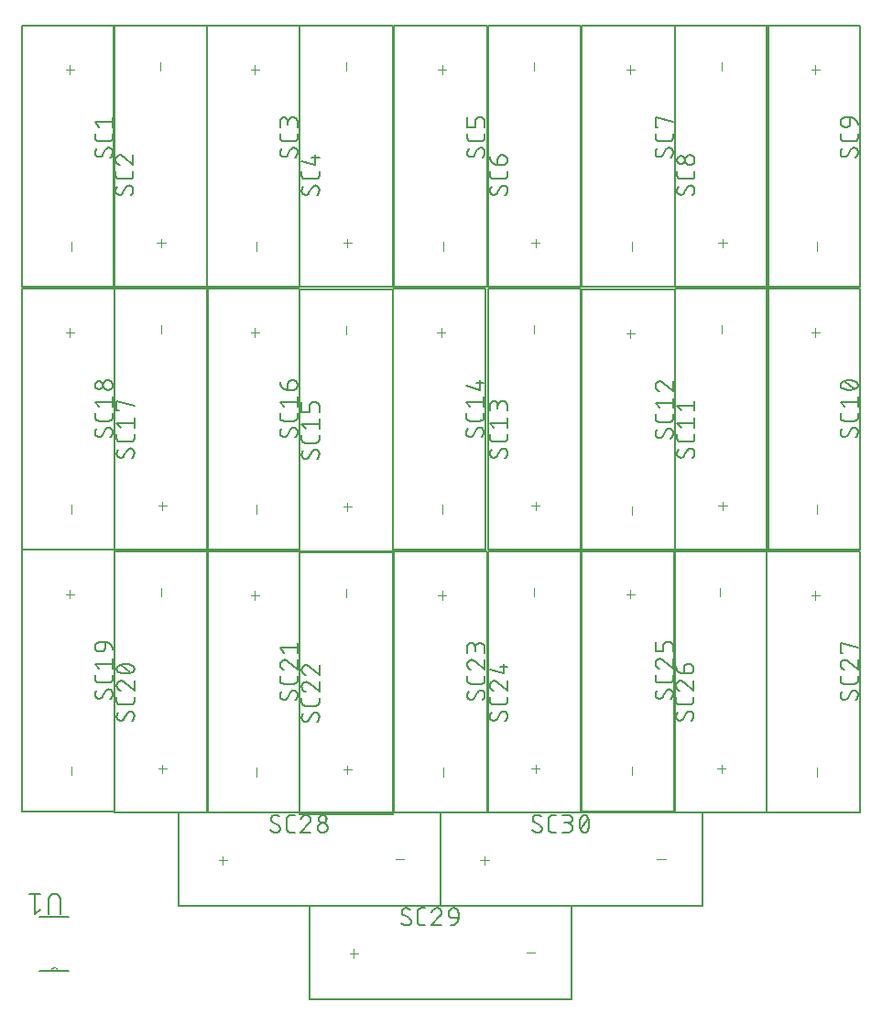
<source format=gbr>
G04 EAGLE Gerber RS-274X export*
G75*
%MOMM*%
%FSLAX34Y34*%
%LPD*%
%INSilkscreen Top*%
%IPPOS*%
%AMOC8*
5,1,8,0,0,1.08239X$1,22.5*%
G01*
%ADD10C,0.152400*%
%ADD11C,0.000000*%
%ADD12C,0.203200*%
%ADD13C,0.101600*%
%ADD14C,0.127000*%


D10*
X67716Y88892D02*
X40284Y88892D01*
X40284Y39108D02*
X50952Y39108D01*
X57048Y39108D01*
X67716Y39108D01*
D11*
X57048Y39108D02*
X57046Y39217D01*
X57040Y39325D01*
X57031Y39434D01*
X57017Y39542D01*
X57000Y39649D01*
X56978Y39756D01*
X56953Y39862D01*
X56925Y39967D01*
X56892Y40071D01*
X56856Y40173D01*
X56816Y40274D01*
X56773Y40374D01*
X56726Y40472D01*
X56675Y40569D01*
X56621Y40663D01*
X56564Y40756D01*
X56504Y40846D01*
X56440Y40935D01*
X56373Y41021D01*
X56304Y41104D01*
X56231Y41185D01*
X56155Y41263D01*
X56077Y41339D01*
X55996Y41412D01*
X55913Y41481D01*
X55827Y41548D01*
X55738Y41612D01*
X55648Y41672D01*
X55555Y41729D01*
X55461Y41783D01*
X55364Y41834D01*
X55266Y41881D01*
X55166Y41924D01*
X55065Y41964D01*
X54963Y42000D01*
X54859Y42033D01*
X54754Y42061D01*
X54648Y42086D01*
X54541Y42108D01*
X54434Y42125D01*
X54326Y42139D01*
X54217Y42148D01*
X54109Y42154D01*
X54000Y42156D01*
X53891Y42154D01*
X53783Y42148D01*
X53674Y42139D01*
X53566Y42125D01*
X53459Y42108D01*
X53352Y42086D01*
X53246Y42061D01*
X53141Y42033D01*
X53037Y42000D01*
X52935Y41964D01*
X52834Y41924D01*
X52734Y41881D01*
X52636Y41834D01*
X52539Y41783D01*
X52445Y41729D01*
X52352Y41672D01*
X52262Y41612D01*
X52173Y41548D01*
X52087Y41481D01*
X52004Y41412D01*
X51923Y41339D01*
X51845Y41263D01*
X51769Y41185D01*
X51696Y41104D01*
X51627Y41021D01*
X51560Y40935D01*
X51496Y40846D01*
X51436Y40756D01*
X51379Y40663D01*
X51325Y40569D01*
X51274Y40472D01*
X51227Y40374D01*
X51184Y40274D01*
X51144Y40173D01*
X51108Y40071D01*
X51075Y39967D01*
X51047Y39862D01*
X51022Y39756D01*
X51000Y39649D01*
X50983Y39542D01*
X50969Y39434D01*
X50960Y39325D01*
X50954Y39217D01*
X50952Y39108D01*
D12*
X59594Y91614D02*
X59594Y105218D01*
X59592Y105361D01*
X59586Y105504D01*
X59576Y105646D01*
X59563Y105789D01*
X59545Y105930D01*
X59524Y106072D01*
X59499Y106212D01*
X59470Y106352D01*
X59437Y106491D01*
X59400Y106630D01*
X59360Y106767D01*
X59315Y106903D01*
X59268Y107037D01*
X59216Y107171D01*
X59161Y107302D01*
X59102Y107433D01*
X59040Y107561D01*
X58974Y107688D01*
X58905Y107813D01*
X58832Y107936D01*
X58756Y108058D01*
X58677Y108177D01*
X58595Y108293D01*
X58509Y108408D01*
X58421Y108520D01*
X58329Y108629D01*
X58234Y108737D01*
X58137Y108841D01*
X58036Y108943D01*
X57933Y109042D01*
X57827Y109138D01*
X57719Y109231D01*
X57608Y109321D01*
X57495Y109408D01*
X57379Y109492D01*
X57261Y109573D01*
X57141Y109651D01*
X57019Y109725D01*
X56895Y109796D01*
X56769Y109863D01*
X56641Y109927D01*
X56512Y109988D01*
X56381Y110045D01*
X56248Y110098D01*
X56114Y110148D01*
X55979Y110194D01*
X55842Y110236D01*
X55705Y110275D01*
X55566Y110310D01*
X55426Y110341D01*
X55286Y110368D01*
X55145Y110391D01*
X55004Y110411D01*
X54861Y110426D01*
X54719Y110438D01*
X54576Y110446D01*
X54433Y110450D01*
X54291Y110450D01*
X54148Y110446D01*
X54005Y110438D01*
X53863Y110426D01*
X53720Y110411D01*
X53579Y110391D01*
X53438Y110368D01*
X53298Y110341D01*
X53158Y110310D01*
X53019Y110275D01*
X52882Y110236D01*
X52745Y110194D01*
X52610Y110148D01*
X52476Y110098D01*
X52343Y110045D01*
X52212Y109988D01*
X52083Y109927D01*
X51955Y109863D01*
X51829Y109796D01*
X51705Y109725D01*
X51583Y109651D01*
X51463Y109573D01*
X51345Y109492D01*
X51229Y109408D01*
X51116Y109321D01*
X51005Y109231D01*
X50897Y109138D01*
X50791Y109042D01*
X50688Y108943D01*
X50587Y108841D01*
X50490Y108737D01*
X50395Y108629D01*
X50303Y108520D01*
X50215Y108408D01*
X50129Y108293D01*
X50047Y108177D01*
X49968Y108058D01*
X49892Y107936D01*
X49819Y107813D01*
X49750Y107688D01*
X49684Y107561D01*
X49622Y107433D01*
X49563Y107302D01*
X49508Y107171D01*
X49456Y107037D01*
X49409Y106903D01*
X49364Y106767D01*
X49324Y106630D01*
X49287Y106491D01*
X49254Y106352D01*
X49225Y106212D01*
X49200Y106072D01*
X49179Y105930D01*
X49161Y105789D01*
X49148Y105646D01*
X49138Y105504D01*
X49132Y105361D01*
X49130Y105218D01*
X49129Y105218D02*
X49129Y91614D01*
X41136Y95800D02*
X35904Y91614D01*
X35904Y110450D01*
X41136Y110450D02*
X30672Y110450D01*
D13*
X68648Y868203D02*
X68648Y875992D01*
X64754Y872097D02*
X72543Y872097D01*
X69848Y712592D02*
X69848Y704803D01*
D14*
X110000Y671000D02*
X110000Y913000D01*
X110000Y671000D02*
X24000Y671000D01*
X24000Y913000D01*
X110000Y913000D01*
D10*
X104536Y799931D02*
X104654Y799929D01*
X104772Y799923D01*
X104890Y799914D01*
X105007Y799900D01*
X105124Y799883D01*
X105241Y799862D01*
X105356Y799837D01*
X105471Y799808D01*
X105585Y799775D01*
X105697Y799739D01*
X105808Y799699D01*
X105918Y799656D01*
X106027Y799609D01*
X106134Y799559D01*
X106239Y799504D01*
X106342Y799447D01*
X106443Y799386D01*
X106543Y799322D01*
X106640Y799255D01*
X106735Y799185D01*
X106827Y799111D01*
X106918Y799035D01*
X107005Y798955D01*
X107090Y798873D01*
X107172Y798788D01*
X107252Y798701D01*
X107328Y798610D01*
X107402Y798518D01*
X107472Y798423D01*
X107539Y798326D01*
X107603Y798226D01*
X107664Y798125D01*
X107721Y798022D01*
X107776Y797917D01*
X107826Y797810D01*
X107873Y797701D01*
X107916Y797591D01*
X107956Y797480D01*
X107992Y797368D01*
X108025Y797254D01*
X108054Y797139D01*
X108079Y797024D01*
X108100Y796907D01*
X108117Y796790D01*
X108131Y796673D01*
X108140Y796555D01*
X108146Y796437D01*
X108148Y796319D01*
X108146Y796136D01*
X108139Y795954D01*
X108128Y795772D01*
X108113Y795590D01*
X108093Y795408D01*
X108070Y795227D01*
X108041Y795047D01*
X108009Y794867D01*
X107972Y794688D01*
X107931Y794511D01*
X107885Y794334D01*
X107836Y794158D01*
X107782Y793984D01*
X107724Y793810D01*
X107662Y793639D01*
X107596Y793469D01*
X107525Y793300D01*
X107451Y793133D01*
X107373Y792968D01*
X107291Y792805D01*
X107205Y792644D01*
X107115Y792485D01*
X107021Y792328D01*
X106924Y792174D01*
X106823Y792022D01*
X106718Y791872D01*
X106610Y791725D01*
X106499Y791581D01*
X106384Y791439D01*
X106265Y791300D01*
X106143Y791164D01*
X106018Y791031D01*
X105890Y790901D01*
X95504Y791353D02*
X95386Y791355D01*
X95268Y791361D01*
X95150Y791370D01*
X95033Y791384D01*
X94916Y791401D01*
X94799Y791422D01*
X94684Y791447D01*
X94569Y791476D01*
X94455Y791509D01*
X94343Y791545D01*
X94232Y791585D01*
X94122Y791628D01*
X94013Y791675D01*
X93906Y791725D01*
X93801Y791780D01*
X93698Y791837D01*
X93597Y791898D01*
X93497Y791962D01*
X93400Y792029D01*
X93305Y792099D01*
X93213Y792173D01*
X93122Y792249D01*
X93035Y792329D01*
X92950Y792411D01*
X92868Y792496D01*
X92788Y792583D01*
X92712Y792674D01*
X92638Y792766D01*
X92568Y792861D01*
X92501Y792958D01*
X92437Y793058D01*
X92376Y793159D01*
X92319Y793262D01*
X92264Y793367D01*
X92214Y793474D01*
X92167Y793583D01*
X92124Y793693D01*
X92084Y793804D01*
X92048Y793916D01*
X92015Y794030D01*
X91986Y794145D01*
X91961Y794260D01*
X91940Y794377D01*
X91923Y794494D01*
X91909Y794611D01*
X91900Y794729D01*
X91894Y794847D01*
X91892Y794965D01*
X91894Y795126D01*
X91900Y795288D01*
X91909Y795449D01*
X91923Y795610D01*
X91940Y795770D01*
X91961Y795930D01*
X91986Y796090D01*
X92015Y796249D01*
X92047Y796407D01*
X92083Y796564D01*
X92123Y796720D01*
X92167Y796876D01*
X92215Y797030D01*
X92266Y797183D01*
X92320Y797335D01*
X92379Y797486D01*
X92440Y797635D01*
X92506Y797782D01*
X92575Y797928D01*
X92647Y798073D01*
X92723Y798215D01*
X92802Y798356D01*
X92884Y798495D01*
X92970Y798631D01*
X93059Y798766D01*
X93151Y798899D01*
X93247Y799029D01*
X98665Y793158D02*
X98603Y793057D01*
X98538Y792957D01*
X98469Y792860D01*
X98397Y792765D01*
X98323Y792672D01*
X98245Y792582D01*
X98164Y792494D01*
X98081Y792409D01*
X97995Y792327D01*
X97906Y792248D01*
X97815Y792171D01*
X97721Y792098D01*
X97625Y792027D01*
X97527Y791960D01*
X97427Y791896D01*
X97324Y791835D01*
X97220Y791778D01*
X97114Y791724D01*
X97006Y791674D01*
X96897Y791627D01*
X96786Y791583D01*
X96674Y791543D01*
X96560Y791507D01*
X96446Y791475D01*
X96330Y791446D01*
X96214Y791421D01*
X96097Y791400D01*
X95979Y791383D01*
X95861Y791369D01*
X95742Y791360D01*
X95623Y791354D01*
X95504Y791352D01*
X101375Y798126D02*
X101437Y798227D01*
X101502Y798327D01*
X101571Y798424D01*
X101643Y798519D01*
X101717Y798612D01*
X101795Y798702D01*
X101876Y798790D01*
X101959Y798875D01*
X102045Y798957D01*
X102134Y799036D01*
X102225Y799113D01*
X102319Y799186D01*
X102415Y799257D01*
X102513Y799324D01*
X102613Y799388D01*
X102716Y799449D01*
X102820Y799506D01*
X102926Y799560D01*
X103034Y799610D01*
X103143Y799657D01*
X103254Y799701D01*
X103366Y799741D01*
X103480Y799777D01*
X103594Y799809D01*
X103710Y799838D01*
X103826Y799863D01*
X103943Y799884D01*
X104061Y799901D01*
X104179Y799915D01*
X104298Y799924D01*
X104417Y799930D01*
X104536Y799932D01*
X101375Y798126D02*
X98665Y793158D01*
X108148Y809584D02*
X108148Y813196D01*
X108148Y809584D02*
X108146Y809466D01*
X108140Y809348D01*
X108131Y809230D01*
X108117Y809113D01*
X108100Y808996D01*
X108079Y808879D01*
X108054Y808764D01*
X108025Y808649D01*
X107992Y808535D01*
X107956Y808423D01*
X107916Y808312D01*
X107873Y808202D01*
X107826Y808093D01*
X107776Y807986D01*
X107721Y807881D01*
X107664Y807778D01*
X107603Y807677D01*
X107539Y807577D01*
X107472Y807480D01*
X107402Y807385D01*
X107328Y807293D01*
X107252Y807202D01*
X107172Y807115D01*
X107090Y807030D01*
X107005Y806948D01*
X106918Y806868D01*
X106827Y806792D01*
X106735Y806718D01*
X106640Y806648D01*
X106543Y806581D01*
X106443Y806517D01*
X106342Y806456D01*
X106239Y806399D01*
X106134Y806344D01*
X106027Y806294D01*
X105918Y806247D01*
X105808Y806204D01*
X105697Y806164D01*
X105585Y806128D01*
X105471Y806095D01*
X105356Y806066D01*
X105241Y806041D01*
X105124Y806020D01*
X105007Y806003D01*
X104890Y805989D01*
X104772Y805980D01*
X104654Y805974D01*
X104536Y805972D01*
X104536Y805971D02*
X95504Y805971D01*
X95386Y805973D01*
X95268Y805979D01*
X95150Y805988D01*
X95032Y806002D01*
X94915Y806019D01*
X94799Y806040D01*
X94684Y806065D01*
X94569Y806094D01*
X94455Y806127D01*
X94343Y806163D01*
X94231Y806203D01*
X94121Y806246D01*
X94013Y806293D01*
X93906Y806344D01*
X93801Y806398D01*
X93698Y806455D01*
X93596Y806516D01*
X93497Y806580D01*
X93400Y806647D01*
X93305Y806718D01*
X93212Y806791D01*
X93122Y806868D01*
X93034Y806947D01*
X92949Y807029D01*
X92867Y807114D01*
X92788Y807202D01*
X92711Y807292D01*
X92638Y807385D01*
X92567Y807479D01*
X92500Y807577D01*
X92436Y807676D01*
X92375Y807777D01*
X92318Y807881D01*
X92264Y807986D01*
X92213Y808093D01*
X92166Y808201D01*
X92123Y808311D01*
X92083Y808423D01*
X92047Y808535D01*
X92014Y808649D01*
X91985Y808764D01*
X91960Y808879D01*
X91939Y808995D01*
X91922Y809112D01*
X91908Y809230D01*
X91899Y809348D01*
X91893Y809466D01*
X91891Y809584D01*
X91892Y809584D02*
X91892Y813196D01*
X95504Y819037D02*
X91892Y823552D01*
X108148Y823552D01*
X108148Y819037D02*
X108148Y828068D01*
D13*
X152948Y715797D02*
X152948Y708008D01*
X149054Y711903D02*
X156843Y711903D01*
X151748Y871408D02*
X151748Y879197D01*
D14*
X109000Y913000D02*
X109000Y671000D01*
X109000Y913000D02*
X195000Y913000D01*
X195000Y671000D01*
X109000Y671000D01*
D10*
X127108Y761351D02*
X127106Y761469D01*
X127100Y761587D01*
X127091Y761705D01*
X127077Y761822D01*
X127060Y761939D01*
X127039Y762056D01*
X127014Y762171D01*
X126985Y762286D01*
X126952Y762400D01*
X126916Y762512D01*
X126876Y762623D01*
X126833Y762733D01*
X126786Y762842D01*
X126736Y762949D01*
X126681Y763054D01*
X126624Y763157D01*
X126563Y763258D01*
X126499Y763358D01*
X126432Y763455D01*
X126362Y763550D01*
X126288Y763642D01*
X126212Y763733D01*
X126132Y763820D01*
X126050Y763905D01*
X125965Y763987D01*
X125878Y764067D01*
X125787Y764143D01*
X125695Y764217D01*
X125600Y764287D01*
X125503Y764354D01*
X125403Y764418D01*
X125302Y764479D01*
X125199Y764536D01*
X125094Y764591D01*
X124987Y764641D01*
X124878Y764688D01*
X124768Y764731D01*
X124657Y764771D01*
X124545Y764807D01*
X124431Y764840D01*
X124316Y764869D01*
X124201Y764894D01*
X124084Y764915D01*
X123967Y764932D01*
X123850Y764946D01*
X123732Y764955D01*
X123614Y764961D01*
X123496Y764963D01*
X127108Y761351D02*
X127106Y761168D01*
X127099Y760986D01*
X127088Y760804D01*
X127073Y760622D01*
X127053Y760440D01*
X127030Y760259D01*
X127001Y760079D01*
X126969Y759899D01*
X126932Y759720D01*
X126891Y759543D01*
X126845Y759366D01*
X126796Y759190D01*
X126742Y759016D01*
X126684Y758842D01*
X126622Y758671D01*
X126556Y758501D01*
X126485Y758332D01*
X126411Y758165D01*
X126333Y758000D01*
X126251Y757837D01*
X126165Y757676D01*
X126075Y757517D01*
X125981Y757360D01*
X125884Y757206D01*
X125783Y757054D01*
X125678Y756904D01*
X125570Y756757D01*
X125459Y756613D01*
X125344Y756471D01*
X125225Y756332D01*
X125103Y756196D01*
X124978Y756063D01*
X124850Y755933D01*
X114464Y756384D02*
X114346Y756386D01*
X114228Y756392D01*
X114110Y756401D01*
X113993Y756415D01*
X113876Y756432D01*
X113759Y756453D01*
X113644Y756478D01*
X113529Y756507D01*
X113415Y756540D01*
X113303Y756576D01*
X113192Y756616D01*
X113082Y756659D01*
X112973Y756706D01*
X112866Y756756D01*
X112761Y756811D01*
X112658Y756868D01*
X112557Y756929D01*
X112457Y756993D01*
X112360Y757060D01*
X112265Y757130D01*
X112173Y757204D01*
X112082Y757280D01*
X111995Y757360D01*
X111910Y757442D01*
X111828Y757527D01*
X111748Y757614D01*
X111672Y757705D01*
X111598Y757797D01*
X111528Y757892D01*
X111461Y757989D01*
X111397Y758089D01*
X111336Y758190D01*
X111279Y758293D01*
X111224Y758398D01*
X111174Y758505D01*
X111127Y758614D01*
X111084Y758724D01*
X111044Y758835D01*
X111008Y758947D01*
X110975Y759061D01*
X110946Y759176D01*
X110921Y759291D01*
X110900Y759408D01*
X110883Y759525D01*
X110869Y759642D01*
X110860Y759760D01*
X110854Y759878D01*
X110852Y759996D01*
X110854Y760157D01*
X110860Y760319D01*
X110869Y760480D01*
X110883Y760641D01*
X110900Y760801D01*
X110921Y760961D01*
X110946Y761121D01*
X110975Y761280D01*
X111007Y761438D01*
X111043Y761595D01*
X111083Y761751D01*
X111127Y761907D01*
X111175Y762061D01*
X111226Y762214D01*
X111280Y762366D01*
X111339Y762517D01*
X111400Y762666D01*
X111466Y762813D01*
X111535Y762959D01*
X111607Y763104D01*
X111683Y763246D01*
X111762Y763387D01*
X111844Y763526D01*
X111930Y763662D01*
X112019Y763797D01*
X112111Y763930D01*
X112207Y764060D01*
X117625Y758189D02*
X117563Y758088D01*
X117498Y757988D01*
X117429Y757891D01*
X117357Y757796D01*
X117283Y757703D01*
X117205Y757613D01*
X117124Y757525D01*
X117041Y757440D01*
X116955Y757358D01*
X116866Y757279D01*
X116775Y757202D01*
X116681Y757129D01*
X116585Y757058D01*
X116487Y756991D01*
X116387Y756927D01*
X116284Y756866D01*
X116180Y756809D01*
X116074Y756755D01*
X115966Y756705D01*
X115857Y756658D01*
X115746Y756614D01*
X115634Y756574D01*
X115520Y756538D01*
X115406Y756506D01*
X115290Y756477D01*
X115174Y756452D01*
X115057Y756431D01*
X114939Y756414D01*
X114821Y756400D01*
X114702Y756391D01*
X114583Y756385D01*
X114464Y756383D01*
X120335Y763157D02*
X120397Y763258D01*
X120462Y763358D01*
X120531Y763455D01*
X120603Y763550D01*
X120677Y763643D01*
X120755Y763733D01*
X120836Y763821D01*
X120919Y763906D01*
X121005Y763988D01*
X121094Y764067D01*
X121185Y764144D01*
X121279Y764217D01*
X121375Y764288D01*
X121473Y764355D01*
X121573Y764419D01*
X121676Y764480D01*
X121780Y764537D01*
X121886Y764591D01*
X121994Y764641D01*
X122103Y764688D01*
X122214Y764732D01*
X122326Y764772D01*
X122440Y764808D01*
X122554Y764840D01*
X122670Y764869D01*
X122786Y764894D01*
X122903Y764915D01*
X123021Y764932D01*
X123139Y764946D01*
X123258Y764955D01*
X123377Y764961D01*
X123496Y764963D01*
X120335Y763157D02*
X117625Y758190D01*
X127108Y774615D02*
X127108Y778228D01*
X127108Y774615D02*
X127106Y774497D01*
X127100Y774379D01*
X127091Y774261D01*
X127077Y774144D01*
X127060Y774027D01*
X127039Y773910D01*
X127014Y773795D01*
X126985Y773680D01*
X126952Y773566D01*
X126916Y773454D01*
X126876Y773343D01*
X126833Y773233D01*
X126786Y773124D01*
X126736Y773017D01*
X126681Y772912D01*
X126624Y772809D01*
X126563Y772708D01*
X126499Y772608D01*
X126432Y772511D01*
X126362Y772416D01*
X126288Y772324D01*
X126212Y772233D01*
X126132Y772146D01*
X126050Y772061D01*
X125965Y771979D01*
X125878Y771899D01*
X125787Y771823D01*
X125695Y771749D01*
X125600Y771679D01*
X125503Y771612D01*
X125403Y771548D01*
X125302Y771487D01*
X125199Y771430D01*
X125094Y771375D01*
X124987Y771325D01*
X124878Y771278D01*
X124768Y771235D01*
X124657Y771195D01*
X124545Y771159D01*
X124431Y771126D01*
X124316Y771097D01*
X124201Y771072D01*
X124084Y771051D01*
X123967Y771034D01*
X123850Y771020D01*
X123732Y771011D01*
X123614Y771005D01*
X123496Y771003D01*
X114464Y771003D01*
X114464Y771002D02*
X114346Y771004D01*
X114228Y771010D01*
X114110Y771019D01*
X113992Y771033D01*
X113875Y771050D01*
X113759Y771071D01*
X113644Y771096D01*
X113529Y771125D01*
X113415Y771158D01*
X113303Y771194D01*
X113191Y771234D01*
X113081Y771277D01*
X112973Y771324D01*
X112866Y771375D01*
X112761Y771429D01*
X112658Y771486D01*
X112556Y771547D01*
X112457Y771611D01*
X112360Y771678D01*
X112265Y771749D01*
X112172Y771822D01*
X112082Y771899D01*
X111994Y771978D01*
X111909Y772060D01*
X111827Y772145D01*
X111748Y772233D01*
X111671Y772323D01*
X111598Y772416D01*
X111527Y772510D01*
X111460Y772608D01*
X111396Y772707D01*
X111335Y772808D01*
X111278Y772912D01*
X111224Y773017D01*
X111173Y773124D01*
X111126Y773232D01*
X111083Y773342D01*
X111043Y773454D01*
X111007Y773566D01*
X110974Y773680D01*
X110945Y773795D01*
X110920Y773910D01*
X110899Y774026D01*
X110882Y774143D01*
X110868Y774261D01*
X110859Y774379D01*
X110853Y774497D01*
X110851Y774615D01*
X110852Y774615D02*
X110852Y778228D01*
X110852Y789035D02*
X110854Y789160D01*
X110860Y789285D01*
X110869Y789410D01*
X110883Y789534D01*
X110900Y789658D01*
X110921Y789782D01*
X110946Y789904D01*
X110975Y790026D01*
X111007Y790147D01*
X111043Y790267D01*
X111083Y790386D01*
X111126Y790503D01*
X111173Y790619D01*
X111224Y790734D01*
X111278Y790846D01*
X111336Y790958D01*
X111396Y791067D01*
X111461Y791174D01*
X111528Y791280D01*
X111599Y791383D01*
X111673Y791484D01*
X111750Y791583D01*
X111830Y791679D01*
X111913Y791773D01*
X111998Y791864D01*
X112087Y791953D01*
X112178Y792038D01*
X112272Y792121D01*
X112368Y792201D01*
X112467Y792278D01*
X112568Y792352D01*
X112671Y792423D01*
X112777Y792490D01*
X112884Y792555D01*
X112993Y792615D01*
X113105Y792673D01*
X113217Y792727D01*
X113332Y792778D01*
X113448Y792825D01*
X113565Y792868D01*
X113684Y792908D01*
X113804Y792944D01*
X113925Y792976D01*
X114047Y793005D01*
X114169Y793030D01*
X114293Y793051D01*
X114417Y793068D01*
X114541Y793082D01*
X114666Y793091D01*
X114791Y793097D01*
X114916Y793099D01*
X110852Y789035D02*
X110854Y788892D01*
X110860Y788750D01*
X110870Y788607D01*
X110883Y788465D01*
X110901Y788324D01*
X110922Y788182D01*
X110947Y788042D01*
X110976Y787902D01*
X111009Y787763D01*
X111046Y787625D01*
X111086Y787488D01*
X111130Y787353D01*
X111178Y787218D01*
X111230Y787085D01*
X111285Y786953D01*
X111344Y786823D01*
X111406Y786695D01*
X111472Y786568D01*
X111541Y786443D01*
X111613Y786320D01*
X111689Y786199D01*
X111768Y786081D01*
X111851Y785964D01*
X111936Y785850D01*
X112025Y785738D01*
X112116Y785629D01*
X112211Y785522D01*
X112308Y785417D01*
X112409Y785316D01*
X112512Y785217D01*
X112617Y785121D01*
X112726Y785028D01*
X112837Y784938D01*
X112950Y784851D01*
X113065Y784767D01*
X113183Y784687D01*
X113303Y784609D01*
X113425Y784535D01*
X113549Y784465D01*
X113675Y784397D01*
X113803Y784334D01*
X113932Y784273D01*
X114063Y784216D01*
X114195Y784163D01*
X114329Y784114D01*
X114464Y784068D01*
X118077Y791744D02*
X117985Y791838D01*
X117891Y791928D01*
X117794Y792016D01*
X117694Y792101D01*
X117592Y792183D01*
X117487Y792261D01*
X117380Y792337D01*
X117271Y792409D01*
X117160Y792478D01*
X117046Y792544D01*
X116931Y792606D01*
X116814Y792665D01*
X116695Y792720D01*
X116575Y792771D01*
X116453Y792819D01*
X116330Y792864D01*
X116206Y792904D01*
X116080Y792941D01*
X115953Y792974D01*
X115826Y793003D01*
X115697Y793029D01*
X115568Y793050D01*
X115438Y793068D01*
X115308Y793081D01*
X115178Y793091D01*
X115047Y793097D01*
X114916Y793099D01*
X118077Y791745D02*
X127108Y784068D01*
X127108Y793099D01*
D13*
X239648Y868203D02*
X239648Y875992D01*
X235754Y872097D02*
X243543Y872097D01*
X240848Y712592D02*
X240848Y704803D01*
D14*
X281000Y671000D02*
X281000Y913000D01*
X281000Y671000D02*
X195000Y671000D01*
X195000Y913000D01*
X281000Y913000D01*
D10*
X275536Y799931D02*
X275654Y799929D01*
X275772Y799923D01*
X275890Y799914D01*
X276007Y799900D01*
X276124Y799883D01*
X276241Y799862D01*
X276356Y799837D01*
X276471Y799808D01*
X276585Y799775D01*
X276697Y799739D01*
X276808Y799699D01*
X276918Y799656D01*
X277027Y799609D01*
X277134Y799559D01*
X277239Y799504D01*
X277342Y799447D01*
X277443Y799386D01*
X277543Y799322D01*
X277640Y799255D01*
X277735Y799185D01*
X277827Y799111D01*
X277918Y799035D01*
X278005Y798955D01*
X278090Y798873D01*
X278172Y798788D01*
X278252Y798701D01*
X278328Y798610D01*
X278402Y798518D01*
X278472Y798423D01*
X278539Y798326D01*
X278603Y798226D01*
X278664Y798125D01*
X278721Y798022D01*
X278776Y797917D01*
X278826Y797810D01*
X278873Y797701D01*
X278916Y797591D01*
X278956Y797480D01*
X278992Y797368D01*
X279025Y797254D01*
X279054Y797139D01*
X279079Y797024D01*
X279100Y796907D01*
X279117Y796790D01*
X279131Y796673D01*
X279140Y796555D01*
X279146Y796437D01*
X279148Y796319D01*
X279146Y796136D01*
X279139Y795954D01*
X279128Y795772D01*
X279113Y795590D01*
X279093Y795408D01*
X279070Y795227D01*
X279041Y795047D01*
X279009Y794867D01*
X278972Y794688D01*
X278931Y794511D01*
X278885Y794334D01*
X278836Y794158D01*
X278782Y793984D01*
X278724Y793810D01*
X278662Y793639D01*
X278596Y793469D01*
X278525Y793300D01*
X278451Y793133D01*
X278373Y792968D01*
X278291Y792805D01*
X278205Y792644D01*
X278115Y792485D01*
X278021Y792328D01*
X277924Y792174D01*
X277823Y792022D01*
X277718Y791872D01*
X277610Y791725D01*
X277499Y791581D01*
X277384Y791439D01*
X277265Y791300D01*
X277143Y791164D01*
X277018Y791031D01*
X276890Y790901D01*
X266504Y791353D02*
X266386Y791355D01*
X266268Y791361D01*
X266150Y791370D01*
X266033Y791384D01*
X265916Y791401D01*
X265799Y791422D01*
X265684Y791447D01*
X265569Y791476D01*
X265455Y791509D01*
X265343Y791545D01*
X265232Y791585D01*
X265122Y791628D01*
X265013Y791675D01*
X264906Y791725D01*
X264801Y791780D01*
X264698Y791837D01*
X264597Y791898D01*
X264497Y791962D01*
X264400Y792029D01*
X264305Y792099D01*
X264213Y792173D01*
X264122Y792249D01*
X264035Y792329D01*
X263950Y792411D01*
X263868Y792496D01*
X263788Y792583D01*
X263712Y792674D01*
X263638Y792766D01*
X263568Y792861D01*
X263501Y792958D01*
X263437Y793058D01*
X263376Y793159D01*
X263319Y793262D01*
X263264Y793367D01*
X263214Y793474D01*
X263167Y793583D01*
X263124Y793693D01*
X263084Y793804D01*
X263048Y793916D01*
X263015Y794030D01*
X262986Y794145D01*
X262961Y794260D01*
X262940Y794377D01*
X262923Y794494D01*
X262909Y794611D01*
X262900Y794729D01*
X262894Y794847D01*
X262892Y794965D01*
X262894Y795126D01*
X262900Y795288D01*
X262909Y795449D01*
X262923Y795610D01*
X262940Y795770D01*
X262961Y795930D01*
X262986Y796090D01*
X263015Y796249D01*
X263047Y796407D01*
X263083Y796564D01*
X263123Y796720D01*
X263167Y796876D01*
X263215Y797030D01*
X263266Y797183D01*
X263320Y797335D01*
X263379Y797486D01*
X263440Y797635D01*
X263506Y797782D01*
X263575Y797928D01*
X263647Y798073D01*
X263723Y798215D01*
X263802Y798356D01*
X263884Y798495D01*
X263970Y798631D01*
X264059Y798766D01*
X264151Y798899D01*
X264247Y799029D01*
X269665Y793158D02*
X269603Y793057D01*
X269538Y792957D01*
X269469Y792860D01*
X269397Y792765D01*
X269323Y792672D01*
X269245Y792582D01*
X269164Y792494D01*
X269081Y792409D01*
X268995Y792327D01*
X268906Y792248D01*
X268815Y792171D01*
X268721Y792098D01*
X268625Y792027D01*
X268527Y791960D01*
X268427Y791896D01*
X268324Y791835D01*
X268220Y791778D01*
X268114Y791724D01*
X268006Y791674D01*
X267897Y791627D01*
X267786Y791583D01*
X267674Y791543D01*
X267560Y791507D01*
X267446Y791475D01*
X267330Y791446D01*
X267214Y791421D01*
X267097Y791400D01*
X266979Y791383D01*
X266861Y791369D01*
X266742Y791360D01*
X266623Y791354D01*
X266504Y791352D01*
X272375Y798126D02*
X272437Y798227D01*
X272502Y798327D01*
X272571Y798424D01*
X272643Y798519D01*
X272717Y798612D01*
X272795Y798702D01*
X272876Y798790D01*
X272959Y798875D01*
X273045Y798957D01*
X273134Y799036D01*
X273225Y799113D01*
X273319Y799186D01*
X273415Y799257D01*
X273513Y799324D01*
X273613Y799388D01*
X273716Y799449D01*
X273820Y799506D01*
X273926Y799560D01*
X274034Y799610D01*
X274143Y799657D01*
X274254Y799701D01*
X274366Y799741D01*
X274480Y799777D01*
X274594Y799809D01*
X274710Y799838D01*
X274826Y799863D01*
X274943Y799884D01*
X275061Y799901D01*
X275179Y799915D01*
X275298Y799924D01*
X275417Y799930D01*
X275536Y799932D01*
X272375Y798126D02*
X269665Y793158D01*
X279148Y809584D02*
X279148Y813196D01*
X279148Y809584D02*
X279146Y809466D01*
X279140Y809348D01*
X279131Y809230D01*
X279117Y809113D01*
X279100Y808996D01*
X279079Y808879D01*
X279054Y808764D01*
X279025Y808649D01*
X278992Y808535D01*
X278956Y808423D01*
X278916Y808312D01*
X278873Y808202D01*
X278826Y808093D01*
X278776Y807986D01*
X278721Y807881D01*
X278664Y807778D01*
X278603Y807677D01*
X278539Y807577D01*
X278472Y807480D01*
X278402Y807385D01*
X278328Y807293D01*
X278252Y807202D01*
X278172Y807115D01*
X278090Y807030D01*
X278005Y806948D01*
X277918Y806868D01*
X277827Y806792D01*
X277735Y806718D01*
X277640Y806648D01*
X277543Y806581D01*
X277443Y806517D01*
X277342Y806456D01*
X277239Y806399D01*
X277134Y806344D01*
X277027Y806294D01*
X276918Y806247D01*
X276808Y806204D01*
X276697Y806164D01*
X276585Y806128D01*
X276471Y806095D01*
X276356Y806066D01*
X276241Y806041D01*
X276124Y806020D01*
X276007Y806003D01*
X275890Y805989D01*
X275772Y805980D01*
X275654Y805974D01*
X275536Y805972D01*
X275536Y805971D02*
X266504Y805971D01*
X266386Y805973D01*
X266268Y805979D01*
X266150Y805988D01*
X266032Y806002D01*
X265915Y806019D01*
X265799Y806040D01*
X265684Y806065D01*
X265569Y806094D01*
X265455Y806127D01*
X265343Y806163D01*
X265231Y806203D01*
X265121Y806246D01*
X265013Y806293D01*
X264906Y806344D01*
X264801Y806398D01*
X264698Y806455D01*
X264596Y806516D01*
X264497Y806580D01*
X264400Y806647D01*
X264305Y806718D01*
X264212Y806791D01*
X264122Y806868D01*
X264034Y806947D01*
X263949Y807029D01*
X263867Y807114D01*
X263788Y807202D01*
X263711Y807292D01*
X263638Y807385D01*
X263567Y807479D01*
X263500Y807577D01*
X263436Y807676D01*
X263375Y807777D01*
X263318Y807881D01*
X263264Y807986D01*
X263213Y808093D01*
X263166Y808201D01*
X263123Y808311D01*
X263083Y808423D01*
X263047Y808535D01*
X263014Y808649D01*
X262985Y808764D01*
X262960Y808879D01*
X262939Y808995D01*
X262922Y809112D01*
X262908Y809230D01*
X262899Y809348D01*
X262893Y809466D01*
X262891Y809584D01*
X262892Y809584D02*
X262892Y813196D01*
X279148Y819037D02*
X279148Y823552D01*
X279146Y823685D01*
X279140Y823817D01*
X279130Y823949D01*
X279117Y824081D01*
X279099Y824213D01*
X279078Y824343D01*
X279053Y824474D01*
X279024Y824603D01*
X278991Y824731D01*
X278955Y824859D01*
X278915Y824985D01*
X278871Y825110D01*
X278823Y825234D01*
X278772Y825356D01*
X278717Y825477D01*
X278659Y825596D01*
X278597Y825714D01*
X278532Y825829D01*
X278463Y825943D01*
X278392Y826054D01*
X278316Y826163D01*
X278238Y826270D01*
X278157Y826375D01*
X278072Y826477D01*
X277985Y826577D01*
X277895Y826674D01*
X277802Y826769D01*
X277706Y826860D01*
X277608Y826949D01*
X277507Y827035D01*
X277403Y827118D01*
X277297Y827198D01*
X277189Y827274D01*
X277079Y827348D01*
X276966Y827418D01*
X276852Y827485D01*
X276735Y827548D01*
X276617Y827608D01*
X276497Y827665D01*
X276375Y827718D01*
X276252Y827767D01*
X276128Y827813D01*
X276002Y827855D01*
X275875Y827893D01*
X275747Y827928D01*
X275618Y827959D01*
X275489Y827986D01*
X275358Y828009D01*
X275227Y828029D01*
X275095Y828044D01*
X274963Y828056D01*
X274831Y828064D01*
X274698Y828068D01*
X274566Y828068D01*
X274433Y828064D01*
X274301Y828056D01*
X274169Y828044D01*
X274037Y828029D01*
X273906Y828009D01*
X273775Y827986D01*
X273646Y827959D01*
X273517Y827928D01*
X273389Y827893D01*
X273262Y827855D01*
X273136Y827813D01*
X273012Y827767D01*
X272889Y827718D01*
X272767Y827665D01*
X272647Y827608D01*
X272529Y827548D01*
X272412Y827485D01*
X272298Y827418D01*
X272185Y827348D01*
X272075Y827274D01*
X271967Y827198D01*
X271861Y827118D01*
X271757Y827035D01*
X271656Y826949D01*
X271558Y826860D01*
X271462Y826769D01*
X271369Y826674D01*
X271279Y826577D01*
X271192Y826477D01*
X271107Y826375D01*
X271026Y826270D01*
X270948Y826163D01*
X270872Y826054D01*
X270801Y825943D01*
X270732Y825829D01*
X270667Y825714D01*
X270605Y825596D01*
X270547Y825477D01*
X270492Y825356D01*
X270441Y825234D01*
X270393Y825110D01*
X270349Y824985D01*
X270309Y824859D01*
X270273Y824731D01*
X270240Y824603D01*
X270211Y824474D01*
X270186Y824343D01*
X270165Y824213D01*
X270147Y824081D01*
X270134Y823949D01*
X270124Y823817D01*
X270118Y823685D01*
X270116Y823552D01*
X262892Y824456D02*
X262892Y819037D01*
X262892Y824456D02*
X262894Y824575D01*
X262900Y824695D01*
X262910Y824814D01*
X262924Y824932D01*
X262941Y825051D01*
X262963Y825168D01*
X262988Y825285D01*
X263018Y825400D01*
X263051Y825515D01*
X263088Y825629D01*
X263128Y825741D01*
X263173Y825852D01*
X263221Y825961D01*
X263272Y826069D01*
X263327Y826175D01*
X263386Y826279D01*
X263448Y826381D01*
X263513Y826481D01*
X263582Y826579D01*
X263654Y826675D01*
X263729Y826768D01*
X263806Y826858D01*
X263887Y826946D01*
X263971Y827031D01*
X264058Y827113D01*
X264147Y827193D01*
X264239Y827269D01*
X264333Y827343D01*
X264430Y827413D01*
X264528Y827480D01*
X264629Y827544D01*
X264733Y827604D01*
X264838Y827661D01*
X264945Y827714D01*
X265053Y827764D01*
X265163Y827810D01*
X265275Y827852D01*
X265388Y827891D01*
X265502Y827926D01*
X265617Y827957D01*
X265734Y827985D01*
X265851Y828008D01*
X265968Y828028D01*
X266087Y828044D01*
X266206Y828056D01*
X266325Y828064D01*
X266444Y828068D01*
X266564Y828068D01*
X266683Y828064D01*
X266802Y828056D01*
X266921Y828044D01*
X267040Y828028D01*
X267157Y828008D01*
X267274Y827985D01*
X267391Y827957D01*
X267506Y827926D01*
X267620Y827891D01*
X267733Y827852D01*
X267845Y827810D01*
X267955Y827764D01*
X268063Y827714D01*
X268170Y827661D01*
X268275Y827604D01*
X268379Y827544D01*
X268480Y827480D01*
X268578Y827413D01*
X268675Y827343D01*
X268769Y827269D01*
X268861Y827193D01*
X268950Y827113D01*
X269037Y827031D01*
X269121Y826946D01*
X269202Y826858D01*
X269279Y826768D01*
X269354Y826675D01*
X269426Y826579D01*
X269495Y826481D01*
X269560Y826381D01*
X269622Y826279D01*
X269681Y826175D01*
X269736Y826069D01*
X269787Y825961D01*
X269835Y825852D01*
X269880Y825741D01*
X269920Y825629D01*
X269957Y825515D01*
X269990Y825400D01*
X270020Y825285D01*
X270045Y825168D01*
X270067Y825051D01*
X270084Y824932D01*
X270098Y824814D01*
X270108Y824695D01*
X270114Y824575D01*
X270116Y824456D01*
X270117Y824456D02*
X270117Y820843D01*
D13*
X324948Y715797D02*
X324948Y708008D01*
X321054Y711903D02*
X328843Y711903D01*
X323748Y871408D02*
X323748Y879197D01*
D14*
X281000Y913000D02*
X281000Y671000D01*
X281000Y913000D02*
X367000Y913000D01*
X367000Y671000D01*
X281000Y671000D01*
D10*
X299108Y761351D02*
X299106Y761469D01*
X299100Y761587D01*
X299091Y761705D01*
X299077Y761822D01*
X299060Y761939D01*
X299039Y762056D01*
X299014Y762171D01*
X298985Y762286D01*
X298952Y762400D01*
X298916Y762512D01*
X298876Y762623D01*
X298833Y762733D01*
X298786Y762842D01*
X298736Y762949D01*
X298681Y763054D01*
X298624Y763157D01*
X298563Y763258D01*
X298499Y763358D01*
X298432Y763455D01*
X298362Y763550D01*
X298288Y763642D01*
X298212Y763733D01*
X298132Y763820D01*
X298050Y763905D01*
X297965Y763987D01*
X297878Y764067D01*
X297787Y764143D01*
X297695Y764217D01*
X297600Y764287D01*
X297503Y764354D01*
X297403Y764418D01*
X297302Y764479D01*
X297199Y764536D01*
X297094Y764591D01*
X296987Y764641D01*
X296878Y764688D01*
X296768Y764731D01*
X296657Y764771D01*
X296545Y764807D01*
X296431Y764840D01*
X296316Y764869D01*
X296201Y764894D01*
X296084Y764915D01*
X295967Y764932D01*
X295850Y764946D01*
X295732Y764955D01*
X295614Y764961D01*
X295496Y764963D01*
X299108Y761351D02*
X299106Y761168D01*
X299099Y760986D01*
X299088Y760804D01*
X299073Y760622D01*
X299053Y760440D01*
X299030Y760259D01*
X299001Y760079D01*
X298969Y759899D01*
X298932Y759720D01*
X298891Y759543D01*
X298845Y759366D01*
X298796Y759190D01*
X298742Y759016D01*
X298684Y758842D01*
X298622Y758671D01*
X298556Y758501D01*
X298485Y758332D01*
X298411Y758165D01*
X298333Y758000D01*
X298251Y757837D01*
X298165Y757676D01*
X298075Y757517D01*
X297981Y757360D01*
X297884Y757206D01*
X297783Y757054D01*
X297678Y756904D01*
X297570Y756757D01*
X297459Y756613D01*
X297344Y756471D01*
X297225Y756332D01*
X297103Y756196D01*
X296978Y756063D01*
X296850Y755933D01*
X286464Y756384D02*
X286346Y756386D01*
X286228Y756392D01*
X286110Y756401D01*
X285993Y756415D01*
X285876Y756432D01*
X285759Y756453D01*
X285644Y756478D01*
X285529Y756507D01*
X285415Y756540D01*
X285303Y756576D01*
X285192Y756616D01*
X285082Y756659D01*
X284973Y756706D01*
X284866Y756756D01*
X284761Y756811D01*
X284658Y756868D01*
X284557Y756929D01*
X284457Y756993D01*
X284360Y757060D01*
X284265Y757130D01*
X284173Y757204D01*
X284082Y757280D01*
X283995Y757360D01*
X283910Y757442D01*
X283828Y757527D01*
X283748Y757614D01*
X283672Y757705D01*
X283598Y757797D01*
X283528Y757892D01*
X283461Y757989D01*
X283397Y758089D01*
X283336Y758190D01*
X283279Y758293D01*
X283224Y758398D01*
X283174Y758505D01*
X283127Y758614D01*
X283084Y758724D01*
X283044Y758835D01*
X283008Y758947D01*
X282975Y759061D01*
X282946Y759176D01*
X282921Y759291D01*
X282900Y759408D01*
X282883Y759525D01*
X282869Y759642D01*
X282860Y759760D01*
X282854Y759878D01*
X282852Y759996D01*
X282854Y760157D01*
X282860Y760319D01*
X282869Y760480D01*
X282883Y760641D01*
X282900Y760801D01*
X282921Y760961D01*
X282946Y761121D01*
X282975Y761280D01*
X283007Y761438D01*
X283043Y761595D01*
X283083Y761751D01*
X283127Y761907D01*
X283175Y762061D01*
X283226Y762214D01*
X283280Y762366D01*
X283339Y762517D01*
X283400Y762666D01*
X283466Y762813D01*
X283535Y762959D01*
X283607Y763104D01*
X283683Y763246D01*
X283762Y763387D01*
X283844Y763526D01*
X283930Y763662D01*
X284019Y763797D01*
X284111Y763930D01*
X284207Y764060D01*
X289625Y758189D02*
X289563Y758088D01*
X289498Y757988D01*
X289429Y757891D01*
X289357Y757796D01*
X289283Y757703D01*
X289205Y757613D01*
X289124Y757525D01*
X289041Y757440D01*
X288955Y757358D01*
X288866Y757279D01*
X288775Y757202D01*
X288681Y757129D01*
X288585Y757058D01*
X288487Y756991D01*
X288387Y756927D01*
X288284Y756866D01*
X288180Y756809D01*
X288074Y756755D01*
X287966Y756705D01*
X287857Y756658D01*
X287746Y756614D01*
X287634Y756574D01*
X287520Y756538D01*
X287406Y756506D01*
X287290Y756477D01*
X287174Y756452D01*
X287057Y756431D01*
X286939Y756414D01*
X286821Y756400D01*
X286702Y756391D01*
X286583Y756385D01*
X286464Y756383D01*
X292335Y763157D02*
X292397Y763258D01*
X292462Y763358D01*
X292531Y763455D01*
X292603Y763550D01*
X292677Y763643D01*
X292755Y763733D01*
X292836Y763821D01*
X292919Y763906D01*
X293005Y763988D01*
X293094Y764067D01*
X293185Y764144D01*
X293279Y764217D01*
X293375Y764288D01*
X293473Y764355D01*
X293573Y764419D01*
X293676Y764480D01*
X293780Y764537D01*
X293886Y764591D01*
X293994Y764641D01*
X294103Y764688D01*
X294214Y764732D01*
X294326Y764772D01*
X294440Y764808D01*
X294554Y764840D01*
X294670Y764869D01*
X294786Y764894D01*
X294903Y764915D01*
X295021Y764932D01*
X295139Y764946D01*
X295258Y764955D01*
X295377Y764961D01*
X295496Y764963D01*
X292335Y763157D02*
X289625Y758190D01*
X299108Y774615D02*
X299108Y778228D01*
X299108Y774615D02*
X299106Y774497D01*
X299100Y774379D01*
X299091Y774261D01*
X299077Y774144D01*
X299060Y774027D01*
X299039Y773910D01*
X299014Y773795D01*
X298985Y773680D01*
X298952Y773566D01*
X298916Y773454D01*
X298876Y773343D01*
X298833Y773233D01*
X298786Y773124D01*
X298736Y773017D01*
X298681Y772912D01*
X298624Y772809D01*
X298563Y772708D01*
X298499Y772608D01*
X298432Y772511D01*
X298362Y772416D01*
X298288Y772324D01*
X298212Y772233D01*
X298132Y772146D01*
X298050Y772061D01*
X297965Y771979D01*
X297878Y771899D01*
X297787Y771823D01*
X297695Y771749D01*
X297600Y771679D01*
X297503Y771612D01*
X297403Y771548D01*
X297302Y771487D01*
X297199Y771430D01*
X297094Y771375D01*
X296987Y771325D01*
X296878Y771278D01*
X296768Y771235D01*
X296657Y771195D01*
X296545Y771159D01*
X296431Y771126D01*
X296316Y771097D01*
X296201Y771072D01*
X296084Y771051D01*
X295967Y771034D01*
X295850Y771020D01*
X295732Y771011D01*
X295614Y771005D01*
X295496Y771003D01*
X286464Y771003D01*
X286464Y771002D02*
X286346Y771004D01*
X286228Y771010D01*
X286110Y771019D01*
X285992Y771033D01*
X285875Y771050D01*
X285759Y771071D01*
X285644Y771096D01*
X285529Y771125D01*
X285415Y771158D01*
X285303Y771194D01*
X285191Y771234D01*
X285081Y771277D01*
X284973Y771324D01*
X284866Y771375D01*
X284761Y771429D01*
X284658Y771486D01*
X284556Y771547D01*
X284457Y771611D01*
X284360Y771678D01*
X284265Y771749D01*
X284172Y771822D01*
X284082Y771899D01*
X283994Y771978D01*
X283909Y772060D01*
X283827Y772145D01*
X283748Y772233D01*
X283671Y772323D01*
X283598Y772416D01*
X283527Y772510D01*
X283460Y772608D01*
X283396Y772707D01*
X283335Y772808D01*
X283278Y772912D01*
X283224Y773017D01*
X283173Y773124D01*
X283126Y773232D01*
X283083Y773342D01*
X283043Y773454D01*
X283007Y773566D01*
X282974Y773680D01*
X282945Y773795D01*
X282920Y773910D01*
X282899Y774026D01*
X282882Y774143D01*
X282868Y774261D01*
X282859Y774379D01*
X282853Y774497D01*
X282851Y774615D01*
X282852Y774615D02*
X282852Y778228D01*
X282852Y787681D02*
X295496Y784068D01*
X295496Y793099D01*
X291883Y790390D02*
X299108Y790390D01*
D13*
X412648Y868203D02*
X412648Y875992D01*
X408754Y872097D02*
X416543Y872097D01*
X413848Y712592D02*
X413848Y704803D01*
D14*
X454000Y671000D02*
X454000Y913000D01*
X454000Y671000D02*
X368000Y671000D01*
X368000Y913000D01*
X454000Y913000D01*
D10*
X448536Y799931D02*
X448654Y799929D01*
X448772Y799923D01*
X448890Y799914D01*
X449007Y799900D01*
X449124Y799883D01*
X449241Y799862D01*
X449356Y799837D01*
X449471Y799808D01*
X449585Y799775D01*
X449697Y799739D01*
X449808Y799699D01*
X449918Y799656D01*
X450027Y799609D01*
X450134Y799559D01*
X450239Y799504D01*
X450342Y799447D01*
X450443Y799386D01*
X450543Y799322D01*
X450640Y799255D01*
X450735Y799185D01*
X450827Y799111D01*
X450918Y799035D01*
X451005Y798955D01*
X451090Y798873D01*
X451172Y798788D01*
X451252Y798701D01*
X451328Y798610D01*
X451402Y798518D01*
X451472Y798423D01*
X451539Y798326D01*
X451603Y798226D01*
X451664Y798125D01*
X451721Y798022D01*
X451776Y797917D01*
X451826Y797810D01*
X451873Y797701D01*
X451916Y797591D01*
X451956Y797480D01*
X451992Y797368D01*
X452025Y797254D01*
X452054Y797139D01*
X452079Y797024D01*
X452100Y796907D01*
X452117Y796790D01*
X452131Y796673D01*
X452140Y796555D01*
X452146Y796437D01*
X452148Y796319D01*
X452146Y796136D01*
X452139Y795954D01*
X452128Y795772D01*
X452113Y795590D01*
X452093Y795408D01*
X452070Y795227D01*
X452041Y795047D01*
X452009Y794867D01*
X451972Y794688D01*
X451931Y794511D01*
X451885Y794334D01*
X451836Y794158D01*
X451782Y793984D01*
X451724Y793810D01*
X451662Y793639D01*
X451596Y793469D01*
X451525Y793300D01*
X451451Y793133D01*
X451373Y792968D01*
X451291Y792805D01*
X451205Y792644D01*
X451115Y792485D01*
X451021Y792328D01*
X450924Y792174D01*
X450823Y792022D01*
X450718Y791872D01*
X450610Y791725D01*
X450499Y791581D01*
X450384Y791439D01*
X450265Y791300D01*
X450143Y791164D01*
X450018Y791031D01*
X449890Y790901D01*
X439504Y791353D02*
X439386Y791355D01*
X439268Y791361D01*
X439150Y791370D01*
X439033Y791384D01*
X438916Y791401D01*
X438799Y791422D01*
X438684Y791447D01*
X438569Y791476D01*
X438455Y791509D01*
X438343Y791545D01*
X438232Y791585D01*
X438122Y791628D01*
X438013Y791675D01*
X437906Y791725D01*
X437801Y791780D01*
X437698Y791837D01*
X437597Y791898D01*
X437497Y791962D01*
X437400Y792029D01*
X437305Y792099D01*
X437213Y792173D01*
X437122Y792249D01*
X437035Y792329D01*
X436950Y792411D01*
X436868Y792496D01*
X436788Y792583D01*
X436712Y792674D01*
X436638Y792766D01*
X436568Y792861D01*
X436501Y792958D01*
X436437Y793058D01*
X436376Y793159D01*
X436319Y793262D01*
X436264Y793367D01*
X436214Y793474D01*
X436167Y793583D01*
X436124Y793693D01*
X436084Y793804D01*
X436048Y793916D01*
X436015Y794030D01*
X435986Y794145D01*
X435961Y794260D01*
X435940Y794377D01*
X435923Y794494D01*
X435909Y794611D01*
X435900Y794729D01*
X435894Y794847D01*
X435892Y794965D01*
X435894Y795126D01*
X435900Y795288D01*
X435909Y795449D01*
X435923Y795610D01*
X435940Y795770D01*
X435961Y795930D01*
X435986Y796090D01*
X436015Y796249D01*
X436047Y796407D01*
X436083Y796564D01*
X436123Y796720D01*
X436167Y796876D01*
X436215Y797030D01*
X436266Y797183D01*
X436320Y797335D01*
X436379Y797486D01*
X436440Y797635D01*
X436506Y797782D01*
X436575Y797928D01*
X436647Y798073D01*
X436723Y798215D01*
X436802Y798356D01*
X436884Y798495D01*
X436970Y798631D01*
X437059Y798766D01*
X437151Y798899D01*
X437247Y799029D01*
X442665Y793158D02*
X442603Y793057D01*
X442538Y792957D01*
X442469Y792860D01*
X442397Y792765D01*
X442323Y792672D01*
X442245Y792582D01*
X442164Y792494D01*
X442081Y792409D01*
X441995Y792327D01*
X441906Y792248D01*
X441815Y792171D01*
X441721Y792098D01*
X441625Y792027D01*
X441527Y791960D01*
X441427Y791896D01*
X441324Y791835D01*
X441220Y791778D01*
X441114Y791724D01*
X441006Y791674D01*
X440897Y791627D01*
X440786Y791583D01*
X440674Y791543D01*
X440560Y791507D01*
X440446Y791475D01*
X440330Y791446D01*
X440214Y791421D01*
X440097Y791400D01*
X439979Y791383D01*
X439861Y791369D01*
X439742Y791360D01*
X439623Y791354D01*
X439504Y791352D01*
X445375Y798126D02*
X445437Y798227D01*
X445502Y798327D01*
X445571Y798424D01*
X445643Y798519D01*
X445717Y798612D01*
X445795Y798702D01*
X445876Y798790D01*
X445959Y798875D01*
X446045Y798957D01*
X446134Y799036D01*
X446225Y799113D01*
X446319Y799186D01*
X446415Y799257D01*
X446513Y799324D01*
X446613Y799388D01*
X446716Y799449D01*
X446820Y799506D01*
X446926Y799560D01*
X447034Y799610D01*
X447143Y799657D01*
X447254Y799701D01*
X447366Y799741D01*
X447480Y799777D01*
X447594Y799809D01*
X447710Y799838D01*
X447826Y799863D01*
X447943Y799884D01*
X448061Y799901D01*
X448179Y799915D01*
X448298Y799924D01*
X448417Y799930D01*
X448536Y799932D01*
X445375Y798126D02*
X442665Y793158D01*
X452148Y809584D02*
X452148Y813196D01*
X452148Y809584D02*
X452146Y809466D01*
X452140Y809348D01*
X452131Y809230D01*
X452117Y809113D01*
X452100Y808996D01*
X452079Y808879D01*
X452054Y808764D01*
X452025Y808649D01*
X451992Y808535D01*
X451956Y808423D01*
X451916Y808312D01*
X451873Y808202D01*
X451826Y808093D01*
X451776Y807986D01*
X451721Y807881D01*
X451664Y807778D01*
X451603Y807677D01*
X451539Y807577D01*
X451472Y807480D01*
X451402Y807385D01*
X451328Y807293D01*
X451252Y807202D01*
X451172Y807115D01*
X451090Y807030D01*
X451005Y806948D01*
X450918Y806868D01*
X450827Y806792D01*
X450735Y806718D01*
X450640Y806648D01*
X450543Y806581D01*
X450443Y806517D01*
X450342Y806456D01*
X450239Y806399D01*
X450134Y806344D01*
X450027Y806294D01*
X449918Y806247D01*
X449808Y806204D01*
X449697Y806164D01*
X449585Y806128D01*
X449471Y806095D01*
X449356Y806066D01*
X449241Y806041D01*
X449124Y806020D01*
X449007Y806003D01*
X448890Y805989D01*
X448772Y805980D01*
X448654Y805974D01*
X448536Y805972D01*
X448536Y805971D02*
X439504Y805971D01*
X439386Y805973D01*
X439268Y805979D01*
X439150Y805988D01*
X439032Y806002D01*
X438915Y806019D01*
X438799Y806040D01*
X438684Y806065D01*
X438569Y806094D01*
X438455Y806127D01*
X438343Y806163D01*
X438231Y806203D01*
X438121Y806246D01*
X438013Y806293D01*
X437906Y806344D01*
X437801Y806398D01*
X437698Y806455D01*
X437596Y806516D01*
X437497Y806580D01*
X437400Y806647D01*
X437305Y806718D01*
X437212Y806791D01*
X437122Y806868D01*
X437034Y806947D01*
X436949Y807029D01*
X436867Y807114D01*
X436788Y807202D01*
X436711Y807292D01*
X436638Y807385D01*
X436567Y807479D01*
X436500Y807577D01*
X436436Y807676D01*
X436375Y807777D01*
X436318Y807881D01*
X436264Y807986D01*
X436213Y808093D01*
X436166Y808201D01*
X436123Y808311D01*
X436083Y808423D01*
X436047Y808535D01*
X436014Y808649D01*
X435985Y808764D01*
X435960Y808879D01*
X435939Y808995D01*
X435922Y809112D01*
X435908Y809230D01*
X435899Y809348D01*
X435893Y809466D01*
X435891Y809584D01*
X435892Y809584D02*
X435892Y813196D01*
X452148Y819037D02*
X452148Y824456D01*
X452146Y824574D01*
X452140Y824692D01*
X452131Y824810D01*
X452117Y824927D01*
X452100Y825044D01*
X452079Y825161D01*
X452054Y825276D01*
X452025Y825391D01*
X451992Y825505D01*
X451956Y825617D01*
X451916Y825728D01*
X451873Y825838D01*
X451826Y825947D01*
X451776Y826054D01*
X451721Y826159D01*
X451664Y826262D01*
X451603Y826363D01*
X451539Y826463D01*
X451472Y826560D01*
X451402Y826655D01*
X451328Y826747D01*
X451252Y826838D01*
X451172Y826925D01*
X451090Y827010D01*
X451005Y827092D01*
X450918Y827172D01*
X450827Y827248D01*
X450735Y827322D01*
X450640Y827392D01*
X450543Y827459D01*
X450443Y827523D01*
X450342Y827584D01*
X450239Y827641D01*
X450134Y827696D01*
X450027Y827746D01*
X449918Y827793D01*
X449808Y827836D01*
X449697Y827876D01*
X449585Y827912D01*
X449471Y827945D01*
X449356Y827974D01*
X449241Y827999D01*
X449124Y828020D01*
X449007Y828037D01*
X448890Y828051D01*
X448772Y828060D01*
X448654Y828066D01*
X448536Y828068D01*
X446729Y828068D01*
X446611Y828066D01*
X446493Y828060D01*
X446375Y828051D01*
X446258Y828037D01*
X446141Y828020D01*
X446024Y827999D01*
X445909Y827974D01*
X445794Y827945D01*
X445680Y827912D01*
X445568Y827876D01*
X445457Y827836D01*
X445347Y827793D01*
X445238Y827746D01*
X445131Y827696D01*
X445026Y827641D01*
X444923Y827584D01*
X444822Y827523D01*
X444722Y827459D01*
X444625Y827392D01*
X444530Y827322D01*
X444438Y827248D01*
X444347Y827172D01*
X444260Y827092D01*
X444175Y827010D01*
X444093Y826925D01*
X444013Y826838D01*
X443937Y826747D01*
X443863Y826655D01*
X443793Y826560D01*
X443726Y826463D01*
X443662Y826363D01*
X443601Y826262D01*
X443544Y826159D01*
X443489Y826054D01*
X443439Y825947D01*
X443392Y825838D01*
X443349Y825728D01*
X443309Y825617D01*
X443273Y825505D01*
X443240Y825391D01*
X443211Y825276D01*
X443186Y825161D01*
X443165Y825044D01*
X443148Y824927D01*
X443134Y824810D01*
X443125Y824692D01*
X443119Y824574D01*
X443117Y824456D01*
X443117Y819037D01*
X435892Y819037D01*
X435892Y828068D01*
D13*
X498948Y715797D02*
X498948Y708008D01*
X495054Y711903D02*
X502843Y711903D01*
X497748Y871408D02*
X497748Y879197D01*
D14*
X455000Y913000D02*
X455000Y671000D01*
X455000Y913000D02*
X541000Y913000D01*
X541000Y671000D01*
X455000Y671000D01*
D10*
X473108Y761351D02*
X473106Y761469D01*
X473100Y761587D01*
X473091Y761705D01*
X473077Y761822D01*
X473060Y761939D01*
X473039Y762056D01*
X473014Y762171D01*
X472985Y762286D01*
X472952Y762400D01*
X472916Y762512D01*
X472876Y762623D01*
X472833Y762733D01*
X472786Y762842D01*
X472736Y762949D01*
X472681Y763054D01*
X472624Y763157D01*
X472563Y763258D01*
X472499Y763358D01*
X472432Y763455D01*
X472362Y763550D01*
X472288Y763642D01*
X472212Y763733D01*
X472132Y763820D01*
X472050Y763905D01*
X471965Y763987D01*
X471878Y764067D01*
X471787Y764143D01*
X471695Y764217D01*
X471600Y764287D01*
X471503Y764354D01*
X471403Y764418D01*
X471302Y764479D01*
X471199Y764536D01*
X471094Y764591D01*
X470987Y764641D01*
X470878Y764688D01*
X470768Y764731D01*
X470657Y764771D01*
X470545Y764807D01*
X470431Y764840D01*
X470316Y764869D01*
X470201Y764894D01*
X470084Y764915D01*
X469967Y764932D01*
X469850Y764946D01*
X469732Y764955D01*
X469614Y764961D01*
X469496Y764963D01*
X473108Y761351D02*
X473106Y761168D01*
X473099Y760986D01*
X473088Y760804D01*
X473073Y760622D01*
X473053Y760440D01*
X473030Y760259D01*
X473001Y760079D01*
X472969Y759899D01*
X472932Y759720D01*
X472891Y759543D01*
X472845Y759366D01*
X472796Y759190D01*
X472742Y759016D01*
X472684Y758842D01*
X472622Y758671D01*
X472556Y758501D01*
X472485Y758332D01*
X472411Y758165D01*
X472333Y758000D01*
X472251Y757837D01*
X472165Y757676D01*
X472075Y757517D01*
X471981Y757360D01*
X471884Y757206D01*
X471783Y757054D01*
X471678Y756904D01*
X471570Y756757D01*
X471459Y756613D01*
X471344Y756471D01*
X471225Y756332D01*
X471103Y756196D01*
X470978Y756063D01*
X470850Y755933D01*
X460464Y756384D02*
X460346Y756386D01*
X460228Y756392D01*
X460110Y756401D01*
X459993Y756415D01*
X459876Y756432D01*
X459759Y756453D01*
X459644Y756478D01*
X459529Y756507D01*
X459415Y756540D01*
X459303Y756576D01*
X459192Y756616D01*
X459082Y756659D01*
X458973Y756706D01*
X458866Y756756D01*
X458761Y756811D01*
X458658Y756868D01*
X458557Y756929D01*
X458457Y756993D01*
X458360Y757060D01*
X458265Y757130D01*
X458173Y757204D01*
X458082Y757280D01*
X457995Y757360D01*
X457910Y757442D01*
X457828Y757527D01*
X457748Y757614D01*
X457672Y757705D01*
X457598Y757797D01*
X457528Y757892D01*
X457461Y757989D01*
X457397Y758089D01*
X457336Y758190D01*
X457279Y758293D01*
X457224Y758398D01*
X457174Y758505D01*
X457127Y758614D01*
X457084Y758724D01*
X457044Y758835D01*
X457008Y758947D01*
X456975Y759061D01*
X456946Y759176D01*
X456921Y759291D01*
X456900Y759408D01*
X456883Y759525D01*
X456869Y759642D01*
X456860Y759760D01*
X456854Y759878D01*
X456852Y759996D01*
X456854Y760157D01*
X456860Y760319D01*
X456869Y760480D01*
X456883Y760641D01*
X456900Y760801D01*
X456921Y760961D01*
X456946Y761121D01*
X456975Y761280D01*
X457007Y761438D01*
X457043Y761595D01*
X457083Y761751D01*
X457127Y761907D01*
X457175Y762061D01*
X457226Y762214D01*
X457280Y762366D01*
X457339Y762517D01*
X457400Y762666D01*
X457466Y762813D01*
X457535Y762959D01*
X457607Y763104D01*
X457683Y763246D01*
X457762Y763387D01*
X457844Y763526D01*
X457930Y763662D01*
X458019Y763797D01*
X458111Y763930D01*
X458207Y764060D01*
X463625Y758189D02*
X463563Y758088D01*
X463498Y757988D01*
X463429Y757891D01*
X463357Y757796D01*
X463283Y757703D01*
X463205Y757613D01*
X463124Y757525D01*
X463041Y757440D01*
X462955Y757358D01*
X462866Y757279D01*
X462775Y757202D01*
X462681Y757129D01*
X462585Y757058D01*
X462487Y756991D01*
X462387Y756927D01*
X462284Y756866D01*
X462180Y756809D01*
X462074Y756755D01*
X461966Y756705D01*
X461857Y756658D01*
X461746Y756614D01*
X461634Y756574D01*
X461520Y756538D01*
X461406Y756506D01*
X461290Y756477D01*
X461174Y756452D01*
X461057Y756431D01*
X460939Y756414D01*
X460821Y756400D01*
X460702Y756391D01*
X460583Y756385D01*
X460464Y756383D01*
X466335Y763157D02*
X466397Y763258D01*
X466462Y763358D01*
X466531Y763455D01*
X466603Y763550D01*
X466677Y763643D01*
X466755Y763733D01*
X466836Y763821D01*
X466919Y763906D01*
X467005Y763988D01*
X467094Y764067D01*
X467185Y764144D01*
X467279Y764217D01*
X467375Y764288D01*
X467473Y764355D01*
X467573Y764419D01*
X467676Y764480D01*
X467780Y764537D01*
X467886Y764591D01*
X467994Y764641D01*
X468103Y764688D01*
X468214Y764732D01*
X468326Y764772D01*
X468440Y764808D01*
X468554Y764840D01*
X468670Y764869D01*
X468786Y764894D01*
X468903Y764915D01*
X469021Y764932D01*
X469139Y764946D01*
X469258Y764955D01*
X469377Y764961D01*
X469496Y764963D01*
X466335Y763157D02*
X463625Y758190D01*
X473108Y774615D02*
X473108Y778228D01*
X473108Y774615D02*
X473106Y774497D01*
X473100Y774379D01*
X473091Y774261D01*
X473077Y774144D01*
X473060Y774027D01*
X473039Y773910D01*
X473014Y773795D01*
X472985Y773680D01*
X472952Y773566D01*
X472916Y773454D01*
X472876Y773343D01*
X472833Y773233D01*
X472786Y773124D01*
X472736Y773017D01*
X472681Y772912D01*
X472624Y772809D01*
X472563Y772708D01*
X472499Y772608D01*
X472432Y772511D01*
X472362Y772416D01*
X472288Y772324D01*
X472212Y772233D01*
X472132Y772146D01*
X472050Y772061D01*
X471965Y771979D01*
X471878Y771899D01*
X471787Y771823D01*
X471695Y771749D01*
X471600Y771679D01*
X471503Y771612D01*
X471403Y771548D01*
X471302Y771487D01*
X471199Y771430D01*
X471094Y771375D01*
X470987Y771325D01*
X470878Y771278D01*
X470768Y771235D01*
X470657Y771195D01*
X470545Y771159D01*
X470431Y771126D01*
X470316Y771097D01*
X470201Y771072D01*
X470084Y771051D01*
X469967Y771034D01*
X469850Y771020D01*
X469732Y771011D01*
X469614Y771005D01*
X469496Y771003D01*
X460464Y771003D01*
X460464Y771002D02*
X460346Y771004D01*
X460228Y771010D01*
X460110Y771019D01*
X459992Y771033D01*
X459875Y771050D01*
X459759Y771071D01*
X459644Y771096D01*
X459529Y771125D01*
X459415Y771158D01*
X459303Y771194D01*
X459191Y771234D01*
X459081Y771277D01*
X458973Y771324D01*
X458866Y771375D01*
X458761Y771429D01*
X458658Y771486D01*
X458556Y771547D01*
X458457Y771611D01*
X458360Y771678D01*
X458265Y771749D01*
X458172Y771822D01*
X458082Y771899D01*
X457994Y771978D01*
X457909Y772060D01*
X457827Y772145D01*
X457748Y772233D01*
X457671Y772323D01*
X457598Y772416D01*
X457527Y772510D01*
X457460Y772608D01*
X457396Y772707D01*
X457335Y772808D01*
X457278Y772912D01*
X457224Y773017D01*
X457173Y773124D01*
X457126Y773232D01*
X457083Y773342D01*
X457043Y773454D01*
X457007Y773566D01*
X456974Y773680D01*
X456945Y773795D01*
X456920Y773910D01*
X456899Y774026D01*
X456882Y774143D01*
X456868Y774261D01*
X456859Y774379D01*
X456853Y774497D01*
X456851Y774615D01*
X456852Y774615D02*
X456852Y778228D01*
X464077Y784068D02*
X464077Y789487D01*
X464079Y789605D01*
X464085Y789723D01*
X464094Y789841D01*
X464108Y789958D01*
X464125Y790075D01*
X464146Y790192D01*
X464171Y790307D01*
X464200Y790422D01*
X464233Y790536D01*
X464269Y790648D01*
X464309Y790759D01*
X464352Y790869D01*
X464399Y790978D01*
X464449Y791085D01*
X464504Y791190D01*
X464561Y791293D01*
X464622Y791394D01*
X464686Y791494D01*
X464753Y791591D01*
X464823Y791686D01*
X464897Y791778D01*
X464973Y791869D01*
X465053Y791956D01*
X465135Y792041D01*
X465220Y792123D01*
X465307Y792203D01*
X465398Y792279D01*
X465490Y792353D01*
X465585Y792423D01*
X465682Y792490D01*
X465782Y792554D01*
X465883Y792615D01*
X465986Y792672D01*
X466091Y792727D01*
X466198Y792777D01*
X466307Y792824D01*
X466417Y792867D01*
X466528Y792907D01*
X466640Y792943D01*
X466754Y792976D01*
X466869Y793005D01*
X466984Y793030D01*
X467101Y793051D01*
X467218Y793068D01*
X467335Y793082D01*
X467453Y793091D01*
X467571Y793097D01*
X467689Y793099D01*
X468592Y793099D01*
X468592Y793100D02*
X468725Y793098D01*
X468857Y793092D01*
X468989Y793082D01*
X469121Y793069D01*
X469253Y793051D01*
X469383Y793030D01*
X469514Y793005D01*
X469643Y792976D01*
X469771Y792943D01*
X469899Y792907D01*
X470025Y792867D01*
X470150Y792823D01*
X470274Y792775D01*
X470396Y792724D01*
X470517Y792669D01*
X470636Y792611D01*
X470754Y792549D01*
X470869Y792484D01*
X470983Y792415D01*
X471094Y792344D01*
X471203Y792268D01*
X471310Y792190D01*
X471415Y792109D01*
X471517Y792024D01*
X471617Y791937D01*
X471714Y791847D01*
X471809Y791754D01*
X471900Y791658D01*
X471989Y791560D01*
X472075Y791459D01*
X472158Y791355D01*
X472238Y791249D01*
X472314Y791141D01*
X472388Y791031D01*
X472458Y790918D01*
X472525Y790804D01*
X472588Y790687D01*
X472648Y790569D01*
X472705Y790449D01*
X472758Y790327D01*
X472807Y790204D01*
X472853Y790080D01*
X472895Y789954D01*
X472933Y789827D01*
X472968Y789699D01*
X472999Y789570D01*
X473026Y789441D01*
X473049Y789310D01*
X473069Y789179D01*
X473084Y789047D01*
X473096Y788915D01*
X473104Y788783D01*
X473108Y788650D01*
X473108Y788518D01*
X473104Y788385D01*
X473096Y788253D01*
X473084Y788121D01*
X473069Y787989D01*
X473049Y787858D01*
X473026Y787727D01*
X472999Y787598D01*
X472968Y787469D01*
X472933Y787341D01*
X472895Y787214D01*
X472853Y787088D01*
X472807Y786964D01*
X472758Y786841D01*
X472705Y786719D01*
X472648Y786599D01*
X472588Y786481D01*
X472525Y786364D01*
X472458Y786250D01*
X472388Y786137D01*
X472314Y786027D01*
X472238Y785919D01*
X472158Y785813D01*
X472075Y785709D01*
X471989Y785608D01*
X471900Y785510D01*
X471809Y785414D01*
X471714Y785321D01*
X471617Y785231D01*
X471517Y785144D01*
X471415Y785059D01*
X471310Y784978D01*
X471203Y784900D01*
X471094Y784824D01*
X470983Y784753D01*
X470869Y784684D01*
X470754Y784619D01*
X470636Y784557D01*
X470517Y784499D01*
X470396Y784444D01*
X470274Y784393D01*
X470150Y784345D01*
X470025Y784301D01*
X469899Y784261D01*
X469771Y784225D01*
X469643Y784192D01*
X469514Y784163D01*
X469383Y784138D01*
X469253Y784117D01*
X469121Y784099D01*
X468989Y784086D01*
X468857Y784076D01*
X468725Y784070D01*
X468592Y784068D01*
X464077Y784068D01*
X463900Y784070D01*
X463722Y784077D01*
X463545Y784088D01*
X463369Y784103D01*
X463193Y784122D01*
X463017Y784146D01*
X462842Y784174D01*
X462667Y784207D01*
X462494Y784244D01*
X462321Y784285D01*
X462150Y784330D01*
X461980Y784379D01*
X461811Y784433D01*
X461643Y784490D01*
X461477Y784552D01*
X461312Y784618D01*
X461149Y784688D01*
X460988Y784762D01*
X460829Y784839D01*
X460671Y784921D01*
X460516Y785007D01*
X460363Y785096D01*
X460212Y785189D01*
X460063Y785286D01*
X459917Y785386D01*
X459773Y785490D01*
X459632Y785597D01*
X459494Y785708D01*
X459358Y785822D01*
X459225Y785940D01*
X459095Y786060D01*
X458968Y786184D01*
X458844Y786311D01*
X458724Y786441D01*
X458606Y786574D01*
X458492Y786709D01*
X458381Y786848D01*
X458274Y786989D01*
X458170Y787133D01*
X458070Y787279D01*
X457973Y787428D01*
X457880Y787579D01*
X457791Y787732D01*
X457705Y787887D01*
X457623Y788045D01*
X457546Y788204D01*
X457472Y788365D01*
X457402Y788528D01*
X457336Y788693D01*
X457274Y788859D01*
X457217Y789027D01*
X457163Y789196D01*
X457114Y789366D01*
X457069Y789537D01*
X457028Y789710D01*
X456991Y789883D01*
X456958Y790058D01*
X456930Y790233D01*
X456906Y790409D01*
X456887Y790585D01*
X456872Y790761D01*
X456861Y790938D01*
X456854Y791116D01*
X456852Y791293D01*
D13*
X586648Y868203D02*
X586648Y875992D01*
X582754Y872097D02*
X590543Y872097D01*
X587848Y712592D02*
X587848Y704803D01*
D14*
X628000Y671000D02*
X628000Y913000D01*
X628000Y671000D02*
X542000Y671000D01*
X542000Y913000D01*
X628000Y913000D01*
D10*
X622536Y799931D02*
X622654Y799929D01*
X622772Y799923D01*
X622890Y799914D01*
X623007Y799900D01*
X623124Y799883D01*
X623241Y799862D01*
X623356Y799837D01*
X623471Y799808D01*
X623585Y799775D01*
X623697Y799739D01*
X623808Y799699D01*
X623918Y799656D01*
X624027Y799609D01*
X624134Y799559D01*
X624239Y799504D01*
X624342Y799447D01*
X624443Y799386D01*
X624543Y799322D01*
X624640Y799255D01*
X624735Y799185D01*
X624827Y799111D01*
X624918Y799035D01*
X625005Y798955D01*
X625090Y798873D01*
X625172Y798788D01*
X625252Y798701D01*
X625328Y798610D01*
X625402Y798518D01*
X625472Y798423D01*
X625539Y798326D01*
X625603Y798226D01*
X625664Y798125D01*
X625721Y798022D01*
X625776Y797917D01*
X625826Y797810D01*
X625873Y797701D01*
X625916Y797591D01*
X625956Y797480D01*
X625992Y797368D01*
X626025Y797254D01*
X626054Y797139D01*
X626079Y797024D01*
X626100Y796907D01*
X626117Y796790D01*
X626131Y796673D01*
X626140Y796555D01*
X626146Y796437D01*
X626148Y796319D01*
X626146Y796136D01*
X626139Y795954D01*
X626128Y795772D01*
X626113Y795590D01*
X626093Y795408D01*
X626070Y795227D01*
X626041Y795047D01*
X626009Y794867D01*
X625972Y794688D01*
X625931Y794511D01*
X625885Y794334D01*
X625836Y794158D01*
X625782Y793984D01*
X625724Y793810D01*
X625662Y793639D01*
X625596Y793469D01*
X625525Y793300D01*
X625451Y793133D01*
X625373Y792968D01*
X625291Y792805D01*
X625205Y792644D01*
X625115Y792485D01*
X625021Y792328D01*
X624924Y792174D01*
X624823Y792022D01*
X624718Y791872D01*
X624610Y791725D01*
X624499Y791581D01*
X624384Y791439D01*
X624265Y791300D01*
X624143Y791164D01*
X624018Y791031D01*
X623890Y790901D01*
X613504Y791353D02*
X613386Y791355D01*
X613268Y791361D01*
X613150Y791370D01*
X613033Y791384D01*
X612916Y791401D01*
X612799Y791422D01*
X612684Y791447D01*
X612569Y791476D01*
X612455Y791509D01*
X612343Y791545D01*
X612232Y791585D01*
X612122Y791628D01*
X612013Y791675D01*
X611906Y791725D01*
X611801Y791780D01*
X611698Y791837D01*
X611597Y791898D01*
X611497Y791962D01*
X611400Y792029D01*
X611305Y792099D01*
X611213Y792173D01*
X611122Y792249D01*
X611035Y792329D01*
X610950Y792411D01*
X610868Y792496D01*
X610788Y792583D01*
X610712Y792674D01*
X610638Y792766D01*
X610568Y792861D01*
X610501Y792958D01*
X610437Y793058D01*
X610376Y793159D01*
X610319Y793262D01*
X610264Y793367D01*
X610214Y793474D01*
X610167Y793583D01*
X610124Y793693D01*
X610084Y793804D01*
X610048Y793916D01*
X610015Y794030D01*
X609986Y794145D01*
X609961Y794260D01*
X609940Y794377D01*
X609923Y794494D01*
X609909Y794611D01*
X609900Y794729D01*
X609894Y794847D01*
X609892Y794965D01*
X609894Y795126D01*
X609900Y795288D01*
X609909Y795449D01*
X609923Y795610D01*
X609940Y795770D01*
X609961Y795930D01*
X609986Y796090D01*
X610015Y796249D01*
X610047Y796407D01*
X610083Y796564D01*
X610123Y796720D01*
X610167Y796876D01*
X610215Y797030D01*
X610266Y797183D01*
X610320Y797335D01*
X610379Y797486D01*
X610440Y797635D01*
X610506Y797782D01*
X610575Y797928D01*
X610647Y798073D01*
X610723Y798215D01*
X610802Y798356D01*
X610884Y798495D01*
X610970Y798631D01*
X611059Y798766D01*
X611151Y798899D01*
X611247Y799029D01*
X616665Y793158D02*
X616603Y793057D01*
X616538Y792957D01*
X616469Y792860D01*
X616397Y792765D01*
X616323Y792672D01*
X616245Y792582D01*
X616164Y792494D01*
X616081Y792409D01*
X615995Y792327D01*
X615906Y792248D01*
X615815Y792171D01*
X615721Y792098D01*
X615625Y792027D01*
X615527Y791960D01*
X615427Y791896D01*
X615324Y791835D01*
X615220Y791778D01*
X615114Y791724D01*
X615006Y791674D01*
X614897Y791627D01*
X614786Y791583D01*
X614674Y791543D01*
X614560Y791507D01*
X614446Y791475D01*
X614330Y791446D01*
X614214Y791421D01*
X614097Y791400D01*
X613979Y791383D01*
X613861Y791369D01*
X613742Y791360D01*
X613623Y791354D01*
X613504Y791352D01*
X619375Y798126D02*
X619437Y798227D01*
X619502Y798327D01*
X619571Y798424D01*
X619643Y798519D01*
X619717Y798612D01*
X619795Y798702D01*
X619876Y798790D01*
X619959Y798875D01*
X620045Y798957D01*
X620134Y799036D01*
X620225Y799113D01*
X620319Y799186D01*
X620415Y799257D01*
X620513Y799324D01*
X620613Y799388D01*
X620716Y799449D01*
X620820Y799506D01*
X620926Y799560D01*
X621034Y799610D01*
X621143Y799657D01*
X621254Y799701D01*
X621366Y799741D01*
X621480Y799777D01*
X621594Y799809D01*
X621710Y799838D01*
X621826Y799863D01*
X621943Y799884D01*
X622061Y799901D01*
X622179Y799915D01*
X622298Y799924D01*
X622417Y799930D01*
X622536Y799932D01*
X619375Y798126D02*
X616665Y793158D01*
X626148Y809584D02*
X626148Y813196D01*
X626148Y809584D02*
X626146Y809466D01*
X626140Y809348D01*
X626131Y809230D01*
X626117Y809113D01*
X626100Y808996D01*
X626079Y808879D01*
X626054Y808764D01*
X626025Y808649D01*
X625992Y808535D01*
X625956Y808423D01*
X625916Y808312D01*
X625873Y808202D01*
X625826Y808093D01*
X625776Y807986D01*
X625721Y807881D01*
X625664Y807778D01*
X625603Y807677D01*
X625539Y807577D01*
X625472Y807480D01*
X625402Y807385D01*
X625328Y807293D01*
X625252Y807202D01*
X625172Y807115D01*
X625090Y807030D01*
X625005Y806948D01*
X624918Y806868D01*
X624827Y806792D01*
X624735Y806718D01*
X624640Y806648D01*
X624543Y806581D01*
X624443Y806517D01*
X624342Y806456D01*
X624239Y806399D01*
X624134Y806344D01*
X624027Y806294D01*
X623918Y806247D01*
X623808Y806204D01*
X623697Y806164D01*
X623585Y806128D01*
X623471Y806095D01*
X623356Y806066D01*
X623241Y806041D01*
X623124Y806020D01*
X623007Y806003D01*
X622890Y805989D01*
X622772Y805980D01*
X622654Y805974D01*
X622536Y805972D01*
X622536Y805971D02*
X613504Y805971D01*
X613386Y805973D01*
X613268Y805979D01*
X613150Y805988D01*
X613032Y806002D01*
X612915Y806019D01*
X612799Y806040D01*
X612684Y806065D01*
X612569Y806094D01*
X612455Y806127D01*
X612343Y806163D01*
X612231Y806203D01*
X612121Y806246D01*
X612013Y806293D01*
X611906Y806344D01*
X611801Y806398D01*
X611698Y806455D01*
X611596Y806516D01*
X611497Y806580D01*
X611400Y806647D01*
X611305Y806718D01*
X611212Y806791D01*
X611122Y806868D01*
X611034Y806947D01*
X610949Y807029D01*
X610867Y807114D01*
X610788Y807202D01*
X610711Y807292D01*
X610638Y807385D01*
X610567Y807479D01*
X610500Y807577D01*
X610436Y807676D01*
X610375Y807777D01*
X610318Y807881D01*
X610264Y807986D01*
X610213Y808093D01*
X610166Y808201D01*
X610123Y808311D01*
X610083Y808423D01*
X610047Y808535D01*
X610014Y808649D01*
X609985Y808764D01*
X609960Y808879D01*
X609939Y808995D01*
X609922Y809112D01*
X609908Y809230D01*
X609899Y809348D01*
X609893Y809466D01*
X609891Y809584D01*
X609892Y809584D02*
X609892Y813196D01*
X609892Y819037D02*
X611698Y819037D01*
X609892Y819037D02*
X609892Y828068D01*
X626148Y823552D01*
D13*
X671948Y715797D02*
X671948Y708008D01*
X668054Y711903D02*
X675843Y711903D01*
X670748Y871408D02*
X670748Y879197D01*
D14*
X628000Y913000D02*
X628000Y671000D01*
X628000Y913000D02*
X714000Y913000D01*
X714000Y671000D01*
X628000Y671000D01*
D10*
X646108Y761351D02*
X646106Y761469D01*
X646100Y761587D01*
X646091Y761705D01*
X646077Y761822D01*
X646060Y761939D01*
X646039Y762056D01*
X646014Y762171D01*
X645985Y762286D01*
X645952Y762400D01*
X645916Y762512D01*
X645876Y762623D01*
X645833Y762733D01*
X645786Y762842D01*
X645736Y762949D01*
X645681Y763054D01*
X645624Y763157D01*
X645563Y763258D01*
X645499Y763358D01*
X645432Y763455D01*
X645362Y763550D01*
X645288Y763642D01*
X645212Y763733D01*
X645132Y763820D01*
X645050Y763905D01*
X644965Y763987D01*
X644878Y764067D01*
X644787Y764143D01*
X644695Y764217D01*
X644600Y764287D01*
X644503Y764354D01*
X644403Y764418D01*
X644302Y764479D01*
X644199Y764536D01*
X644094Y764591D01*
X643987Y764641D01*
X643878Y764688D01*
X643768Y764731D01*
X643657Y764771D01*
X643545Y764807D01*
X643431Y764840D01*
X643316Y764869D01*
X643201Y764894D01*
X643084Y764915D01*
X642967Y764932D01*
X642850Y764946D01*
X642732Y764955D01*
X642614Y764961D01*
X642496Y764963D01*
X646108Y761351D02*
X646106Y761168D01*
X646099Y760986D01*
X646088Y760804D01*
X646073Y760622D01*
X646053Y760440D01*
X646030Y760259D01*
X646001Y760079D01*
X645969Y759899D01*
X645932Y759720D01*
X645891Y759543D01*
X645845Y759366D01*
X645796Y759190D01*
X645742Y759016D01*
X645684Y758842D01*
X645622Y758671D01*
X645556Y758501D01*
X645485Y758332D01*
X645411Y758165D01*
X645333Y758000D01*
X645251Y757837D01*
X645165Y757676D01*
X645075Y757517D01*
X644981Y757360D01*
X644884Y757206D01*
X644783Y757054D01*
X644678Y756904D01*
X644570Y756757D01*
X644459Y756613D01*
X644344Y756471D01*
X644225Y756332D01*
X644103Y756196D01*
X643978Y756063D01*
X643850Y755933D01*
X633464Y756384D02*
X633346Y756386D01*
X633228Y756392D01*
X633110Y756401D01*
X632993Y756415D01*
X632876Y756432D01*
X632759Y756453D01*
X632644Y756478D01*
X632529Y756507D01*
X632415Y756540D01*
X632303Y756576D01*
X632192Y756616D01*
X632082Y756659D01*
X631973Y756706D01*
X631866Y756756D01*
X631761Y756811D01*
X631658Y756868D01*
X631557Y756929D01*
X631457Y756993D01*
X631360Y757060D01*
X631265Y757130D01*
X631173Y757204D01*
X631082Y757280D01*
X630995Y757360D01*
X630910Y757442D01*
X630828Y757527D01*
X630748Y757614D01*
X630672Y757705D01*
X630598Y757797D01*
X630528Y757892D01*
X630461Y757989D01*
X630397Y758089D01*
X630336Y758190D01*
X630279Y758293D01*
X630224Y758398D01*
X630174Y758505D01*
X630127Y758614D01*
X630084Y758724D01*
X630044Y758835D01*
X630008Y758947D01*
X629975Y759061D01*
X629946Y759176D01*
X629921Y759291D01*
X629900Y759408D01*
X629883Y759525D01*
X629869Y759642D01*
X629860Y759760D01*
X629854Y759878D01*
X629852Y759996D01*
X629854Y760157D01*
X629860Y760319D01*
X629869Y760480D01*
X629883Y760641D01*
X629900Y760801D01*
X629921Y760961D01*
X629946Y761121D01*
X629975Y761280D01*
X630007Y761438D01*
X630043Y761595D01*
X630083Y761751D01*
X630127Y761907D01*
X630175Y762061D01*
X630226Y762214D01*
X630280Y762366D01*
X630339Y762517D01*
X630400Y762666D01*
X630466Y762813D01*
X630535Y762959D01*
X630607Y763104D01*
X630683Y763246D01*
X630762Y763387D01*
X630844Y763526D01*
X630930Y763662D01*
X631019Y763797D01*
X631111Y763930D01*
X631207Y764060D01*
X636625Y758189D02*
X636563Y758088D01*
X636498Y757988D01*
X636429Y757891D01*
X636357Y757796D01*
X636283Y757703D01*
X636205Y757613D01*
X636124Y757525D01*
X636041Y757440D01*
X635955Y757358D01*
X635866Y757279D01*
X635775Y757202D01*
X635681Y757129D01*
X635585Y757058D01*
X635487Y756991D01*
X635387Y756927D01*
X635284Y756866D01*
X635180Y756809D01*
X635074Y756755D01*
X634966Y756705D01*
X634857Y756658D01*
X634746Y756614D01*
X634634Y756574D01*
X634520Y756538D01*
X634406Y756506D01*
X634290Y756477D01*
X634174Y756452D01*
X634057Y756431D01*
X633939Y756414D01*
X633821Y756400D01*
X633702Y756391D01*
X633583Y756385D01*
X633464Y756383D01*
X639335Y763157D02*
X639397Y763258D01*
X639462Y763358D01*
X639531Y763455D01*
X639603Y763550D01*
X639677Y763643D01*
X639755Y763733D01*
X639836Y763821D01*
X639919Y763906D01*
X640005Y763988D01*
X640094Y764067D01*
X640185Y764144D01*
X640279Y764217D01*
X640375Y764288D01*
X640473Y764355D01*
X640573Y764419D01*
X640676Y764480D01*
X640780Y764537D01*
X640886Y764591D01*
X640994Y764641D01*
X641103Y764688D01*
X641214Y764732D01*
X641326Y764772D01*
X641440Y764808D01*
X641554Y764840D01*
X641670Y764869D01*
X641786Y764894D01*
X641903Y764915D01*
X642021Y764932D01*
X642139Y764946D01*
X642258Y764955D01*
X642377Y764961D01*
X642496Y764963D01*
X639335Y763157D02*
X636625Y758190D01*
X646108Y774615D02*
X646108Y778228D01*
X646108Y774615D02*
X646106Y774497D01*
X646100Y774379D01*
X646091Y774261D01*
X646077Y774144D01*
X646060Y774027D01*
X646039Y773910D01*
X646014Y773795D01*
X645985Y773680D01*
X645952Y773566D01*
X645916Y773454D01*
X645876Y773343D01*
X645833Y773233D01*
X645786Y773124D01*
X645736Y773017D01*
X645681Y772912D01*
X645624Y772809D01*
X645563Y772708D01*
X645499Y772608D01*
X645432Y772511D01*
X645362Y772416D01*
X645288Y772324D01*
X645212Y772233D01*
X645132Y772146D01*
X645050Y772061D01*
X644965Y771979D01*
X644878Y771899D01*
X644787Y771823D01*
X644695Y771749D01*
X644600Y771679D01*
X644503Y771612D01*
X644403Y771548D01*
X644302Y771487D01*
X644199Y771430D01*
X644094Y771375D01*
X643987Y771325D01*
X643878Y771278D01*
X643768Y771235D01*
X643657Y771195D01*
X643545Y771159D01*
X643431Y771126D01*
X643316Y771097D01*
X643201Y771072D01*
X643084Y771051D01*
X642967Y771034D01*
X642850Y771020D01*
X642732Y771011D01*
X642614Y771005D01*
X642496Y771003D01*
X633464Y771003D01*
X633464Y771002D02*
X633346Y771004D01*
X633228Y771010D01*
X633110Y771019D01*
X632992Y771033D01*
X632875Y771050D01*
X632759Y771071D01*
X632644Y771096D01*
X632529Y771125D01*
X632415Y771158D01*
X632303Y771194D01*
X632191Y771234D01*
X632081Y771277D01*
X631973Y771324D01*
X631866Y771375D01*
X631761Y771429D01*
X631658Y771486D01*
X631556Y771547D01*
X631457Y771611D01*
X631360Y771678D01*
X631265Y771749D01*
X631172Y771822D01*
X631082Y771899D01*
X630994Y771978D01*
X630909Y772060D01*
X630827Y772145D01*
X630748Y772233D01*
X630671Y772323D01*
X630598Y772416D01*
X630527Y772510D01*
X630460Y772608D01*
X630396Y772707D01*
X630335Y772808D01*
X630278Y772912D01*
X630224Y773017D01*
X630173Y773124D01*
X630126Y773232D01*
X630083Y773342D01*
X630043Y773454D01*
X630007Y773566D01*
X629974Y773680D01*
X629945Y773795D01*
X629920Y773910D01*
X629899Y774026D01*
X629882Y774143D01*
X629868Y774261D01*
X629859Y774379D01*
X629853Y774497D01*
X629851Y774615D01*
X629852Y774615D02*
X629852Y778228D01*
X641592Y784068D02*
X641459Y784070D01*
X641327Y784076D01*
X641195Y784086D01*
X641063Y784099D01*
X640931Y784117D01*
X640801Y784138D01*
X640670Y784163D01*
X640541Y784192D01*
X640413Y784225D01*
X640285Y784261D01*
X640159Y784301D01*
X640034Y784345D01*
X639910Y784393D01*
X639788Y784444D01*
X639667Y784499D01*
X639548Y784557D01*
X639430Y784619D01*
X639315Y784684D01*
X639201Y784753D01*
X639090Y784824D01*
X638981Y784900D01*
X638874Y784978D01*
X638769Y785059D01*
X638667Y785144D01*
X638567Y785231D01*
X638470Y785321D01*
X638375Y785414D01*
X638284Y785510D01*
X638195Y785608D01*
X638109Y785709D01*
X638026Y785813D01*
X637946Y785919D01*
X637870Y786027D01*
X637796Y786137D01*
X637726Y786250D01*
X637659Y786364D01*
X637596Y786481D01*
X637536Y786599D01*
X637479Y786719D01*
X637426Y786841D01*
X637377Y786964D01*
X637331Y787088D01*
X637289Y787214D01*
X637251Y787341D01*
X637216Y787469D01*
X637185Y787598D01*
X637158Y787727D01*
X637135Y787858D01*
X637115Y787989D01*
X637100Y788121D01*
X637088Y788253D01*
X637080Y788385D01*
X637076Y788518D01*
X637076Y788650D01*
X637080Y788783D01*
X637088Y788915D01*
X637100Y789047D01*
X637115Y789179D01*
X637135Y789310D01*
X637158Y789441D01*
X637185Y789570D01*
X637216Y789699D01*
X637251Y789827D01*
X637289Y789954D01*
X637331Y790080D01*
X637377Y790204D01*
X637426Y790327D01*
X637479Y790449D01*
X637536Y790569D01*
X637596Y790687D01*
X637659Y790804D01*
X637726Y790918D01*
X637796Y791031D01*
X637870Y791141D01*
X637946Y791249D01*
X638026Y791355D01*
X638109Y791459D01*
X638195Y791560D01*
X638284Y791658D01*
X638375Y791754D01*
X638470Y791847D01*
X638567Y791937D01*
X638667Y792024D01*
X638769Y792109D01*
X638874Y792190D01*
X638981Y792268D01*
X639090Y792344D01*
X639201Y792415D01*
X639315Y792484D01*
X639430Y792549D01*
X639548Y792611D01*
X639667Y792669D01*
X639788Y792724D01*
X639910Y792775D01*
X640034Y792823D01*
X640159Y792867D01*
X640285Y792907D01*
X640413Y792943D01*
X640541Y792976D01*
X640670Y793005D01*
X640801Y793030D01*
X640931Y793051D01*
X641063Y793069D01*
X641195Y793082D01*
X641327Y793092D01*
X641459Y793098D01*
X641592Y793100D01*
X641725Y793098D01*
X641857Y793092D01*
X641989Y793082D01*
X642121Y793069D01*
X642253Y793051D01*
X642383Y793030D01*
X642514Y793005D01*
X642643Y792976D01*
X642771Y792943D01*
X642899Y792907D01*
X643025Y792867D01*
X643150Y792823D01*
X643274Y792775D01*
X643396Y792724D01*
X643517Y792669D01*
X643636Y792611D01*
X643754Y792549D01*
X643869Y792484D01*
X643983Y792415D01*
X644094Y792344D01*
X644203Y792268D01*
X644310Y792190D01*
X644415Y792109D01*
X644517Y792024D01*
X644617Y791937D01*
X644714Y791847D01*
X644809Y791754D01*
X644900Y791658D01*
X644989Y791560D01*
X645075Y791459D01*
X645158Y791355D01*
X645238Y791249D01*
X645314Y791141D01*
X645388Y791031D01*
X645458Y790918D01*
X645525Y790804D01*
X645588Y790687D01*
X645648Y790569D01*
X645705Y790449D01*
X645758Y790327D01*
X645807Y790204D01*
X645853Y790080D01*
X645895Y789954D01*
X645933Y789827D01*
X645968Y789699D01*
X645999Y789570D01*
X646026Y789441D01*
X646049Y789310D01*
X646069Y789179D01*
X646084Y789047D01*
X646096Y788915D01*
X646104Y788783D01*
X646108Y788650D01*
X646108Y788518D01*
X646104Y788385D01*
X646096Y788253D01*
X646084Y788121D01*
X646069Y787989D01*
X646049Y787858D01*
X646026Y787727D01*
X645999Y787598D01*
X645968Y787469D01*
X645933Y787341D01*
X645895Y787214D01*
X645853Y787088D01*
X645807Y786964D01*
X645758Y786841D01*
X645705Y786719D01*
X645648Y786599D01*
X645588Y786481D01*
X645525Y786364D01*
X645458Y786250D01*
X645388Y786137D01*
X645314Y786027D01*
X645238Y785919D01*
X645158Y785813D01*
X645075Y785709D01*
X644989Y785608D01*
X644900Y785510D01*
X644809Y785414D01*
X644714Y785321D01*
X644617Y785231D01*
X644517Y785144D01*
X644415Y785059D01*
X644310Y784978D01*
X644203Y784900D01*
X644094Y784824D01*
X643983Y784753D01*
X643869Y784684D01*
X643754Y784619D01*
X643636Y784557D01*
X643517Y784499D01*
X643396Y784444D01*
X643274Y784393D01*
X643150Y784345D01*
X643025Y784301D01*
X642899Y784261D01*
X642771Y784225D01*
X642643Y784192D01*
X642514Y784163D01*
X642383Y784138D01*
X642253Y784117D01*
X642121Y784099D01*
X641989Y784086D01*
X641857Y784076D01*
X641725Y784070D01*
X641592Y784068D01*
X633464Y784972D02*
X633345Y784974D01*
X633225Y784980D01*
X633106Y784990D01*
X632988Y785004D01*
X632869Y785021D01*
X632752Y785043D01*
X632635Y785068D01*
X632520Y785098D01*
X632405Y785131D01*
X632291Y785168D01*
X632179Y785208D01*
X632068Y785253D01*
X631959Y785301D01*
X631851Y785352D01*
X631745Y785407D01*
X631641Y785466D01*
X631539Y785528D01*
X631439Y785593D01*
X631341Y785662D01*
X631245Y785734D01*
X631152Y785809D01*
X631062Y785886D01*
X630974Y785967D01*
X630889Y786051D01*
X630807Y786138D01*
X630727Y786227D01*
X630651Y786319D01*
X630577Y786413D01*
X630507Y786510D01*
X630440Y786608D01*
X630376Y786709D01*
X630316Y786813D01*
X630259Y786918D01*
X630206Y787025D01*
X630156Y787133D01*
X630110Y787243D01*
X630068Y787355D01*
X630029Y787468D01*
X629994Y787582D01*
X629963Y787697D01*
X629935Y787814D01*
X629912Y787931D01*
X629892Y788048D01*
X629876Y788167D01*
X629864Y788286D01*
X629856Y788405D01*
X629852Y788524D01*
X629852Y788644D01*
X629856Y788763D01*
X629864Y788882D01*
X629876Y789001D01*
X629892Y789120D01*
X629912Y789237D01*
X629935Y789354D01*
X629963Y789471D01*
X629994Y789586D01*
X630029Y789700D01*
X630068Y789813D01*
X630110Y789925D01*
X630156Y790035D01*
X630206Y790143D01*
X630259Y790250D01*
X630316Y790355D01*
X630376Y790459D01*
X630440Y790560D01*
X630507Y790658D01*
X630577Y790755D01*
X630651Y790849D01*
X630727Y790941D01*
X630807Y791030D01*
X630889Y791117D01*
X630974Y791201D01*
X631062Y791282D01*
X631152Y791359D01*
X631245Y791434D01*
X631341Y791506D01*
X631439Y791575D01*
X631539Y791640D01*
X631641Y791702D01*
X631745Y791761D01*
X631851Y791816D01*
X631959Y791867D01*
X632068Y791915D01*
X632179Y791960D01*
X632291Y792000D01*
X632405Y792037D01*
X632520Y792070D01*
X632635Y792100D01*
X632752Y792125D01*
X632869Y792147D01*
X632988Y792164D01*
X633106Y792178D01*
X633225Y792188D01*
X633345Y792194D01*
X633464Y792196D01*
X633583Y792194D01*
X633703Y792188D01*
X633822Y792178D01*
X633940Y792164D01*
X634059Y792147D01*
X634176Y792125D01*
X634293Y792100D01*
X634408Y792070D01*
X634523Y792037D01*
X634637Y792000D01*
X634749Y791960D01*
X634860Y791915D01*
X634969Y791867D01*
X635077Y791816D01*
X635183Y791761D01*
X635287Y791702D01*
X635389Y791640D01*
X635489Y791575D01*
X635587Y791506D01*
X635683Y791434D01*
X635776Y791359D01*
X635866Y791282D01*
X635954Y791201D01*
X636039Y791117D01*
X636121Y791030D01*
X636201Y790941D01*
X636277Y790849D01*
X636351Y790755D01*
X636421Y790658D01*
X636488Y790560D01*
X636552Y790459D01*
X636612Y790355D01*
X636669Y790250D01*
X636722Y790143D01*
X636772Y790035D01*
X636818Y789925D01*
X636860Y789813D01*
X636899Y789700D01*
X636934Y789586D01*
X636965Y789471D01*
X636993Y789354D01*
X637016Y789237D01*
X637036Y789120D01*
X637052Y789001D01*
X637064Y788882D01*
X637072Y788763D01*
X637076Y788644D01*
X637076Y788524D01*
X637072Y788405D01*
X637064Y788286D01*
X637052Y788167D01*
X637036Y788048D01*
X637016Y787931D01*
X636993Y787814D01*
X636965Y787697D01*
X636934Y787582D01*
X636899Y787468D01*
X636860Y787355D01*
X636818Y787243D01*
X636772Y787133D01*
X636722Y787025D01*
X636669Y786918D01*
X636612Y786813D01*
X636552Y786709D01*
X636488Y786608D01*
X636421Y786510D01*
X636351Y786413D01*
X636277Y786319D01*
X636201Y786227D01*
X636121Y786138D01*
X636039Y786051D01*
X635954Y785967D01*
X635866Y785886D01*
X635776Y785809D01*
X635683Y785734D01*
X635587Y785662D01*
X635489Y785593D01*
X635389Y785528D01*
X635287Y785466D01*
X635183Y785407D01*
X635077Y785352D01*
X634969Y785301D01*
X634860Y785253D01*
X634749Y785208D01*
X634637Y785168D01*
X634523Y785131D01*
X634408Y785098D01*
X634293Y785068D01*
X634176Y785043D01*
X634059Y785021D01*
X633940Y785004D01*
X633822Y784990D01*
X633703Y784980D01*
X633583Y784974D01*
X633464Y784972D01*
D13*
X757648Y868203D02*
X757648Y875992D01*
X753754Y872097D02*
X761543Y872097D01*
X758848Y712592D02*
X758848Y704803D01*
D14*
X799000Y671000D02*
X799000Y913000D01*
X799000Y671000D02*
X713000Y671000D01*
X713000Y913000D01*
X799000Y913000D01*
D10*
X793536Y799931D02*
X793654Y799929D01*
X793772Y799923D01*
X793890Y799914D01*
X794007Y799900D01*
X794124Y799883D01*
X794241Y799862D01*
X794356Y799837D01*
X794471Y799808D01*
X794585Y799775D01*
X794697Y799739D01*
X794808Y799699D01*
X794918Y799656D01*
X795027Y799609D01*
X795134Y799559D01*
X795239Y799504D01*
X795342Y799447D01*
X795443Y799386D01*
X795543Y799322D01*
X795640Y799255D01*
X795735Y799185D01*
X795827Y799111D01*
X795918Y799035D01*
X796005Y798955D01*
X796090Y798873D01*
X796172Y798788D01*
X796252Y798701D01*
X796328Y798610D01*
X796402Y798518D01*
X796472Y798423D01*
X796539Y798326D01*
X796603Y798226D01*
X796664Y798125D01*
X796721Y798022D01*
X796776Y797917D01*
X796826Y797810D01*
X796873Y797701D01*
X796916Y797591D01*
X796956Y797480D01*
X796992Y797368D01*
X797025Y797254D01*
X797054Y797139D01*
X797079Y797024D01*
X797100Y796907D01*
X797117Y796790D01*
X797131Y796673D01*
X797140Y796555D01*
X797146Y796437D01*
X797148Y796319D01*
X797146Y796136D01*
X797139Y795954D01*
X797128Y795772D01*
X797113Y795590D01*
X797093Y795408D01*
X797070Y795227D01*
X797041Y795047D01*
X797009Y794867D01*
X796972Y794688D01*
X796931Y794511D01*
X796885Y794334D01*
X796836Y794158D01*
X796782Y793984D01*
X796724Y793810D01*
X796662Y793639D01*
X796596Y793469D01*
X796525Y793300D01*
X796451Y793133D01*
X796373Y792968D01*
X796291Y792805D01*
X796205Y792644D01*
X796115Y792485D01*
X796021Y792328D01*
X795924Y792174D01*
X795823Y792022D01*
X795718Y791872D01*
X795610Y791725D01*
X795499Y791581D01*
X795384Y791439D01*
X795265Y791300D01*
X795143Y791164D01*
X795018Y791031D01*
X794890Y790901D01*
X784504Y791353D02*
X784386Y791355D01*
X784268Y791361D01*
X784150Y791370D01*
X784033Y791384D01*
X783916Y791401D01*
X783799Y791422D01*
X783684Y791447D01*
X783569Y791476D01*
X783455Y791509D01*
X783343Y791545D01*
X783232Y791585D01*
X783122Y791628D01*
X783013Y791675D01*
X782906Y791725D01*
X782801Y791780D01*
X782698Y791837D01*
X782597Y791898D01*
X782497Y791962D01*
X782400Y792029D01*
X782305Y792099D01*
X782213Y792173D01*
X782122Y792249D01*
X782035Y792329D01*
X781950Y792411D01*
X781868Y792496D01*
X781788Y792583D01*
X781712Y792674D01*
X781638Y792766D01*
X781568Y792861D01*
X781501Y792958D01*
X781437Y793058D01*
X781376Y793159D01*
X781319Y793262D01*
X781264Y793367D01*
X781214Y793474D01*
X781167Y793583D01*
X781124Y793693D01*
X781084Y793804D01*
X781048Y793916D01*
X781015Y794030D01*
X780986Y794145D01*
X780961Y794260D01*
X780940Y794377D01*
X780923Y794494D01*
X780909Y794611D01*
X780900Y794729D01*
X780894Y794847D01*
X780892Y794965D01*
X780894Y795126D01*
X780900Y795288D01*
X780909Y795449D01*
X780923Y795610D01*
X780940Y795770D01*
X780961Y795930D01*
X780986Y796090D01*
X781015Y796249D01*
X781047Y796407D01*
X781083Y796564D01*
X781123Y796720D01*
X781167Y796876D01*
X781215Y797030D01*
X781266Y797183D01*
X781320Y797335D01*
X781379Y797486D01*
X781440Y797635D01*
X781506Y797782D01*
X781575Y797928D01*
X781647Y798073D01*
X781723Y798215D01*
X781802Y798356D01*
X781884Y798495D01*
X781970Y798631D01*
X782059Y798766D01*
X782151Y798899D01*
X782247Y799029D01*
X787665Y793158D02*
X787603Y793057D01*
X787538Y792957D01*
X787469Y792860D01*
X787397Y792765D01*
X787323Y792672D01*
X787245Y792582D01*
X787164Y792494D01*
X787081Y792409D01*
X786995Y792327D01*
X786906Y792248D01*
X786815Y792171D01*
X786721Y792098D01*
X786625Y792027D01*
X786527Y791960D01*
X786427Y791896D01*
X786324Y791835D01*
X786220Y791778D01*
X786114Y791724D01*
X786006Y791674D01*
X785897Y791627D01*
X785786Y791583D01*
X785674Y791543D01*
X785560Y791507D01*
X785446Y791475D01*
X785330Y791446D01*
X785214Y791421D01*
X785097Y791400D01*
X784979Y791383D01*
X784861Y791369D01*
X784742Y791360D01*
X784623Y791354D01*
X784504Y791352D01*
X790375Y798126D02*
X790437Y798227D01*
X790502Y798327D01*
X790571Y798424D01*
X790643Y798519D01*
X790717Y798612D01*
X790795Y798702D01*
X790876Y798790D01*
X790959Y798875D01*
X791045Y798957D01*
X791134Y799036D01*
X791225Y799113D01*
X791319Y799186D01*
X791415Y799257D01*
X791513Y799324D01*
X791613Y799388D01*
X791716Y799449D01*
X791820Y799506D01*
X791926Y799560D01*
X792034Y799610D01*
X792143Y799657D01*
X792254Y799701D01*
X792366Y799741D01*
X792480Y799777D01*
X792594Y799809D01*
X792710Y799838D01*
X792826Y799863D01*
X792943Y799884D01*
X793061Y799901D01*
X793179Y799915D01*
X793298Y799924D01*
X793417Y799930D01*
X793536Y799932D01*
X790375Y798126D02*
X787665Y793158D01*
X797148Y809584D02*
X797148Y813196D01*
X797148Y809584D02*
X797146Y809466D01*
X797140Y809348D01*
X797131Y809230D01*
X797117Y809113D01*
X797100Y808996D01*
X797079Y808879D01*
X797054Y808764D01*
X797025Y808649D01*
X796992Y808535D01*
X796956Y808423D01*
X796916Y808312D01*
X796873Y808202D01*
X796826Y808093D01*
X796776Y807986D01*
X796721Y807881D01*
X796664Y807778D01*
X796603Y807677D01*
X796539Y807577D01*
X796472Y807480D01*
X796402Y807385D01*
X796328Y807293D01*
X796252Y807202D01*
X796172Y807115D01*
X796090Y807030D01*
X796005Y806948D01*
X795918Y806868D01*
X795827Y806792D01*
X795735Y806718D01*
X795640Y806648D01*
X795543Y806581D01*
X795443Y806517D01*
X795342Y806456D01*
X795239Y806399D01*
X795134Y806344D01*
X795027Y806294D01*
X794918Y806247D01*
X794808Y806204D01*
X794697Y806164D01*
X794585Y806128D01*
X794471Y806095D01*
X794356Y806066D01*
X794241Y806041D01*
X794124Y806020D01*
X794007Y806003D01*
X793890Y805989D01*
X793772Y805980D01*
X793654Y805974D01*
X793536Y805972D01*
X793536Y805971D02*
X784504Y805971D01*
X784386Y805973D01*
X784268Y805979D01*
X784150Y805988D01*
X784032Y806002D01*
X783915Y806019D01*
X783799Y806040D01*
X783684Y806065D01*
X783569Y806094D01*
X783455Y806127D01*
X783343Y806163D01*
X783231Y806203D01*
X783121Y806246D01*
X783013Y806293D01*
X782906Y806344D01*
X782801Y806398D01*
X782698Y806455D01*
X782596Y806516D01*
X782497Y806580D01*
X782400Y806647D01*
X782305Y806718D01*
X782212Y806791D01*
X782122Y806868D01*
X782034Y806947D01*
X781949Y807029D01*
X781867Y807114D01*
X781788Y807202D01*
X781711Y807292D01*
X781638Y807385D01*
X781567Y807479D01*
X781500Y807577D01*
X781436Y807676D01*
X781375Y807777D01*
X781318Y807881D01*
X781264Y807986D01*
X781213Y808093D01*
X781166Y808201D01*
X781123Y808311D01*
X781083Y808423D01*
X781047Y808535D01*
X781014Y808649D01*
X780985Y808764D01*
X780960Y808879D01*
X780939Y808995D01*
X780922Y809112D01*
X780908Y809230D01*
X780899Y809348D01*
X780893Y809466D01*
X780891Y809584D01*
X780892Y809584D02*
X780892Y813196D01*
X789923Y822649D02*
X789923Y828068D01*
X789923Y822649D02*
X789921Y822531D01*
X789915Y822413D01*
X789906Y822295D01*
X789892Y822178D01*
X789875Y822061D01*
X789854Y821944D01*
X789829Y821829D01*
X789800Y821714D01*
X789767Y821600D01*
X789731Y821488D01*
X789691Y821377D01*
X789648Y821267D01*
X789601Y821158D01*
X789551Y821051D01*
X789496Y820946D01*
X789439Y820843D01*
X789378Y820742D01*
X789314Y820642D01*
X789247Y820545D01*
X789177Y820450D01*
X789103Y820358D01*
X789027Y820267D01*
X788947Y820180D01*
X788865Y820095D01*
X788780Y820013D01*
X788693Y819933D01*
X788602Y819857D01*
X788510Y819783D01*
X788415Y819713D01*
X788318Y819646D01*
X788218Y819582D01*
X788117Y819521D01*
X788014Y819464D01*
X787909Y819409D01*
X787802Y819359D01*
X787693Y819312D01*
X787583Y819269D01*
X787472Y819229D01*
X787360Y819193D01*
X787246Y819160D01*
X787131Y819131D01*
X787016Y819106D01*
X786899Y819085D01*
X786782Y819068D01*
X786665Y819054D01*
X786547Y819045D01*
X786429Y819039D01*
X786311Y819037D01*
X785408Y819037D01*
X785408Y819036D02*
X785275Y819038D01*
X785143Y819044D01*
X785011Y819054D01*
X784879Y819067D01*
X784747Y819085D01*
X784617Y819106D01*
X784486Y819131D01*
X784357Y819160D01*
X784229Y819193D01*
X784101Y819229D01*
X783975Y819269D01*
X783850Y819313D01*
X783726Y819361D01*
X783604Y819412D01*
X783483Y819467D01*
X783364Y819525D01*
X783246Y819587D01*
X783131Y819652D01*
X783017Y819721D01*
X782906Y819792D01*
X782797Y819868D01*
X782690Y819946D01*
X782585Y820027D01*
X782483Y820112D01*
X782383Y820199D01*
X782286Y820289D01*
X782191Y820382D01*
X782100Y820478D01*
X782011Y820576D01*
X781925Y820677D01*
X781842Y820781D01*
X781762Y820887D01*
X781686Y820995D01*
X781612Y821105D01*
X781542Y821218D01*
X781475Y821332D01*
X781412Y821449D01*
X781352Y821567D01*
X781295Y821687D01*
X781242Y821809D01*
X781193Y821932D01*
X781147Y822056D01*
X781105Y822182D01*
X781067Y822309D01*
X781032Y822437D01*
X781001Y822566D01*
X780974Y822695D01*
X780951Y822826D01*
X780931Y822957D01*
X780916Y823089D01*
X780904Y823221D01*
X780896Y823353D01*
X780892Y823486D01*
X780892Y823618D01*
X780896Y823751D01*
X780904Y823883D01*
X780916Y824015D01*
X780931Y824147D01*
X780951Y824278D01*
X780974Y824409D01*
X781001Y824538D01*
X781032Y824667D01*
X781067Y824795D01*
X781105Y824922D01*
X781147Y825048D01*
X781193Y825172D01*
X781242Y825295D01*
X781295Y825417D01*
X781352Y825537D01*
X781412Y825655D01*
X781475Y825772D01*
X781542Y825886D01*
X781612Y825999D01*
X781686Y826109D01*
X781762Y826217D01*
X781842Y826323D01*
X781925Y826427D01*
X782011Y826528D01*
X782100Y826626D01*
X782191Y826722D01*
X782286Y826815D01*
X782383Y826905D01*
X782483Y826992D01*
X782585Y827077D01*
X782690Y827158D01*
X782797Y827236D01*
X782906Y827312D01*
X783017Y827383D01*
X783131Y827452D01*
X783246Y827517D01*
X783364Y827579D01*
X783483Y827637D01*
X783604Y827692D01*
X783726Y827743D01*
X783850Y827791D01*
X783975Y827835D01*
X784101Y827875D01*
X784229Y827911D01*
X784357Y827944D01*
X784486Y827973D01*
X784617Y827998D01*
X784747Y828019D01*
X784879Y828037D01*
X785011Y828050D01*
X785143Y828060D01*
X785275Y828066D01*
X785408Y828068D01*
X789923Y828068D01*
X790098Y828066D01*
X790272Y828060D01*
X790446Y828049D01*
X790620Y828034D01*
X790794Y828015D01*
X790967Y827992D01*
X791139Y827965D01*
X791311Y827933D01*
X791482Y827898D01*
X791652Y827858D01*
X791821Y827814D01*
X791989Y827766D01*
X792156Y827714D01*
X792321Y827658D01*
X792485Y827598D01*
X792648Y827535D01*
X792808Y827467D01*
X792968Y827395D01*
X793125Y827320D01*
X793281Y827240D01*
X793434Y827157D01*
X793586Y827071D01*
X793735Y826980D01*
X793882Y826886D01*
X794027Y826789D01*
X794170Y826688D01*
X794310Y826584D01*
X794447Y826476D01*
X794582Y826365D01*
X794714Y826251D01*
X794843Y826134D01*
X794970Y826013D01*
X795093Y825890D01*
X795214Y825763D01*
X795331Y825634D01*
X795445Y825502D01*
X795556Y825367D01*
X795664Y825230D01*
X795768Y825090D01*
X795869Y824947D01*
X795966Y824802D01*
X796060Y824655D01*
X796151Y824506D01*
X796237Y824354D01*
X796320Y824201D01*
X796400Y824045D01*
X796475Y823888D01*
X796547Y823728D01*
X796615Y823568D01*
X796678Y823405D01*
X796738Y823241D01*
X796794Y823076D01*
X796846Y822909D01*
X796894Y822741D01*
X796938Y822572D01*
X796978Y822402D01*
X797013Y822231D01*
X797045Y822059D01*
X797072Y821887D01*
X797095Y821714D01*
X797114Y821540D01*
X797129Y821366D01*
X797140Y821192D01*
X797146Y821018D01*
X797148Y820843D01*
D13*
X757648Y632992D02*
X757648Y625203D01*
X753754Y629097D02*
X761543Y629097D01*
X758848Y469592D02*
X758848Y461803D01*
D14*
X799000Y428000D02*
X799000Y670000D01*
X799000Y428000D02*
X713000Y428000D01*
X713000Y670000D01*
X799000Y670000D01*
D10*
X793536Y541300D02*
X793654Y541298D01*
X793772Y541292D01*
X793890Y541283D01*
X794007Y541269D01*
X794124Y541252D01*
X794241Y541231D01*
X794356Y541206D01*
X794471Y541177D01*
X794585Y541144D01*
X794697Y541108D01*
X794808Y541068D01*
X794918Y541025D01*
X795027Y540978D01*
X795134Y540928D01*
X795239Y540873D01*
X795342Y540816D01*
X795443Y540755D01*
X795543Y540691D01*
X795640Y540624D01*
X795735Y540554D01*
X795827Y540480D01*
X795918Y540404D01*
X796005Y540324D01*
X796090Y540242D01*
X796172Y540157D01*
X796252Y540070D01*
X796328Y539979D01*
X796402Y539887D01*
X796472Y539792D01*
X796539Y539695D01*
X796603Y539595D01*
X796664Y539494D01*
X796721Y539391D01*
X796776Y539286D01*
X796826Y539179D01*
X796873Y539070D01*
X796916Y538960D01*
X796956Y538849D01*
X796992Y538737D01*
X797025Y538623D01*
X797054Y538508D01*
X797079Y538393D01*
X797100Y538276D01*
X797117Y538159D01*
X797131Y538042D01*
X797140Y537924D01*
X797146Y537806D01*
X797148Y537688D01*
X797146Y537505D01*
X797139Y537323D01*
X797128Y537141D01*
X797113Y536959D01*
X797093Y536777D01*
X797070Y536596D01*
X797041Y536416D01*
X797009Y536236D01*
X796972Y536057D01*
X796931Y535880D01*
X796885Y535703D01*
X796836Y535527D01*
X796782Y535353D01*
X796724Y535179D01*
X796662Y535008D01*
X796596Y534838D01*
X796525Y534669D01*
X796451Y534502D01*
X796373Y534337D01*
X796291Y534174D01*
X796205Y534013D01*
X796115Y533854D01*
X796021Y533697D01*
X795924Y533543D01*
X795823Y533391D01*
X795718Y533241D01*
X795610Y533094D01*
X795499Y532950D01*
X795384Y532808D01*
X795265Y532669D01*
X795143Y532533D01*
X795018Y532400D01*
X794890Y532270D01*
X784504Y532722D02*
X784386Y532724D01*
X784268Y532730D01*
X784150Y532739D01*
X784033Y532753D01*
X783916Y532770D01*
X783799Y532791D01*
X783684Y532816D01*
X783569Y532845D01*
X783455Y532878D01*
X783343Y532914D01*
X783232Y532954D01*
X783122Y532997D01*
X783013Y533044D01*
X782906Y533094D01*
X782801Y533149D01*
X782698Y533206D01*
X782597Y533267D01*
X782497Y533331D01*
X782400Y533398D01*
X782305Y533468D01*
X782213Y533542D01*
X782122Y533618D01*
X782035Y533698D01*
X781950Y533780D01*
X781868Y533865D01*
X781788Y533952D01*
X781712Y534043D01*
X781638Y534135D01*
X781568Y534230D01*
X781501Y534327D01*
X781437Y534427D01*
X781376Y534528D01*
X781319Y534631D01*
X781264Y534736D01*
X781214Y534843D01*
X781167Y534952D01*
X781124Y535062D01*
X781084Y535173D01*
X781048Y535285D01*
X781015Y535399D01*
X780986Y535514D01*
X780961Y535629D01*
X780940Y535746D01*
X780923Y535863D01*
X780909Y535980D01*
X780900Y536098D01*
X780894Y536216D01*
X780892Y536334D01*
X780894Y536495D01*
X780900Y536657D01*
X780909Y536818D01*
X780923Y536979D01*
X780940Y537139D01*
X780961Y537299D01*
X780986Y537459D01*
X781015Y537618D01*
X781047Y537776D01*
X781083Y537933D01*
X781123Y538089D01*
X781167Y538245D01*
X781215Y538399D01*
X781266Y538552D01*
X781320Y538704D01*
X781379Y538855D01*
X781440Y539004D01*
X781506Y539151D01*
X781575Y539297D01*
X781647Y539442D01*
X781723Y539584D01*
X781802Y539725D01*
X781884Y539864D01*
X781970Y540000D01*
X782059Y540135D01*
X782151Y540268D01*
X782247Y540398D01*
X787665Y534527D02*
X787603Y534426D01*
X787538Y534326D01*
X787469Y534229D01*
X787397Y534134D01*
X787323Y534041D01*
X787245Y533951D01*
X787164Y533863D01*
X787081Y533778D01*
X786995Y533696D01*
X786906Y533617D01*
X786815Y533540D01*
X786721Y533467D01*
X786625Y533396D01*
X786527Y533329D01*
X786427Y533265D01*
X786324Y533204D01*
X786220Y533147D01*
X786114Y533093D01*
X786006Y533043D01*
X785897Y532996D01*
X785786Y532952D01*
X785674Y532912D01*
X785560Y532876D01*
X785446Y532844D01*
X785330Y532815D01*
X785214Y532790D01*
X785097Y532769D01*
X784979Y532752D01*
X784861Y532738D01*
X784742Y532729D01*
X784623Y532723D01*
X784504Y532721D01*
X790375Y539495D02*
X790437Y539596D01*
X790502Y539696D01*
X790571Y539793D01*
X790643Y539888D01*
X790717Y539981D01*
X790795Y540071D01*
X790876Y540159D01*
X790959Y540244D01*
X791045Y540326D01*
X791134Y540405D01*
X791225Y540482D01*
X791319Y540555D01*
X791415Y540626D01*
X791513Y540693D01*
X791613Y540757D01*
X791716Y540818D01*
X791820Y540875D01*
X791926Y540929D01*
X792034Y540979D01*
X792143Y541026D01*
X792254Y541070D01*
X792366Y541110D01*
X792480Y541146D01*
X792594Y541178D01*
X792710Y541207D01*
X792826Y541232D01*
X792943Y541253D01*
X793061Y541270D01*
X793179Y541284D01*
X793298Y541293D01*
X793417Y541299D01*
X793536Y541301D01*
X790375Y539494D02*
X787665Y534527D01*
X797148Y550953D02*
X797148Y554565D01*
X797148Y550953D02*
X797146Y550835D01*
X797140Y550717D01*
X797131Y550599D01*
X797117Y550482D01*
X797100Y550365D01*
X797079Y550248D01*
X797054Y550133D01*
X797025Y550018D01*
X796992Y549904D01*
X796956Y549792D01*
X796916Y549681D01*
X796873Y549571D01*
X796826Y549462D01*
X796776Y549355D01*
X796721Y549250D01*
X796664Y549147D01*
X796603Y549046D01*
X796539Y548946D01*
X796472Y548849D01*
X796402Y548754D01*
X796328Y548662D01*
X796252Y548571D01*
X796172Y548484D01*
X796090Y548399D01*
X796005Y548317D01*
X795918Y548237D01*
X795827Y548161D01*
X795735Y548087D01*
X795640Y548017D01*
X795543Y547950D01*
X795443Y547886D01*
X795342Y547825D01*
X795239Y547768D01*
X795134Y547713D01*
X795027Y547663D01*
X794918Y547616D01*
X794808Y547573D01*
X794697Y547533D01*
X794585Y547497D01*
X794471Y547464D01*
X794356Y547435D01*
X794241Y547410D01*
X794124Y547389D01*
X794007Y547372D01*
X793890Y547358D01*
X793772Y547349D01*
X793654Y547343D01*
X793536Y547341D01*
X793536Y547340D02*
X784504Y547340D01*
X784386Y547342D01*
X784268Y547348D01*
X784150Y547357D01*
X784032Y547371D01*
X783915Y547388D01*
X783799Y547409D01*
X783684Y547434D01*
X783569Y547463D01*
X783455Y547496D01*
X783343Y547532D01*
X783231Y547572D01*
X783121Y547615D01*
X783013Y547662D01*
X782906Y547713D01*
X782801Y547767D01*
X782698Y547824D01*
X782596Y547885D01*
X782497Y547949D01*
X782400Y548016D01*
X782305Y548087D01*
X782212Y548160D01*
X782122Y548237D01*
X782034Y548316D01*
X781949Y548398D01*
X781867Y548483D01*
X781788Y548571D01*
X781711Y548661D01*
X781638Y548754D01*
X781567Y548848D01*
X781500Y548946D01*
X781436Y549045D01*
X781375Y549146D01*
X781318Y549250D01*
X781264Y549355D01*
X781213Y549462D01*
X781166Y549570D01*
X781123Y549680D01*
X781083Y549792D01*
X781047Y549904D01*
X781014Y550018D01*
X780985Y550133D01*
X780960Y550248D01*
X780939Y550364D01*
X780922Y550481D01*
X780908Y550599D01*
X780899Y550717D01*
X780893Y550835D01*
X780891Y550953D01*
X780892Y550953D02*
X780892Y554565D01*
X784504Y560406D02*
X780892Y564921D01*
X797148Y564921D01*
X797148Y560406D02*
X797148Y569437D01*
X789020Y576037D02*
X788700Y576041D01*
X788381Y576052D01*
X788061Y576071D01*
X787743Y576098D01*
X787425Y576132D01*
X787108Y576174D01*
X786792Y576224D01*
X786477Y576281D01*
X786164Y576345D01*
X785852Y576417D01*
X785542Y576496D01*
X785235Y576583D01*
X784929Y576677D01*
X784626Y576778D01*
X784325Y576887D01*
X784027Y577002D01*
X783731Y577125D01*
X783439Y577255D01*
X783150Y577392D01*
X783149Y577392D02*
X783041Y577431D01*
X782934Y577474D01*
X782829Y577520D01*
X782726Y577570D01*
X782624Y577624D01*
X782524Y577681D01*
X782426Y577742D01*
X782330Y577806D01*
X782237Y577873D01*
X782146Y577943D01*
X782057Y578017D01*
X781971Y578093D01*
X781888Y578173D01*
X781807Y578255D01*
X781729Y578340D01*
X781655Y578427D01*
X781583Y578518D01*
X781514Y578610D01*
X781449Y578705D01*
X781387Y578802D01*
X781328Y578901D01*
X781273Y579002D01*
X781222Y579105D01*
X781174Y579210D01*
X781129Y579316D01*
X781088Y579423D01*
X781051Y579532D01*
X781018Y579643D01*
X780989Y579754D01*
X780963Y579866D01*
X780941Y579979D01*
X780924Y580093D01*
X780910Y580207D01*
X780900Y580322D01*
X780894Y580437D01*
X780892Y580552D01*
X780894Y580667D01*
X780900Y580782D01*
X780910Y580897D01*
X780924Y581011D01*
X780941Y581125D01*
X780963Y581238D01*
X780989Y581350D01*
X781018Y581462D01*
X781051Y581572D01*
X781088Y581681D01*
X781129Y581789D01*
X781174Y581895D01*
X781222Y582000D01*
X781273Y582102D01*
X781329Y582204D01*
X781387Y582303D01*
X781449Y582400D01*
X781515Y582495D01*
X781583Y582587D01*
X781655Y582677D01*
X781729Y582765D01*
X781807Y582850D01*
X781888Y582932D01*
X781971Y583011D01*
X782057Y583088D01*
X782146Y583161D01*
X782237Y583232D01*
X782331Y583299D01*
X782426Y583363D01*
X782524Y583424D01*
X782624Y583481D01*
X782726Y583534D01*
X782830Y583585D01*
X782935Y583631D01*
X783042Y583674D01*
X783150Y583713D01*
X783439Y583850D01*
X783731Y583980D01*
X784027Y584103D01*
X784325Y584218D01*
X784626Y584327D01*
X784929Y584428D01*
X785235Y584522D01*
X785542Y584609D01*
X785852Y584688D01*
X786164Y584760D01*
X786477Y584824D01*
X786792Y584881D01*
X787108Y584931D01*
X787425Y584973D01*
X787743Y585007D01*
X788061Y585034D01*
X788381Y585053D01*
X788700Y585064D01*
X789020Y585068D01*
X789020Y576037D02*
X789340Y576041D01*
X789659Y576052D01*
X789979Y576071D01*
X790297Y576098D01*
X790615Y576132D01*
X790932Y576174D01*
X791248Y576224D01*
X791563Y576281D01*
X791876Y576345D01*
X792188Y576417D01*
X792498Y576496D01*
X792805Y576583D01*
X793111Y576677D01*
X793414Y576778D01*
X793715Y576887D01*
X794013Y577002D01*
X794309Y577125D01*
X794601Y577255D01*
X794890Y577392D01*
X794891Y577391D02*
X794999Y577430D01*
X795106Y577473D01*
X795211Y577519D01*
X795315Y577570D01*
X795417Y577623D01*
X795517Y577680D01*
X795615Y577741D01*
X795710Y577805D01*
X795804Y577872D01*
X795895Y577943D01*
X795984Y578016D01*
X796070Y578093D01*
X796153Y578172D01*
X796234Y578254D01*
X796312Y578339D01*
X796386Y578427D01*
X796458Y578517D01*
X796527Y578610D01*
X796592Y578704D01*
X796654Y578801D01*
X796712Y578901D01*
X796768Y579002D01*
X796819Y579104D01*
X796867Y579209D01*
X796912Y579315D01*
X796953Y579423D01*
X796990Y579532D01*
X797023Y579642D01*
X797052Y579754D01*
X797078Y579866D01*
X797100Y579979D01*
X797117Y580093D01*
X797131Y580207D01*
X797141Y580322D01*
X797147Y580437D01*
X797149Y580552D01*
X794890Y583713D02*
X794601Y583850D01*
X794309Y583980D01*
X794013Y584103D01*
X793715Y584218D01*
X793414Y584327D01*
X793111Y584428D01*
X792805Y584522D01*
X792498Y584609D01*
X792188Y584688D01*
X791876Y584760D01*
X791563Y584824D01*
X791248Y584881D01*
X790932Y584931D01*
X790615Y584973D01*
X790297Y585007D01*
X789979Y585034D01*
X789659Y585053D01*
X789340Y585064D01*
X789020Y585068D01*
X794890Y583713D02*
X794998Y583674D01*
X795105Y583631D01*
X795210Y583585D01*
X795314Y583534D01*
X795416Y583481D01*
X795516Y583424D01*
X795614Y583363D01*
X795709Y583299D01*
X795803Y583232D01*
X795894Y583161D01*
X795983Y583088D01*
X796069Y583011D01*
X796152Y582932D01*
X796233Y582850D01*
X796311Y582765D01*
X796385Y582677D01*
X796457Y582587D01*
X796526Y582494D01*
X796591Y582400D01*
X796653Y582303D01*
X796711Y582203D01*
X796767Y582102D01*
X796818Y581999D01*
X796866Y581895D01*
X796911Y581789D01*
X796952Y581681D01*
X796989Y581572D01*
X797022Y581462D01*
X797051Y581350D01*
X797077Y581238D01*
X797099Y581125D01*
X797116Y581011D01*
X797130Y580897D01*
X797140Y580782D01*
X797146Y580667D01*
X797148Y580552D01*
X793536Y576940D02*
X784504Y584165D01*
D13*
X671948Y472797D02*
X671948Y465008D01*
X668054Y468903D02*
X675843Y468903D01*
X670748Y628408D02*
X670748Y636197D01*
D14*
X628000Y670000D02*
X628000Y428000D01*
X628000Y670000D02*
X714000Y670000D01*
X714000Y428000D01*
X628000Y428000D01*
D10*
X646108Y518351D02*
X646106Y518469D01*
X646100Y518587D01*
X646091Y518705D01*
X646077Y518822D01*
X646060Y518939D01*
X646039Y519056D01*
X646014Y519171D01*
X645985Y519286D01*
X645952Y519400D01*
X645916Y519512D01*
X645876Y519623D01*
X645833Y519733D01*
X645786Y519842D01*
X645736Y519949D01*
X645681Y520054D01*
X645624Y520157D01*
X645563Y520258D01*
X645499Y520358D01*
X645432Y520455D01*
X645362Y520550D01*
X645288Y520642D01*
X645212Y520733D01*
X645132Y520820D01*
X645050Y520905D01*
X644965Y520987D01*
X644878Y521067D01*
X644787Y521143D01*
X644695Y521217D01*
X644600Y521287D01*
X644503Y521354D01*
X644403Y521418D01*
X644302Y521479D01*
X644199Y521536D01*
X644094Y521591D01*
X643987Y521641D01*
X643878Y521688D01*
X643768Y521731D01*
X643657Y521771D01*
X643545Y521807D01*
X643431Y521840D01*
X643316Y521869D01*
X643201Y521894D01*
X643084Y521915D01*
X642967Y521932D01*
X642850Y521946D01*
X642732Y521955D01*
X642614Y521961D01*
X642496Y521963D01*
X646108Y518351D02*
X646106Y518168D01*
X646099Y517986D01*
X646088Y517804D01*
X646073Y517622D01*
X646053Y517440D01*
X646030Y517259D01*
X646001Y517079D01*
X645969Y516899D01*
X645932Y516720D01*
X645891Y516543D01*
X645845Y516366D01*
X645796Y516190D01*
X645742Y516016D01*
X645684Y515842D01*
X645622Y515671D01*
X645556Y515501D01*
X645485Y515332D01*
X645411Y515165D01*
X645333Y515000D01*
X645251Y514837D01*
X645165Y514676D01*
X645075Y514517D01*
X644981Y514360D01*
X644884Y514206D01*
X644783Y514054D01*
X644678Y513904D01*
X644570Y513757D01*
X644459Y513613D01*
X644344Y513471D01*
X644225Y513332D01*
X644103Y513196D01*
X643978Y513063D01*
X643850Y512933D01*
X633464Y513384D02*
X633346Y513386D01*
X633228Y513392D01*
X633110Y513401D01*
X632993Y513415D01*
X632876Y513432D01*
X632759Y513453D01*
X632644Y513478D01*
X632529Y513507D01*
X632415Y513540D01*
X632303Y513576D01*
X632192Y513616D01*
X632082Y513659D01*
X631973Y513706D01*
X631866Y513756D01*
X631761Y513811D01*
X631658Y513868D01*
X631557Y513929D01*
X631457Y513993D01*
X631360Y514060D01*
X631265Y514130D01*
X631173Y514204D01*
X631082Y514280D01*
X630995Y514360D01*
X630910Y514442D01*
X630828Y514527D01*
X630748Y514614D01*
X630672Y514705D01*
X630598Y514797D01*
X630528Y514892D01*
X630461Y514989D01*
X630397Y515089D01*
X630336Y515190D01*
X630279Y515293D01*
X630224Y515398D01*
X630174Y515505D01*
X630127Y515614D01*
X630084Y515724D01*
X630044Y515835D01*
X630008Y515947D01*
X629975Y516061D01*
X629946Y516176D01*
X629921Y516291D01*
X629900Y516408D01*
X629883Y516525D01*
X629869Y516642D01*
X629860Y516760D01*
X629854Y516878D01*
X629852Y516996D01*
X629854Y517157D01*
X629860Y517319D01*
X629869Y517480D01*
X629883Y517641D01*
X629900Y517801D01*
X629921Y517961D01*
X629946Y518121D01*
X629975Y518280D01*
X630007Y518438D01*
X630043Y518595D01*
X630083Y518751D01*
X630127Y518907D01*
X630175Y519061D01*
X630226Y519214D01*
X630280Y519366D01*
X630339Y519517D01*
X630400Y519666D01*
X630466Y519813D01*
X630535Y519959D01*
X630607Y520104D01*
X630683Y520246D01*
X630762Y520387D01*
X630844Y520526D01*
X630930Y520662D01*
X631019Y520797D01*
X631111Y520930D01*
X631207Y521060D01*
X636625Y515189D02*
X636563Y515088D01*
X636498Y514988D01*
X636429Y514891D01*
X636357Y514796D01*
X636283Y514703D01*
X636205Y514613D01*
X636124Y514525D01*
X636041Y514440D01*
X635955Y514358D01*
X635866Y514279D01*
X635775Y514202D01*
X635681Y514129D01*
X635585Y514058D01*
X635487Y513991D01*
X635387Y513927D01*
X635284Y513866D01*
X635180Y513809D01*
X635074Y513755D01*
X634966Y513705D01*
X634857Y513658D01*
X634746Y513614D01*
X634634Y513574D01*
X634520Y513538D01*
X634406Y513506D01*
X634290Y513477D01*
X634174Y513452D01*
X634057Y513431D01*
X633939Y513414D01*
X633821Y513400D01*
X633702Y513391D01*
X633583Y513385D01*
X633464Y513383D01*
X639335Y520157D02*
X639397Y520258D01*
X639462Y520358D01*
X639531Y520455D01*
X639603Y520550D01*
X639677Y520643D01*
X639755Y520733D01*
X639836Y520821D01*
X639919Y520906D01*
X640005Y520988D01*
X640094Y521067D01*
X640185Y521144D01*
X640279Y521217D01*
X640375Y521288D01*
X640473Y521355D01*
X640573Y521419D01*
X640676Y521480D01*
X640780Y521537D01*
X640886Y521591D01*
X640994Y521641D01*
X641103Y521688D01*
X641214Y521732D01*
X641326Y521772D01*
X641440Y521808D01*
X641554Y521840D01*
X641670Y521869D01*
X641786Y521894D01*
X641903Y521915D01*
X642021Y521932D01*
X642139Y521946D01*
X642258Y521955D01*
X642377Y521961D01*
X642496Y521963D01*
X639335Y520157D02*
X636625Y515190D01*
X646108Y531615D02*
X646108Y535228D01*
X646108Y531615D02*
X646106Y531497D01*
X646100Y531379D01*
X646091Y531261D01*
X646077Y531144D01*
X646060Y531027D01*
X646039Y530910D01*
X646014Y530795D01*
X645985Y530680D01*
X645952Y530566D01*
X645916Y530454D01*
X645876Y530343D01*
X645833Y530233D01*
X645786Y530124D01*
X645736Y530017D01*
X645681Y529912D01*
X645624Y529809D01*
X645563Y529708D01*
X645499Y529608D01*
X645432Y529511D01*
X645362Y529416D01*
X645288Y529324D01*
X645212Y529233D01*
X645132Y529146D01*
X645050Y529061D01*
X644965Y528979D01*
X644878Y528899D01*
X644787Y528823D01*
X644695Y528749D01*
X644600Y528679D01*
X644503Y528612D01*
X644403Y528548D01*
X644302Y528487D01*
X644199Y528430D01*
X644094Y528375D01*
X643987Y528325D01*
X643878Y528278D01*
X643768Y528235D01*
X643657Y528195D01*
X643545Y528159D01*
X643431Y528126D01*
X643316Y528097D01*
X643201Y528072D01*
X643084Y528051D01*
X642967Y528034D01*
X642850Y528020D01*
X642732Y528011D01*
X642614Y528005D01*
X642496Y528003D01*
X633464Y528003D01*
X633464Y528002D02*
X633346Y528004D01*
X633228Y528010D01*
X633110Y528019D01*
X632992Y528033D01*
X632875Y528050D01*
X632759Y528071D01*
X632644Y528096D01*
X632529Y528125D01*
X632415Y528158D01*
X632303Y528194D01*
X632191Y528234D01*
X632081Y528277D01*
X631973Y528324D01*
X631866Y528375D01*
X631761Y528429D01*
X631658Y528486D01*
X631556Y528547D01*
X631457Y528611D01*
X631360Y528678D01*
X631265Y528749D01*
X631172Y528822D01*
X631082Y528899D01*
X630994Y528978D01*
X630909Y529060D01*
X630827Y529145D01*
X630748Y529233D01*
X630671Y529323D01*
X630598Y529416D01*
X630527Y529510D01*
X630460Y529608D01*
X630396Y529707D01*
X630335Y529808D01*
X630278Y529912D01*
X630224Y530017D01*
X630173Y530124D01*
X630126Y530232D01*
X630083Y530342D01*
X630043Y530454D01*
X630007Y530566D01*
X629974Y530680D01*
X629945Y530795D01*
X629920Y530910D01*
X629899Y531026D01*
X629882Y531143D01*
X629868Y531261D01*
X629859Y531379D01*
X629853Y531497D01*
X629851Y531615D01*
X629852Y531615D02*
X629852Y535228D01*
X633464Y541068D02*
X629852Y545584D01*
X646108Y545584D01*
X646108Y550099D02*
X646108Y541068D01*
X633464Y556699D02*
X629852Y561215D01*
X646108Y561215D01*
X646108Y556699D02*
X646108Y565731D01*
D13*
X586648Y624203D02*
X586648Y631992D01*
X582754Y628097D02*
X590543Y628097D01*
X587848Y468592D02*
X587848Y460803D01*
D14*
X628000Y427000D02*
X628000Y669000D01*
X628000Y427000D02*
X542000Y427000D01*
X542000Y669000D01*
X628000Y669000D01*
D10*
X622536Y540300D02*
X622654Y540298D01*
X622772Y540292D01*
X622890Y540283D01*
X623007Y540269D01*
X623124Y540252D01*
X623241Y540231D01*
X623356Y540206D01*
X623471Y540177D01*
X623585Y540144D01*
X623697Y540108D01*
X623808Y540068D01*
X623918Y540025D01*
X624027Y539978D01*
X624134Y539928D01*
X624239Y539873D01*
X624342Y539816D01*
X624443Y539755D01*
X624543Y539691D01*
X624640Y539624D01*
X624735Y539554D01*
X624827Y539480D01*
X624918Y539404D01*
X625005Y539324D01*
X625090Y539242D01*
X625172Y539157D01*
X625252Y539070D01*
X625328Y538979D01*
X625402Y538887D01*
X625472Y538792D01*
X625539Y538695D01*
X625603Y538595D01*
X625664Y538494D01*
X625721Y538391D01*
X625776Y538286D01*
X625826Y538179D01*
X625873Y538070D01*
X625916Y537960D01*
X625956Y537849D01*
X625992Y537737D01*
X626025Y537623D01*
X626054Y537508D01*
X626079Y537393D01*
X626100Y537276D01*
X626117Y537159D01*
X626131Y537042D01*
X626140Y536924D01*
X626146Y536806D01*
X626148Y536688D01*
X626146Y536505D01*
X626139Y536323D01*
X626128Y536141D01*
X626113Y535959D01*
X626093Y535777D01*
X626070Y535596D01*
X626041Y535416D01*
X626009Y535236D01*
X625972Y535057D01*
X625931Y534880D01*
X625885Y534703D01*
X625836Y534527D01*
X625782Y534353D01*
X625724Y534179D01*
X625662Y534008D01*
X625596Y533838D01*
X625525Y533669D01*
X625451Y533502D01*
X625373Y533337D01*
X625291Y533174D01*
X625205Y533013D01*
X625115Y532854D01*
X625021Y532697D01*
X624924Y532543D01*
X624823Y532391D01*
X624718Y532241D01*
X624610Y532094D01*
X624499Y531950D01*
X624384Y531808D01*
X624265Y531669D01*
X624143Y531533D01*
X624018Y531400D01*
X623890Y531270D01*
X613504Y531722D02*
X613386Y531724D01*
X613268Y531730D01*
X613150Y531739D01*
X613033Y531753D01*
X612916Y531770D01*
X612799Y531791D01*
X612684Y531816D01*
X612569Y531845D01*
X612455Y531878D01*
X612343Y531914D01*
X612232Y531954D01*
X612122Y531997D01*
X612013Y532044D01*
X611906Y532094D01*
X611801Y532149D01*
X611698Y532206D01*
X611597Y532267D01*
X611497Y532331D01*
X611400Y532398D01*
X611305Y532468D01*
X611213Y532542D01*
X611122Y532618D01*
X611035Y532698D01*
X610950Y532780D01*
X610868Y532865D01*
X610788Y532952D01*
X610712Y533043D01*
X610638Y533135D01*
X610568Y533230D01*
X610501Y533327D01*
X610437Y533427D01*
X610376Y533528D01*
X610319Y533631D01*
X610264Y533736D01*
X610214Y533843D01*
X610167Y533952D01*
X610124Y534062D01*
X610084Y534173D01*
X610048Y534285D01*
X610015Y534399D01*
X609986Y534514D01*
X609961Y534629D01*
X609940Y534746D01*
X609923Y534863D01*
X609909Y534980D01*
X609900Y535098D01*
X609894Y535216D01*
X609892Y535334D01*
X609894Y535495D01*
X609900Y535657D01*
X609909Y535818D01*
X609923Y535979D01*
X609940Y536139D01*
X609961Y536299D01*
X609986Y536459D01*
X610015Y536618D01*
X610047Y536776D01*
X610083Y536933D01*
X610123Y537089D01*
X610167Y537245D01*
X610215Y537399D01*
X610266Y537552D01*
X610320Y537704D01*
X610379Y537855D01*
X610440Y538004D01*
X610506Y538151D01*
X610575Y538297D01*
X610647Y538442D01*
X610723Y538584D01*
X610802Y538725D01*
X610884Y538864D01*
X610970Y539000D01*
X611059Y539135D01*
X611151Y539268D01*
X611247Y539398D01*
X616665Y533527D02*
X616603Y533426D01*
X616538Y533326D01*
X616469Y533229D01*
X616397Y533134D01*
X616323Y533041D01*
X616245Y532951D01*
X616164Y532863D01*
X616081Y532778D01*
X615995Y532696D01*
X615906Y532617D01*
X615815Y532540D01*
X615721Y532467D01*
X615625Y532396D01*
X615527Y532329D01*
X615427Y532265D01*
X615324Y532204D01*
X615220Y532147D01*
X615114Y532093D01*
X615006Y532043D01*
X614897Y531996D01*
X614786Y531952D01*
X614674Y531912D01*
X614560Y531876D01*
X614446Y531844D01*
X614330Y531815D01*
X614214Y531790D01*
X614097Y531769D01*
X613979Y531752D01*
X613861Y531738D01*
X613742Y531729D01*
X613623Y531723D01*
X613504Y531721D01*
X619375Y538495D02*
X619437Y538596D01*
X619502Y538696D01*
X619571Y538793D01*
X619643Y538888D01*
X619717Y538981D01*
X619795Y539071D01*
X619876Y539159D01*
X619959Y539244D01*
X620045Y539326D01*
X620134Y539405D01*
X620225Y539482D01*
X620319Y539555D01*
X620415Y539626D01*
X620513Y539693D01*
X620613Y539757D01*
X620716Y539818D01*
X620820Y539875D01*
X620926Y539929D01*
X621034Y539979D01*
X621143Y540026D01*
X621254Y540070D01*
X621366Y540110D01*
X621480Y540146D01*
X621594Y540178D01*
X621710Y540207D01*
X621826Y540232D01*
X621943Y540253D01*
X622061Y540270D01*
X622179Y540284D01*
X622298Y540293D01*
X622417Y540299D01*
X622536Y540301D01*
X619375Y538494D02*
X616665Y533527D01*
X626148Y549953D02*
X626148Y553565D01*
X626148Y549953D02*
X626146Y549835D01*
X626140Y549717D01*
X626131Y549599D01*
X626117Y549482D01*
X626100Y549365D01*
X626079Y549248D01*
X626054Y549133D01*
X626025Y549018D01*
X625992Y548904D01*
X625956Y548792D01*
X625916Y548681D01*
X625873Y548571D01*
X625826Y548462D01*
X625776Y548355D01*
X625721Y548250D01*
X625664Y548147D01*
X625603Y548046D01*
X625539Y547946D01*
X625472Y547849D01*
X625402Y547754D01*
X625328Y547662D01*
X625252Y547571D01*
X625172Y547484D01*
X625090Y547399D01*
X625005Y547317D01*
X624918Y547237D01*
X624827Y547161D01*
X624735Y547087D01*
X624640Y547017D01*
X624543Y546950D01*
X624443Y546886D01*
X624342Y546825D01*
X624239Y546768D01*
X624134Y546713D01*
X624027Y546663D01*
X623918Y546616D01*
X623808Y546573D01*
X623697Y546533D01*
X623585Y546497D01*
X623471Y546464D01*
X623356Y546435D01*
X623241Y546410D01*
X623124Y546389D01*
X623007Y546372D01*
X622890Y546358D01*
X622772Y546349D01*
X622654Y546343D01*
X622536Y546341D01*
X622536Y546340D02*
X613504Y546340D01*
X613386Y546342D01*
X613268Y546348D01*
X613150Y546357D01*
X613032Y546371D01*
X612915Y546388D01*
X612799Y546409D01*
X612684Y546434D01*
X612569Y546463D01*
X612455Y546496D01*
X612343Y546532D01*
X612231Y546572D01*
X612121Y546615D01*
X612013Y546662D01*
X611906Y546713D01*
X611801Y546767D01*
X611698Y546824D01*
X611596Y546885D01*
X611497Y546949D01*
X611400Y547016D01*
X611305Y547087D01*
X611212Y547160D01*
X611122Y547237D01*
X611034Y547316D01*
X610949Y547398D01*
X610867Y547483D01*
X610788Y547571D01*
X610711Y547661D01*
X610638Y547754D01*
X610567Y547848D01*
X610500Y547946D01*
X610436Y548045D01*
X610375Y548146D01*
X610318Y548250D01*
X610264Y548355D01*
X610213Y548462D01*
X610166Y548570D01*
X610123Y548680D01*
X610083Y548792D01*
X610047Y548904D01*
X610014Y549018D01*
X609985Y549133D01*
X609960Y549248D01*
X609939Y549364D01*
X609922Y549481D01*
X609908Y549599D01*
X609899Y549717D01*
X609893Y549835D01*
X609891Y549953D01*
X609892Y549953D02*
X609892Y553565D01*
X613504Y559406D02*
X609892Y563921D01*
X626148Y563921D01*
X626148Y559406D02*
X626148Y568437D01*
X613956Y584068D02*
X613831Y584066D01*
X613706Y584060D01*
X613581Y584051D01*
X613457Y584037D01*
X613333Y584020D01*
X613209Y583999D01*
X613087Y583974D01*
X612965Y583945D01*
X612844Y583913D01*
X612724Y583877D01*
X612605Y583837D01*
X612488Y583794D01*
X612372Y583747D01*
X612257Y583696D01*
X612145Y583642D01*
X612033Y583584D01*
X611924Y583524D01*
X611817Y583459D01*
X611711Y583392D01*
X611608Y583321D01*
X611507Y583247D01*
X611408Y583170D01*
X611312Y583090D01*
X611218Y583007D01*
X611127Y582922D01*
X611038Y582833D01*
X610953Y582742D01*
X610870Y582648D01*
X610790Y582552D01*
X610713Y582453D01*
X610639Y582352D01*
X610568Y582249D01*
X610501Y582143D01*
X610436Y582036D01*
X610376Y581927D01*
X610318Y581815D01*
X610264Y581703D01*
X610213Y581588D01*
X610166Y581472D01*
X610123Y581355D01*
X610083Y581236D01*
X610047Y581116D01*
X610015Y580995D01*
X609986Y580873D01*
X609961Y580751D01*
X609940Y580627D01*
X609923Y580503D01*
X609909Y580379D01*
X609900Y580254D01*
X609894Y580129D01*
X609892Y580004D01*
X609894Y579861D01*
X609900Y579719D01*
X609910Y579576D01*
X609923Y579434D01*
X609941Y579293D01*
X609962Y579151D01*
X609987Y579011D01*
X610016Y578871D01*
X610049Y578732D01*
X610086Y578594D01*
X610126Y578457D01*
X610170Y578322D01*
X610218Y578187D01*
X610270Y578054D01*
X610325Y577922D01*
X610384Y577792D01*
X610446Y577664D01*
X610512Y577537D01*
X610581Y577412D01*
X610653Y577289D01*
X610729Y577168D01*
X610808Y577050D01*
X610891Y576933D01*
X610976Y576819D01*
X611065Y576707D01*
X611156Y576598D01*
X611251Y576491D01*
X611348Y576386D01*
X611449Y576285D01*
X611552Y576186D01*
X611657Y576090D01*
X611766Y575997D01*
X611877Y575907D01*
X611990Y575820D01*
X612105Y575736D01*
X612223Y575656D01*
X612343Y575578D01*
X612465Y575504D01*
X612589Y575434D01*
X612715Y575366D01*
X612843Y575303D01*
X612972Y575242D01*
X613103Y575185D01*
X613235Y575132D01*
X613369Y575083D01*
X613504Y575037D01*
X617117Y582713D02*
X617025Y582807D01*
X616931Y582897D01*
X616834Y582985D01*
X616734Y583070D01*
X616632Y583152D01*
X616527Y583230D01*
X616420Y583306D01*
X616311Y583378D01*
X616200Y583447D01*
X616086Y583513D01*
X615971Y583575D01*
X615854Y583634D01*
X615735Y583689D01*
X615615Y583740D01*
X615493Y583788D01*
X615370Y583833D01*
X615246Y583873D01*
X615120Y583910D01*
X614993Y583943D01*
X614866Y583972D01*
X614737Y583998D01*
X614608Y584019D01*
X614478Y584037D01*
X614348Y584050D01*
X614218Y584060D01*
X614087Y584066D01*
X613956Y584068D01*
X617117Y582713D02*
X626148Y575037D01*
X626148Y584068D01*
D13*
X498948Y472797D02*
X498948Y465008D01*
X495054Y468903D02*
X502843Y468903D01*
X497748Y628408D02*
X497748Y636197D01*
D14*
X455000Y670000D02*
X455000Y428000D01*
X455000Y670000D02*
X541000Y670000D01*
X541000Y428000D01*
X455000Y428000D01*
D10*
X473108Y518351D02*
X473106Y518469D01*
X473100Y518587D01*
X473091Y518705D01*
X473077Y518822D01*
X473060Y518939D01*
X473039Y519056D01*
X473014Y519171D01*
X472985Y519286D01*
X472952Y519400D01*
X472916Y519512D01*
X472876Y519623D01*
X472833Y519733D01*
X472786Y519842D01*
X472736Y519949D01*
X472681Y520054D01*
X472624Y520157D01*
X472563Y520258D01*
X472499Y520358D01*
X472432Y520455D01*
X472362Y520550D01*
X472288Y520642D01*
X472212Y520733D01*
X472132Y520820D01*
X472050Y520905D01*
X471965Y520987D01*
X471878Y521067D01*
X471787Y521143D01*
X471695Y521217D01*
X471600Y521287D01*
X471503Y521354D01*
X471403Y521418D01*
X471302Y521479D01*
X471199Y521536D01*
X471094Y521591D01*
X470987Y521641D01*
X470878Y521688D01*
X470768Y521731D01*
X470657Y521771D01*
X470545Y521807D01*
X470431Y521840D01*
X470316Y521869D01*
X470201Y521894D01*
X470084Y521915D01*
X469967Y521932D01*
X469850Y521946D01*
X469732Y521955D01*
X469614Y521961D01*
X469496Y521963D01*
X473108Y518351D02*
X473106Y518168D01*
X473099Y517986D01*
X473088Y517804D01*
X473073Y517622D01*
X473053Y517440D01*
X473030Y517259D01*
X473001Y517079D01*
X472969Y516899D01*
X472932Y516720D01*
X472891Y516543D01*
X472845Y516366D01*
X472796Y516190D01*
X472742Y516016D01*
X472684Y515842D01*
X472622Y515671D01*
X472556Y515501D01*
X472485Y515332D01*
X472411Y515165D01*
X472333Y515000D01*
X472251Y514837D01*
X472165Y514676D01*
X472075Y514517D01*
X471981Y514360D01*
X471884Y514206D01*
X471783Y514054D01*
X471678Y513904D01*
X471570Y513757D01*
X471459Y513613D01*
X471344Y513471D01*
X471225Y513332D01*
X471103Y513196D01*
X470978Y513063D01*
X470850Y512933D01*
X460464Y513384D02*
X460346Y513386D01*
X460228Y513392D01*
X460110Y513401D01*
X459993Y513415D01*
X459876Y513432D01*
X459759Y513453D01*
X459644Y513478D01*
X459529Y513507D01*
X459415Y513540D01*
X459303Y513576D01*
X459192Y513616D01*
X459082Y513659D01*
X458973Y513706D01*
X458866Y513756D01*
X458761Y513811D01*
X458658Y513868D01*
X458557Y513929D01*
X458457Y513993D01*
X458360Y514060D01*
X458265Y514130D01*
X458173Y514204D01*
X458082Y514280D01*
X457995Y514360D01*
X457910Y514442D01*
X457828Y514527D01*
X457748Y514614D01*
X457672Y514705D01*
X457598Y514797D01*
X457528Y514892D01*
X457461Y514989D01*
X457397Y515089D01*
X457336Y515190D01*
X457279Y515293D01*
X457224Y515398D01*
X457174Y515505D01*
X457127Y515614D01*
X457084Y515724D01*
X457044Y515835D01*
X457008Y515947D01*
X456975Y516061D01*
X456946Y516176D01*
X456921Y516291D01*
X456900Y516408D01*
X456883Y516525D01*
X456869Y516642D01*
X456860Y516760D01*
X456854Y516878D01*
X456852Y516996D01*
X456854Y517157D01*
X456860Y517319D01*
X456869Y517480D01*
X456883Y517641D01*
X456900Y517801D01*
X456921Y517961D01*
X456946Y518121D01*
X456975Y518280D01*
X457007Y518438D01*
X457043Y518595D01*
X457083Y518751D01*
X457127Y518907D01*
X457175Y519061D01*
X457226Y519214D01*
X457280Y519366D01*
X457339Y519517D01*
X457400Y519666D01*
X457466Y519813D01*
X457535Y519959D01*
X457607Y520104D01*
X457683Y520246D01*
X457762Y520387D01*
X457844Y520526D01*
X457930Y520662D01*
X458019Y520797D01*
X458111Y520930D01*
X458207Y521060D01*
X463625Y515189D02*
X463563Y515088D01*
X463498Y514988D01*
X463429Y514891D01*
X463357Y514796D01*
X463283Y514703D01*
X463205Y514613D01*
X463124Y514525D01*
X463041Y514440D01*
X462955Y514358D01*
X462866Y514279D01*
X462775Y514202D01*
X462681Y514129D01*
X462585Y514058D01*
X462487Y513991D01*
X462387Y513927D01*
X462284Y513866D01*
X462180Y513809D01*
X462074Y513755D01*
X461966Y513705D01*
X461857Y513658D01*
X461746Y513614D01*
X461634Y513574D01*
X461520Y513538D01*
X461406Y513506D01*
X461290Y513477D01*
X461174Y513452D01*
X461057Y513431D01*
X460939Y513414D01*
X460821Y513400D01*
X460702Y513391D01*
X460583Y513385D01*
X460464Y513383D01*
X466335Y520157D02*
X466397Y520258D01*
X466462Y520358D01*
X466531Y520455D01*
X466603Y520550D01*
X466677Y520643D01*
X466755Y520733D01*
X466836Y520821D01*
X466919Y520906D01*
X467005Y520988D01*
X467094Y521067D01*
X467185Y521144D01*
X467279Y521217D01*
X467375Y521288D01*
X467473Y521355D01*
X467573Y521419D01*
X467676Y521480D01*
X467780Y521537D01*
X467886Y521591D01*
X467994Y521641D01*
X468103Y521688D01*
X468214Y521732D01*
X468326Y521772D01*
X468440Y521808D01*
X468554Y521840D01*
X468670Y521869D01*
X468786Y521894D01*
X468903Y521915D01*
X469021Y521932D01*
X469139Y521946D01*
X469258Y521955D01*
X469377Y521961D01*
X469496Y521963D01*
X466335Y520157D02*
X463625Y515190D01*
X473108Y531615D02*
X473108Y535228D01*
X473108Y531615D02*
X473106Y531497D01*
X473100Y531379D01*
X473091Y531261D01*
X473077Y531144D01*
X473060Y531027D01*
X473039Y530910D01*
X473014Y530795D01*
X472985Y530680D01*
X472952Y530566D01*
X472916Y530454D01*
X472876Y530343D01*
X472833Y530233D01*
X472786Y530124D01*
X472736Y530017D01*
X472681Y529912D01*
X472624Y529809D01*
X472563Y529708D01*
X472499Y529608D01*
X472432Y529511D01*
X472362Y529416D01*
X472288Y529324D01*
X472212Y529233D01*
X472132Y529146D01*
X472050Y529061D01*
X471965Y528979D01*
X471878Y528899D01*
X471787Y528823D01*
X471695Y528749D01*
X471600Y528679D01*
X471503Y528612D01*
X471403Y528548D01*
X471302Y528487D01*
X471199Y528430D01*
X471094Y528375D01*
X470987Y528325D01*
X470878Y528278D01*
X470768Y528235D01*
X470657Y528195D01*
X470545Y528159D01*
X470431Y528126D01*
X470316Y528097D01*
X470201Y528072D01*
X470084Y528051D01*
X469967Y528034D01*
X469850Y528020D01*
X469732Y528011D01*
X469614Y528005D01*
X469496Y528003D01*
X460464Y528003D01*
X460464Y528002D02*
X460346Y528004D01*
X460228Y528010D01*
X460110Y528019D01*
X459992Y528033D01*
X459875Y528050D01*
X459759Y528071D01*
X459644Y528096D01*
X459529Y528125D01*
X459415Y528158D01*
X459303Y528194D01*
X459191Y528234D01*
X459081Y528277D01*
X458973Y528324D01*
X458866Y528375D01*
X458761Y528429D01*
X458658Y528486D01*
X458556Y528547D01*
X458457Y528611D01*
X458360Y528678D01*
X458265Y528749D01*
X458172Y528822D01*
X458082Y528899D01*
X457994Y528978D01*
X457909Y529060D01*
X457827Y529145D01*
X457748Y529233D01*
X457671Y529323D01*
X457598Y529416D01*
X457527Y529510D01*
X457460Y529608D01*
X457396Y529707D01*
X457335Y529808D01*
X457278Y529912D01*
X457224Y530017D01*
X457173Y530124D01*
X457126Y530232D01*
X457083Y530342D01*
X457043Y530454D01*
X457007Y530566D01*
X456974Y530680D01*
X456945Y530795D01*
X456920Y530910D01*
X456899Y531026D01*
X456882Y531143D01*
X456868Y531261D01*
X456859Y531379D01*
X456853Y531497D01*
X456851Y531615D01*
X456852Y531615D02*
X456852Y535228D01*
X460464Y541068D02*
X456852Y545584D01*
X473108Y545584D01*
X473108Y550099D02*
X473108Y541068D01*
X473108Y556699D02*
X473108Y561215D01*
X473106Y561348D01*
X473100Y561480D01*
X473090Y561612D01*
X473077Y561744D01*
X473059Y561876D01*
X473038Y562006D01*
X473013Y562137D01*
X472984Y562266D01*
X472951Y562394D01*
X472915Y562522D01*
X472875Y562648D01*
X472831Y562773D01*
X472783Y562897D01*
X472732Y563019D01*
X472677Y563140D01*
X472619Y563259D01*
X472557Y563377D01*
X472492Y563492D01*
X472423Y563606D01*
X472352Y563717D01*
X472276Y563826D01*
X472198Y563933D01*
X472117Y564038D01*
X472032Y564140D01*
X471945Y564240D01*
X471855Y564337D01*
X471762Y564432D01*
X471666Y564523D01*
X471568Y564612D01*
X471467Y564698D01*
X471363Y564781D01*
X471257Y564861D01*
X471149Y564937D01*
X471039Y565011D01*
X470926Y565081D01*
X470812Y565148D01*
X470695Y565211D01*
X470577Y565271D01*
X470457Y565328D01*
X470335Y565381D01*
X470212Y565430D01*
X470088Y565476D01*
X469962Y565518D01*
X469835Y565556D01*
X469707Y565591D01*
X469578Y565622D01*
X469449Y565649D01*
X469318Y565672D01*
X469187Y565692D01*
X469055Y565707D01*
X468923Y565719D01*
X468791Y565727D01*
X468658Y565731D01*
X468526Y565731D01*
X468393Y565727D01*
X468261Y565719D01*
X468129Y565707D01*
X467997Y565692D01*
X467866Y565672D01*
X467735Y565649D01*
X467606Y565622D01*
X467477Y565591D01*
X467349Y565556D01*
X467222Y565518D01*
X467096Y565476D01*
X466972Y565430D01*
X466849Y565381D01*
X466727Y565328D01*
X466607Y565271D01*
X466489Y565211D01*
X466372Y565148D01*
X466258Y565081D01*
X466145Y565011D01*
X466035Y564937D01*
X465927Y564861D01*
X465821Y564781D01*
X465717Y564698D01*
X465616Y564612D01*
X465518Y564523D01*
X465422Y564432D01*
X465329Y564337D01*
X465239Y564240D01*
X465152Y564140D01*
X465067Y564038D01*
X464986Y563933D01*
X464908Y563826D01*
X464832Y563717D01*
X464761Y563606D01*
X464692Y563492D01*
X464627Y563377D01*
X464565Y563259D01*
X464507Y563140D01*
X464452Y563019D01*
X464401Y562897D01*
X464353Y562773D01*
X464309Y562648D01*
X464269Y562522D01*
X464233Y562394D01*
X464200Y562266D01*
X464171Y562137D01*
X464146Y562006D01*
X464125Y561876D01*
X464107Y561744D01*
X464094Y561612D01*
X464084Y561480D01*
X464078Y561348D01*
X464076Y561215D01*
X456852Y562118D02*
X456852Y556699D01*
X456852Y562118D02*
X456854Y562237D01*
X456860Y562357D01*
X456870Y562476D01*
X456884Y562594D01*
X456901Y562713D01*
X456923Y562830D01*
X456948Y562947D01*
X456978Y563062D01*
X457011Y563177D01*
X457048Y563291D01*
X457088Y563403D01*
X457133Y563514D01*
X457181Y563623D01*
X457232Y563731D01*
X457287Y563837D01*
X457346Y563941D01*
X457408Y564043D01*
X457473Y564143D01*
X457542Y564241D01*
X457614Y564337D01*
X457689Y564430D01*
X457766Y564520D01*
X457847Y564608D01*
X457931Y564693D01*
X458018Y564775D01*
X458107Y564855D01*
X458199Y564931D01*
X458293Y565005D01*
X458390Y565075D01*
X458488Y565142D01*
X458589Y565206D01*
X458693Y565266D01*
X458798Y565323D01*
X458905Y565376D01*
X459013Y565426D01*
X459123Y565472D01*
X459235Y565514D01*
X459348Y565553D01*
X459462Y565588D01*
X459577Y565619D01*
X459694Y565647D01*
X459811Y565670D01*
X459928Y565690D01*
X460047Y565706D01*
X460166Y565718D01*
X460285Y565726D01*
X460404Y565730D01*
X460524Y565730D01*
X460643Y565726D01*
X460762Y565718D01*
X460881Y565706D01*
X461000Y565690D01*
X461117Y565670D01*
X461234Y565647D01*
X461351Y565619D01*
X461466Y565588D01*
X461580Y565553D01*
X461693Y565514D01*
X461805Y565472D01*
X461915Y565426D01*
X462023Y565376D01*
X462130Y565323D01*
X462235Y565266D01*
X462339Y565206D01*
X462440Y565142D01*
X462538Y565075D01*
X462635Y565005D01*
X462729Y564931D01*
X462821Y564855D01*
X462910Y564775D01*
X462997Y564693D01*
X463081Y564608D01*
X463162Y564520D01*
X463239Y564430D01*
X463314Y564337D01*
X463386Y564241D01*
X463455Y564143D01*
X463520Y564043D01*
X463582Y563941D01*
X463641Y563837D01*
X463696Y563731D01*
X463747Y563623D01*
X463795Y563514D01*
X463840Y563403D01*
X463880Y563291D01*
X463917Y563177D01*
X463950Y563062D01*
X463980Y562947D01*
X464005Y562830D01*
X464027Y562713D01*
X464044Y562594D01*
X464058Y562476D01*
X464068Y562357D01*
X464074Y562237D01*
X464076Y562118D01*
X464077Y562118D02*
X464077Y558506D01*
D13*
X411648Y625203D02*
X411648Y632992D01*
X407754Y629097D02*
X415543Y629097D01*
X412848Y469592D02*
X412848Y461803D01*
D14*
X453000Y428000D02*
X453000Y670000D01*
X453000Y428000D02*
X367000Y428000D01*
X367000Y670000D01*
X453000Y670000D01*
D10*
X447536Y541300D02*
X447654Y541298D01*
X447772Y541292D01*
X447890Y541283D01*
X448007Y541269D01*
X448124Y541252D01*
X448241Y541231D01*
X448356Y541206D01*
X448471Y541177D01*
X448585Y541144D01*
X448697Y541108D01*
X448808Y541068D01*
X448918Y541025D01*
X449027Y540978D01*
X449134Y540928D01*
X449239Y540873D01*
X449342Y540816D01*
X449443Y540755D01*
X449543Y540691D01*
X449640Y540624D01*
X449735Y540554D01*
X449827Y540480D01*
X449918Y540404D01*
X450005Y540324D01*
X450090Y540242D01*
X450172Y540157D01*
X450252Y540070D01*
X450328Y539979D01*
X450402Y539887D01*
X450472Y539792D01*
X450539Y539695D01*
X450603Y539595D01*
X450664Y539494D01*
X450721Y539391D01*
X450776Y539286D01*
X450826Y539179D01*
X450873Y539070D01*
X450916Y538960D01*
X450956Y538849D01*
X450992Y538737D01*
X451025Y538623D01*
X451054Y538508D01*
X451079Y538393D01*
X451100Y538276D01*
X451117Y538159D01*
X451131Y538042D01*
X451140Y537924D01*
X451146Y537806D01*
X451148Y537688D01*
X451146Y537505D01*
X451139Y537323D01*
X451128Y537141D01*
X451113Y536959D01*
X451093Y536777D01*
X451070Y536596D01*
X451041Y536416D01*
X451009Y536236D01*
X450972Y536057D01*
X450931Y535880D01*
X450885Y535703D01*
X450836Y535527D01*
X450782Y535353D01*
X450724Y535179D01*
X450662Y535008D01*
X450596Y534838D01*
X450525Y534669D01*
X450451Y534502D01*
X450373Y534337D01*
X450291Y534174D01*
X450205Y534013D01*
X450115Y533854D01*
X450021Y533697D01*
X449924Y533543D01*
X449823Y533391D01*
X449718Y533241D01*
X449610Y533094D01*
X449499Y532950D01*
X449384Y532808D01*
X449265Y532669D01*
X449143Y532533D01*
X449018Y532400D01*
X448890Y532270D01*
X438504Y532722D02*
X438386Y532724D01*
X438268Y532730D01*
X438150Y532739D01*
X438033Y532753D01*
X437916Y532770D01*
X437799Y532791D01*
X437684Y532816D01*
X437569Y532845D01*
X437455Y532878D01*
X437343Y532914D01*
X437232Y532954D01*
X437122Y532997D01*
X437013Y533044D01*
X436906Y533094D01*
X436801Y533149D01*
X436698Y533206D01*
X436597Y533267D01*
X436497Y533331D01*
X436400Y533398D01*
X436305Y533468D01*
X436213Y533542D01*
X436122Y533618D01*
X436035Y533698D01*
X435950Y533780D01*
X435868Y533865D01*
X435788Y533952D01*
X435712Y534043D01*
X435638Y534135D01*
X435568Y534230D01*
X435501Y534327D01*
X435437Y534427D01*
X435376Y534528D01*
X435319Y534631D01*
X435264Y534736D01*
X435214Y534843D01*
X435167Y534952D01*
X435124Y535062D01*
X435084Y535173D01*
X435048Y535285D01*
X435015Y535399D01*
X434986Y535514D01*
X434961Y535629D01*
X434940Y535746D01*
X434923Y535863D01*
X434909Y535980D01*
X434900Y536098D01*
X434894Y536216D01*
X434892Y536334D01*
X434894Y536495D01*
X434900Y536657D01*
X434909Y536818D01*
X434923Y536979D01*
X434940Y537139D01*
X434961Y537299D01*
X434986Y537459D01*
X435015Y537618D01*
X435047Y537776D01*
X435083Y537933D01*
X435123Y538089D01*
X435167Y538245D01*
X435215Y538399D01*
X435266Y538552D01*
X435320Y538704D01*
X435379Y538855D01*
X435440Y539004D01*
X435506Y539151D01*
X435575Y539297D01*
X435647Y539442D01*
X435723Y539584D01*
X435802Y539725D01*
X435884Y539864D01*
X435970Y540000D01*
X436059Y540135D01*
X436151Y540268D01*
X436247Y540398D01*
X441665Y534527D02*
X441603Y534426D01*
X441538Y534326D01*
X441469Y534229D01*
X441397Y534134D01*
X441323Y534041D01*
X441245Y533951D01*
X441164Y533863D01*
X441081Y533778D01*
X440995Y533696D01*
X440906Y533617D01*
X440815Y533540D01*
X440721Y533467D01*
X440625Y533396D01*
X440527Y533329D01*
X440427Y533265D01*
X440324Y533204D01*
X440220Y533147D01*
X440114Y533093D01*
X440006Y533043D01*
X439897Y532996D01*
X439786Y532952D01*
X439674Y532912D01*
X439560Y532876D01*
X439446Y532844D01*
X439330Y532815D01*
X439214Y532790D01*
X439097Y532769D01*
X438979Y532752D01*
X438861Y532738D01*
X438742Y532729D01*
X438623Y532723D01*
X438504Y532721D01*
X444375Y539495D02*
X444437Y539596D01*
X444502Y539696D01*
X444571Y539793D01*
X444643Y539888D01*
X444717Y539981D01*
X444795Y540071D01*
X444876Y540159D01*
X444959Y540244D01*
X445045Y540326D01*
X445134Y540405D01*
X445225Y540482D01*
X445319Y540555D01*
X445415Y540626D01*
X445513Y540693D01*
X445613Y540757D01*
X445716Y540818D01*
X445820Y540875D01*
X445926Y540929D01*
X446034Y540979D01*
X446143Y541026D01*
X446254Y541070D01*
X446366Y541110D01*
X446480Y541146D01*
X446594Y541178D01*
X446710Y541207D01*
X446826Y541232D01*
X446943Y541253D01*
X447061Y541270D01*
X447179Y541284D01*
X447298Y541293D01*
X447417Y541299D01*
X447536Y541301D01*
X444375Y539494D02*
X441665Y534527D01*
X451148Y550953D02*
X451148Y554565D01*
X451148Y550953D02*
X451146Y550835D01*
X451140Y550717D01*
X451131Y550599D01*
X451117Y550482D01*
X451100Y550365D01*
X451079Y550248D01*
X451054Y550133D01*
X451025Y550018D01*
X450992Y549904D01*
X450956Y549792D01*
X450916Y549681D01*
X450873Y549571D01*
X450826Y549462D01*
X450776Y549355D01*
X450721Y549250D01*
X450664Y549147D01*
X450603Y549046D01*
X450539Y548946D01*
X450472Y548849D01*
X450402Y548754D01*
X450328Y548662D01*
X450252Y548571D01*
X450172Y548484D01*
X450090Y548399D01*
X450005Y548317D01*
X449918Y548237D01*
X449827Y548161D01*
X449735Y548087D01*
X449640Y548017D01*
X449543Y547950D01*
X449443Y547886D01*
X449342Y547825D01*
X449239Y547768D01*
X449134Y547713D01*
X449027Y547663D01*
X448918Y547616D01*
X448808Y547573D01*
X448697Y547533D01*
X448585Y547497D01*
X448471Y547464D01*
X448356Y547435D01*
X448241Y547410D01*
X448124Y547389D01*
X448007Y547372D01*
X447890Y547358D01*
X447772Y547349D01*
X447654Y547343D01*
X447536Y547341D01*
X447536Y547340D02*
X438504Y547340D01*
X438386Y547342D01*
X438268Y547348D01*
X438150Y547357D01*
X438032Y547371D01*
X437915Y547388D01*
X437799Y547409D01*
X437684Y547434D01*
X437569Y547463D01*
X437455Y547496D01*
X437343Y547532D01*
X437231Y547572D01*
X437121Y547615D01*
X437013Y547662D01*
X436906Y547713D01*
X436801Y547767D01*
X436698Y547824D01*
X436596Y547885D01*
X436497Y547949D01*
X436400Y548016D01*
X436305Y548087D01*
X436212Y548160D01*
X436122Y548237D01*
X436034Y548316D01*
X435949Y548398D01*
X435867Y548483D01*
X435788Y548571D01*
X435711Y548661D01*
X435638Y548754D01*
X435567Y548848D01*
X435500Y548946D01*
X435436Y549045D01*
X435375Y549146D01*
X435318Y549250D01*
X435264Y549355D01*
X435213Y549462D01*
X435166Y549570D01*
X435123Y549680D01*
X435083Y549792D01*
X435047Y549904D01*
X435014Y550018D01*
X434985Y550133D01*
X434960Y550248D01*
X434939Y550364D01*
X434922Y550481D01*
X434908Y550599D01*
X434899Y550717D01*
X434893Y550835D01*
X434891Y550953D01*
X434892Y550953D02*
X434892Y554565D01*
X438504Y560406D02*
X434892Y564921D01*
X451148Y564921D01*
X451148Y560406D02*
X451148Y569437D01*
X447536Y576037D02*
X434892Y579649D01*
X447536Y576037D02*
X447536Y585068D01*
X443923Y582359D02*
X451148Y582359D01*
D13*
X324948Y471797D02*
X324948Y464008D01*
X321054Y467903D02*
X328843Y467903D01*
X323748Y627408D02*
X323748Y635197D01*
D14*
X281000Y669000D02*
X281000Y427000D01*
X281000Y669000D02*
X367000Y669000D01*
X367000Y427000D01*
X281000Y427000D01*
D10*
X299108Y517351D02*
X299106Y517469D01*
X299100Y517587D01*
X299091Y517705D01*
X299077Y517822D01*
X299060Y517939D01*
X299039Y518056D01*
X299014Y518171D01*
X298985Y518286D01*
X298952Y518400D01*
X298916Y518512D01*
X298876Y518623D01*
X298833Y518733D01*
X298786Y518842D01*
X298736Y518949D01*
X298681Y519054D01*
X298624Y519157D01*
X298563Y519258D01*
X298499Y519358D01*
X298432Y519455D01*
X298362Y519550D01*
X298288Y519642D01*
X298212Y519733D01*
X298132Y519820D01*
X298050Y519905D01*
X297965Y519987D01*
X297878Y520067D01*
X297787Y520143D01*
X297695Y520217D01*
X297600Y520287D01*
X297503Y520354D01*
X297403Y520418D01*
X297302Y520479D01*
X297199Y520536D01*
X297094Y520591D01*
X296987Y520641D01*
X296878Y520688D01*
X296768Y520731D01*
X296657Y520771D01*
X296545Y520807D01*
X296431Y520840D01*
X296316Y520869D01*
X296201Y520894D01*
X296084Y520915D01*
X295967Y520932D01*
X295850Y520946D01*
X295732Y520955D01*
X295614Y520961D01*
X295496Y520963D01*
X299108Y517351D02*
X299106Y517168D01*
X299099Y516986D01*
X299088Y516804D01*
X299073Y516622D01*
X299053Y516440D01*
X299030Y516259D01*
X299001Y516079D01*
X298969Y515899D01*
X298932Y515720D01*
X298891Y515543D01*
X298845Y515366D01*
X298796Y515190D01*
X298742Y515016D01*
X298684Y514842D01*
X298622Y514671D01*
X298556Y514501D01*
X298485Y514332D01*
X298411Y514165D01*
X298333Y514000D01*
X298251Y513837D01*
X298165Y513676D01*
X298075Y513517D01*
X297981Y513360D01*
X297884Y513206D01*
X297783Y513054D01*
X297678Y512904D01*
X297570Y512757D01*
X297459Y512613D01*
X297344Y512471D01*
X297225Y512332D01*
X297103Y512196D01*
X296978Y512063D01*
X296850Y511933D01*
X286464Y512384D02*
X286346Y512386D01*
X286228Y512392D01*
X286110Y512401D01*
X285993Y512415D01*
X285876Y512432D01*
X285759Y512453D01*
X285644Y512478D01*
X285529Y512507D01*
X285415Y512540D01*
X285303Y512576D01*
X285192Y512616D01*
X285082Y512659D01*
X284973Y512706D01*
X284866Y512756D01*
X284761Y512811D01*
X284658Y512868D01*
X284557Y512929D01*
X284457Y512993D01*
X284360Y513060D01*
X284265Y513130D01*
X284173Y513204D01*
X284082Y513280D01*
X283995Y513360D01*
X283910Y513442D01*
X283828Y513527D01*
X283748Y513614D01*
X283672Y513705D01*
X283598Y513797D01*
X283528Y513892D01*
X283461Y513989D01*
X283397Y514089D01*
X283336Y514190D01*
X283279Y514293D01*
X283224Y514398D01*
X283174Y514505D01*
X283127Y514614D01*
X283084Y514724D01*
X283044Y514835D01*
X283008Y514947D01*
X282975Y515061D01*
X282946Y515176D01*
X282921Y515291D01*
X282900Y515408D01*
X282883Y515525D01*
X282869Y515642D01*
X282860Y515760D01*
X282854Y515878D01*
X282852Y515996D01*
X282854Y516157D01*
X282860Y516319D01*
X282869Y516480D01*
X282883Y516641D01*
X282900Y516801D01*
X282921Y516961D01*
X282946Y517121D01*
X282975Y517280D01*
X283007Y517438D01*
X283043Y517595D01*
X283083Y517751D01*
X283127Y517907D01*
X283175Y518061D01*
X283226Y518214D01*
X283280Y518366D01*
X283339Y518517D01*
X283400Y518666D01*
X283466Y518813D01*
X283535Y518959D01*
X283607Y519104D01*
X283683Y519246D01*
X283762Y519387D01*
X283844Y519526D01*
X283930Y519662D01*
X284019Y519797D01*
X284111Y519930D01*
X284207Y520060D01*
X289625Y514189D02*
X289563Y514088D01*
X289498Y513988D01*
X289429Y513891D01*
X289357Y513796D01*
X289283Y513703D01*
X289205Y513613D01*
X289124Y513525D01*
X289041Y513440D01*
X288955Y513358D01*
X288866Y513279D01*
X288775Y513202D01*
X288681Y513129D01*
X288585Y513058D01*
X288487Y512991D01*
X288387Y512927D01*
X288284Y512866D01*
X288180Y512809D01*
X288074Y512755D01*
X287966Y512705D01*
X287857Y512658D01*
X287746Y512614D01*
X287634Y512574D01*
X287520Y512538D01*
X287406Y512506D01*
X287290Y512477D01*
X287174Y512452D01*
X287057Y512431D01*
X286939Y512414D01*
X286821Y512400D01*
X286702Y512391D01*
X286583Y512385D01*
X286464Y512383D01*
X292335Y519157D02*
X292397Y519258D01*
X292462Y519358D01*
X292531Y519455D01*
X292603Y519550D01*
X292677Y519643D01*
X292755Y519733D01*
X292836Y519821D01*
X292919Y519906D01*
X293005Y519988D01*
X293094Y520067D01*
X293185Y520144D01*
X293279Y520217D01*
X293375Y520288D01*
X293473Y520355D01*
X293573Y520419D01*
X293676Y520480D01*
X293780Y520537D01*
X293886Y520591D01*
X293994Y520641D01*
X294103Y520688D01*
X294214Y520732D01*
X294326Y520772D01*
X294440Y520808D01*
X294554Y520840D01*
X294670Y520869D01*
X294786Y520894D01*
X294903Y520915D01*
X295021Y520932D01*
X295139Y520946D01*
X295258Y520955D01*
X295377Y520961D01*
X295496Y520963D01*
X292335Y519157D02*
X289625Y514190D01*
X299108Y530615D02*
X299108Y534228D01*
X299108Y530615D02*
X299106Y530497D01*
X299100Y530379D01*
X299091Y530261D01*
X299077Y530144D01*
X299060Y530027D01*
X299039Y529910D01*
X299014Y529795D01*
X298985Y529680D01*
X298952Y529566D01*
X298916Y529454D01*
X298876Y529343D01*
X298833Y529233D01*
X298786Y529124D01*
X298736Y529017D01*
X298681Y528912D01*
X298624Y528809D01*
X298563Y528708D01*
X298499Y528608D01*
X298432Y528511D01*
X298362Y528416D01*
X298288Y528324D01*
X298212Y528233D01*
X298132Y528146D01*
X298050Y528061D01*
X297965Y527979D01*
X297878Y527899D01*
X297787Y527823D01*
X297695Y527749D01*
X297600Y527679D01*
X297503Y527612D01*
X297403Y527548D01*
X297302Y527487D01*
X297199Y527430D01*
X297094Y527375D01*
X296987Y527325D01*
X296878Y527278D01*
X296768Y527235D01*
X296657Y527195D01*
X296545Y527159D01*
X296431Y527126D01*
X296316Y527097D01*
X296201Y527072D01*
X296084Y527051D01*
X295967Y527034D01*
X295850Y527020D01*
X295732Y527011D01*
X295614Y527005D01*
X295496Y527003D01*
X286464Y527003D01*
X286464Y527002D02*
X286346Y527004D01*
X286228Y527010D01*
X286110Y527019D01*
X285992Y527033D01*
X285875Y527050D01*
X285759Y527071D01*
X285644Y527096D01*
X285529Y527125D01*
X285415Y527158D01*
X285303Y527194D01*
X285191Y527234D01*
X285081Y527277D01*
X284973Y527324D01*
X284866Y527375D01*
X284761Y527429D01*
X284658Y527486D01*
X284556Y527547D01*
X284457Y527611D01*
X284360Y527678D01*
X284265Y527749D01*
X284172Y527822D01*
X284082Y527899D01*
X283994Y527978D01*
X283909Y528060D01*
X283827Y528145D01*
X283748Y528233D01*
X283671Y528323D01*
X283598Y528416D01*
X283527Y528510D01*
X283460Y528608D01*
X283396Y528707D01*
X283335Y528808D01*
X283278Y528912D01*
X283224Y529017D01*
X283173Y529124D01*
X283126Y529232D01*
X283083Y529342D01*
X283043Y529454D01*
X283007Y529566D01*
X282974Y529680D01*
X282945Y529795D01*
X282920Y529910D01*
X282899Y530026D01*
X282882Y530143D01*
X282868Y530261D01*
X282859Y530379D01*
X282853Y530497D01*
X282851Y530615D01*
X282852Y530615D02*
X282852Y534228D01*
X286464Y540068D02*
X282852Y544584D01*
X299108Y544584D01*
X299108Y549099D02*
X299108Y540068D01*
X299108Y555699D02*
X299108Y561118D01*
X299106Y561236D01*
X299100Y561354D01*
X299091Y561472D01*
X299077Y561589D01*
X299060Y561706D01*
X299039Y561823D01*
X299014Y561938D01*
X298985Y562053D01*
X298952Y562167D01*
X298916Y562279D01*
X298876Y562390D01*
X298833Y562500D01*
X298786Y562609D01*
X298736Y562716D01*
X298681Y562821D01*
X298624Y562924D01*
X298563Y563025D01*
X298499Y563125D01*
X298432Y563222D01*
X298362Y563317D01*
X298288Y563409D01*
X298212Y563500D01*
X298132Y563587D01*
X298050Y563672D01*
X297965Y563754D01*
X297878Y563834D01*
X297787Y563910D01*
X297695Y563984D01*
X297600Y564054D01*
X297503Y564121D01*
X297403Y564185D01*
X297302Y564246D01*
X297199Y564303D01*
X297094Y564358D01*
X296987Y564408D01*
X296878Y564455D01*
X296768Y564498D01*
X296657Y564538D01*
X296545Y564574D01*
X296431Y564607D01*
X296316Y564636D01*
X296201Y564661D01*
X296084Y564682D01*
X295967Y564699D01*
X295850Y564713D01*
X295732Y564722D01*
X295614Y564728D01*
X295496Y564730D01*
X295496Y564731D02*
X293689Y564731D01*
X293689Y564730D02*
X293571Y564728D01*
X293453Y564722D01*
X293335Y564713D01*
X293218Y564699D01*
X293101Y564682D01*
X292984Y564661D01*
X292869Y564636D01*
X292754Y564607D01*
X292640Y564574D01*
X292528Y564538D01*
X292417Y564498D01*
X292307Y564455D01*
X292198Y564408D01*
X292091Y564358D01*
X291986Y564303D01*
X291883Y564246D01*
X291782Y564185D01*
X291682Y564121D01*
X291585Y564054D01*
X291490Y563984D01*
X291398Y563910D01*
X291307Y563834D01*
X291220Y563754D01*
X291135Y563672D01*
X291053Y563587D01*
X290973Y563500D01*
X290897Y563409D01*
X290823Y563317D01*
X290753Y563222D01*
X290686Y563125D01*
X290622Y563025D01*
X290561Y562924D01*
X290504Y562821D01*
X290449Y562716D01*
X290399Y562609D01*
X290352Y562500D01*
X290309Y562390D01*
X290269Y562279D01*
X290233Y562167D01*
X290200Y562053D01*
X290171Y561938D01*
X290146Y561823D01*
X290125Y561706D01*
X290108Y561589D01*
X290094Y561472D01*
X290085Y561354D01*
X290079Y561236D01*
X290077Y561118D01*
X290077Y555699D01*
X282852Y555699D01*
X282852Y564731D01*
D13*
X239648Y625203D02*
X239648Y632992D01*
X235754Y629097D02*
X243543Y629097D01*
X240848Y469592D02*
X240848Y461803D01*
D14*
X281000Y428000D02*
X281000Y670000D01*
X281000Y428000D02*
X195000Y428000D01*
X195000Y670000D01*
X281000Y670000D01*
D10*
X275536Y541300D02*
X275654Y541298D01*
X275772Y541292D01*
X275890Y541283D01*
X276007Y541269D01*
X276124Y541252D01*
X276241Y541231D01*
X276356Y541206D01*
X276471Y541177D01*
X276585Y541144D01*
X276697Y541108D01*
X276808Y541068D01*
X276918Y541025D01*
X277027Y540978D01*
X277134Y540928D01*
X277239Y540873D01*
X277342Y540816D01*
X277443Y540755D01*
X277543Y540691D01*
X277640Y540624D01*
X277735Y540554D01*
X277827Y540480D01*
X277918Y540404D01*
X278005Y540324D01*
X278090Y540242D01*
X278172Y540157D01*
X278252Y540070D01*
X278328Y539979D01*
X278402Y539887D01*
X278472Y539792D01*
X278539Y539695D01*
X278603Y539595D01*
X278664Y539494D01*
X278721Y539391D01*
X278776Y539286D01*
X278826Y539179D01*
X278873Y539070D01*
X278916Y538960D01*
X278956Y538849D01*
X278992Y538737D01*
X279025Y538623D01*
X279054Y538508D01*
X279079Y538393D01*
X279100Y538276D01*
X279117Y538159D01*
X279131Y538042D01*
X279140Y537924D01*
X279146Y537806D01*
X279148Y537688D01*
X279146Y537505D01*
X279139Y537323D01*
X279128Y537141D01*
X279113Y536959D01*
X279093Y536777D01*
X279070Y536596D01*
X279041Y536416D01*
X279009Y536236D01*
X278972Y536057D01*
X278931Y535880D01*
X278885Y535703D01*
X278836Y535527D01*
X278782Y535353D01*
X278724Y535179D01*
X278662Y535008D01*
X278596Y534838D01*
X278525Y534669D01*
X278451Y534502D01*
X278373Y534337D01*
X278291Y534174D01*
X278205Y534013D01*
X278115Y533854D01*
X278021Y533697D01*
X277924Y533543D01*
X277823Y533391D01*
X277718Y533241D01*
X277610Y533094D01*
X277499Y532950D01*
X277384Y532808D01*
X277265Y532669D01*
X277143Y532533D01*
X277018Y532400D01*
X276890Y532270D01*
X266504Y532722D02*
X266386Y532724D01*
X266268Y532730D01*
X266150Y532739D01*
X266033Y532753D01*
X265916Y532770D01*
X265799Y532791D01*
X265684Y532816D01*
X265569Y532845D01*
X265455Y532878D01*
X265343Y532914D01*
X265232Y532954D01*
X265122Y532997D01*
X265013Y533044D01*
X264906Y533094D01*
X264801Y533149D01*
X264698Y533206D01*
X264597Y533267D01*
X264497Y533331D01*
X264400Y533398D01*
X264305Y533468D01*
X264213Y533542D01*
X264122Y533618D01*
X264035Y533698D01*
X263950Y533780D01*
X263868Y533865D01*
X263788Y533952D01*
X263712Y534043D01*
X263638Y534135D01*
X263568Y534230D01*
X263501Y534327D01*
X263437Y534427D01*
X263376Y534528D01*
X263319Y534631D01*
X263264Y534736D01*
X263214Y534843D01*
X263167Y534952D01*
X263124Y535062D01*
X263084Y535173D01*
X263048Y535285D01*
X263015Y535399D01*
X262986Y535514D01*
X262961Y535629D01*
X262940Y535746D01*
X262923Y535863D01*
X262909Y535980D01*
X262900Y536098D01*
X262894Y536216D01*
X262892Y536334D01*
X262894Y536495D01*
X262900Y536657D01*
X262909Y536818D01*
X262923Y536979D01*
X262940Y537139D01*
X262961Y537299D01*
X262986Y537459D01*
X263015Y537618D01*
X263047Y537776D01*
X263083Y537933D01*
X263123Y538089D01*
X263167Y538245D01*
X263215Y538399D01*
X263266Y538552D01*
X263320Y538704D01*
X263379Y538855D01*
X263440Y539004D01*
X263506Y539151D01*
X263575Y539297D01*
X263647Y539442D01*
X263723Y539584D01*
X263802Y539725D01*
X263884Y539864D01*
X263970Y540000D01*
X264059Y540135D01*
X264151Y540268D01*
X264247Y540398D01*
X269665Y534527D02*
X269603Y534426D01*
X269538Y534326D01*
X269469Y534229D01*
X269397Y534134D01*
X269323Y534041D01*
X269245Y533951D01*
X269164Y533863D01*
X269081Y533778D01*
X268995Y533696D01*
X268906Y533617D01*
X268815Y533540D01*
X268721Y533467D01*
X268625Y533396D01*
X268527Y533329D01*
X268427Y533265D01*
X268324Y533204D01*
X268220Y533147D01*
X268114Y533093D01*
X268006Y533043D01*
X267897Y532996D01*
X267786Y532952D01*
X267674Y532912D01*
X267560Y532876D01*
X267446Y532844D01*
X267330Y532815D01*
X267214Y532790D01*
X267097Y532769D01*
X266979Y532752D01*
X266861Y532738D01*
X266742Y532729D01*
X266623Y532723D01*
X266504Y532721D01*
X272375Y539495D02*
X272437Y539596D01*
X272502Y539696D01*
X272571Y539793D01*
X272643Y539888D01*
X272717Y539981D01*
X272795Y540071D01*
X272876Y540159D01*
X272959Y540244D01*
X273045Y540326D01*
X273134Y540405D01*
X273225Y540482D01*
X273319Y540555D01*
X273415Y540626D01*
X273513Y540693D01*
X273613Y540757D01*
X273716Y540818D01*
X273820Y540875D01*
X273926Y540929D01*
X274034Y540979D01*
X274143Y541026D01*
X274254Y541070D01*
X274366Y541110D01*
X274480Y541146D01*
X274594Y541178D01*
X274710Y541207D01*
X274826Y541232D01*
X274943Y541253D01*
X275061Y541270D01*
X275179Y541284D01*
X275298Y541293D01*
X275417Y541299D01*
X275536Y541301D01*
X272375Y539494D02*
X269665Y534527D01*
X279148Y550953D02*
X279148Y554565D01*
X279148Y550953D02*
X279146Y550835D01*
X279140Y550717D01*
X279131Y550599D01*
X279117Y550482D01*
X279100Y550365D01*
X279079Y550248D01*
X279054Y550133D01*
X279025Y550018D01*
X278992Y549904D01*
X278956Y549792D01*
X278916Y549681D01*
X278873Y549571D01*
X278826Y549462D01*
X278776Y549355D01*
X278721Y549250D01*
X278664Y549147D01*
X278603Y549046D01*
X278539Y548946D01*
X278472Y548849D01*
X278402Y548754D01*
X278328Y548662D01*
X278252Y548571D01*
X278172Y548484D01*
X278090Y548399D01*
X278005Y548317D01*
X277918Y548237D01*
X277827Y548161D01*
X277735Y548087D01*
X277640Y548017D01*
X277543Y547950D01*
X277443Y547886D01*
X277342Y547825D01*
X277239Y547768D01*
X277134Y547713D01*
X277027Y547663D01*
X276918Y547616D01*
X276808Y547573D01*
X276697Y547533D01*
X276585Y547497D01*
X276471Y547464D01*
X276356Y547435D01*
X276241Y547410D01*
X276124Y547389D01*
X276007Y547372D01*
X275890Y547358D01*
X275772Y547349D01*
X275654Y547343D01*
X275536Y547341D01*
X275536Y547340D02*
X266504Y547340D01*
X266386Y547342D01*
X266268Y547348D01*
X266150Y547357D01*
X266032Y547371D01*
X265915Y547388D01*
X265799Y547409D01*
X265684Y547434D01*
X265569Y547463D01*
X265455Y547496D01*
X265343Y547532D01*
X265231Y547572D01*
X265121Y547615D01*
X265013Y547662D01*
X264906Y547713D01*
X264801Y547767D01*
X264698Y547824D01*
X264596Y547885D01*
X264497Y547949D01*
X264400Y548016D01*
X264305Y548087D01*
X264212Y548160D01*
X264122Y548237D01*
X264034Y548316D01*
X263949Y548398D01*
X263867Y548483D01*
X263788Y548571D01*
X263711Y548661D01*
X263638Y548754D01*
X263567Y548848D01*
X263500Y548946D01*
X263436Y549045D01*
X263375Y549146D01*
X263318Y549250D01*
X263264Y549355D01*
X263213Y549462D01*
X263166Y549570D01*
X263123Y549680D01*
X263083Y549792D01*
X263047Y549904D01*
X263014Y550018D01*
X262985Y550133D01*
X262960Y550248D01*
X262939Y550364D01*
X262922Y550481D01*
X262908Y550599D01*
X262899Y550717D01*
X262893Y550835D01*
X262891Y550953D01*
X262892Y550953D02*
X262892Y554565D01*
X266504Y560406D02*
X262892Y564921D01*
X279148Y564921D01*
X279148Y560406D02*
X279148Y569437D01*
X270117Y576037D02*
X270117Y581456D01*
X270119Y581574D01*
X270125Y581692D01*
X270134Y581810D01*
X270148Y581927D01*
X270165Y582044D01*
X270186Y582161D01*
X270211Y582276D01*
X270240Y582391D01*
X270273Y582505D01*
X270309Y582617D01*
X270349Y582728D01*
X270392Y582838D01*
X270439Y582947D01*
X270489Y583054D01*
X270544Y583159D01*
X270601Y583262D01*
X270662Y583363D01*
X270726Y583463D01*
X270793Y583560D01*
X270863Y583655D01*
X270937Y583747D01*
X271013Y583838D01*
X271093Y583925D01*
X271175Y584010D01*
X271260Y584092D01*
X271347Y584172D01*
X271438Y584248D01*
X271530Y584322D01*
X271625Y584392D01*
X271722Y584459D01*
X271822Y584523D01*
X271923Y584584D01*
X272026Y584641D01*
X272131Y584696D01*
X272238Y584746D01*
X272347Y584793D01*
X272457Y584836D01*
X272568Y584876D01*
X272680Y584912D01*
X272794Y584945D01*
X272909Y584974D01*
X273024Y584999D01*
X273141Y585020D01*
X273258Y585037D01*
X273375Y585051D01*
X273493Y585060D01*
X273611Y585066D01*
X273729Y585068D01*
X274632Y585068D01*
X274765Y585066D01*
X274897Y585060D01*
X275029Y585050D01*
X275161Y585037D01*
X275293Y585019D01*
X275423Y584998D01*
X275554Y584973D01*
X275683Y584944D01*
X275811Y584911D01*
X275939Y584875D01*
X276065Y584835D01*
X276190Y584791D01*
X276314Y584743D01*
X276436Y584692D01*
X276557Y584637D01*
X276676Y584579D01*
X276794Y584517D01*
X276909Y584452D01*
X277023Y584383D01*
X277134Y584312D01*
X277243Y584236D01*
X277350Y584158D01*
X277455Y584077D01*
X277557Y583992D01*
X277657Y583905D01*
X277754Y583815D01*
X277849Y583722D01*
X277940Y583626D01*
X278029Y583528D01*
X278115Y583427D01*
X278198Y583323D01*
X278278Y583217D01*
X278354Y583109D01*
X278428Y582999D01*
X278498Y582886D01*
X278565Y582772D01*
X278628Y582655D01*
X278688Y582537D01*
X278745Y582417D01*
X278798Y582295D01*
X278847Y582172D01*
X278893Y582048D01*
X278935Y581922D01*
X278973Y581795D01*
X279008Y581667D01*
X279039Y581538D01*
X279066Y581409D01*
X279089Y581278D01*
X279109Y581147D01*
X279124Y581015D01*
X279136Y580883D01*
X279144Y580751D01*
X279148Y580618D01*
X279148Y580486D01*
X279144Y580353D01*
X279136Y580221D01*
X279124Y580089D01*
X279109Y579957D01*
X279089Y579826D01*
X279066Y579695D01*
X279039Y579566D01*
X279008Y579437D01*
X278973Y579309D01*
X278935Y579182D01*
X278893Y579056D01*
X278847Y578932D01*
X278798Y578809D01*
X278745Y578687D01*
X278688Y578567D01*
X278628Y578449D01*
X278565Y578332D01*
X278498Y578218D01*
X278428Y578105D01*
X278354Y577995D01*
X278278Y577887D01*
X278198Y577781D01*
X278115Y577677D01*
X278029Y577576D01*
X277940Y577478D01*
X277849Y577382D01*
X277754Y577289D01*
X277657Y577199D01*
X277557Y577112D01*
X277455Y577027D01*
X277350Y576946D01*
X277243Y576868D01*
X277134Y576792D01*
X277023Y576721D01*
X276909Y576652D01*
X276794Y576587D01*
X276676Y576525D01*
X276557Y576467D01*
X276436Y576412D01*
X276314Y576361D01*
X276190Y576313D01*
X276065Y576269D01*
X275939Y576229D01*
X275811Y576193D01*
X275683Y576160D01*
X275554Y576131D01*
X275423Y576106D01*
X275293Y576085D01*
X275161Y576067D01*
X275029Y576054D01*
X274897Y576044D01*
X274765Y576038D01*
X274632Y576036D01*
X274632Y576037D02*
X270117Y576037D01*
X269940Y576039D01*
X269762Y576046D01*
X269585Y576057D01*
X269409Y576072D01*
X269233Y576091D01*
X269057Y576115D01*
X268882Y576143D01*
X268707Y576176D01*
X268534Y576213D01*
X268361Y576254D01*
X268190Y576299D01*
X268020Y576348D01*
X267851Y576402D01*
X267683Y576459D01*
X267517Y576521D01*
X267352Y576587D01*
X267189Y576657D01*
X267028Y576731D01*
X266869Y576808D01*
X266711Y576890D01*
X266556Y576976D01*
X266403Y577065D01*
X266252Y577158D01*
X266103Y577255D01*
X265957Y577355D01*
X265813Y577459D01*
X265672Y577566D01*
X265534Y577677D01*
X265398Y577791D01*
X265265Y577909D01*
X265135Y578029D01*
X265008Y578153D01*
X264884Y578280D01*
X264764Y578410D01*
X264646Y578543D01*
X264532Y578678D01*
X264421Y578817D01*
X264314Y578958D01*
X264210Y579102D01*
X264110Y579248D01*
X264013Y579397D01*
X263920Y579548D01*
X263831Y579701D01*
X263745Y579856D01*
X263663Y580014D01*
X263586Y580173D01*
X263512Y580334D01*
X263442Y580497D01*
X263376Y580662D01*
X263314Y580828D01*
X263257Y580996D01*
X263203Y581165D01*
X263154Y581335D01*
X263109Y581506D01*
X263068Y581679D01*
X263031Y581852D01*
X262998Y582027D01*
X262970Y582202D01*
X262946Y582378D01*
X262927Y582554D01*
X262912Y582730D01*
X262901Y582907D01*
X262894Y583085D01*
X262892Y583262D01*
D13*
X153948Y472797D02*
X153948Y465008D01*
X150054Y468903D02*
X157843Y468903D01*
X152748Y628408D02*
X152748Y636197D01*
D14*
X110000Y670000D02*
X110000Y428000D01*
X110000Y670000D02*
X196000Y670000D01*
X196000Y428000D01*
X110000Y428000D01*
D10*
X128108Y518351D02*
X128106Y518469D01*
X128100Y518587D01*
X128091Y518705D01*
X128077Y518822D01*
X128060Y518939D01*
X128039Y519056D01*
X128014Y519171D01*
X127985Y519286D01*
X127952Y519400D01*
X127916Y519512D01*
X127876Y519623D01*
X127833Y519733D01*
X127786Y519842D01*
X127736Y519949D01*
X127681Y520054D01*
X127624Y520157D01*
X127563Y520258D01*
X127499Y520358D01*
X127432Y520455D01*
X127362Y520550D01*
X127288Y520642D01*
X127212Y520733D01*
X127132Y520820D01*
X127050Y520905D01*
X126965Y520987D01*
X126878Y521067D01*
X126787Y521143D01*
X126695Y521217D01*
X126600Y521287D01*
X126503Y521354D01*
X126403Y521418D01*
X126302Y521479D01*
X126199Y521536D01*
X126094Y521591D01*
X125987Y521641D01*
X125878Y521688D01*
X125768Y521731D01*
X125657Y521771D01*
X125545Y521807D01*
X125431Y521840D01*
X125316Y521869D01*
X125201Y521894D01*
X125084Y521915D01*
X124967Y521932D01*
X124850Y521946D01*
X124732Y521955D01*
X124614Y521961D01*
X124496Y521963D01*
X128108Y518351D02*
X128106Y518168D01*
X128099Y517986D01*
X128088Y517804D01*
X128073Y517622D01*
X128053Y517440D01*
X128030Y517259D01*
X128001Y517079D01*
X127969Y516899D01*
X127932Y516720D01*
X127891Y516543D01*
X127845Y516366D01*
X127796Y516190D01*
X127742Y516016D01*
X127684Y515842D01*
X127622Y515671D01*
X127556Y515501D01*
X127485Y515332D01*
X127411Y515165D01*
X127333Y515000D01*
X127251Y514837D01*
X127165Y514676D01*
X127075Y514517D01*
X126981Y514360D01*
X126884Y514206D01*
X126783Y514054D01*
X126678Y513904D01*
X126570Y513757D01*
X126459Y513613D01*
X126344Y513471D01*
X126225Y513332D01*
X126103Y513196D01*
X125978Y513063D01*
X125850Y512933D01*
X115464Y513384D02*
X115346Y513386D01*
X115228Y513392D01*
X115110Y513401D01*
X114993Y513415D01*
X114876Y513432D01*
X114759Y513453D01*
X114644Y513478D01*
X114529Y513507D01*
X114415Y513540D01*
X114303Y513576D01*
X114192Y513616D01*
X114082Y513659D01*
X113973Y513706D01*
X113866Y513756D01*
X113761Y513811D01*
X113658Y513868D01*
X113557Y513929D01*
X113457Y513993D01*
X113360Y514060D01*
X113265Y514130D01*
X113173Y514204D01*
X113082Y514280D01*
X112995Y514360D01*
X112910Y514442D01*
X112828Y514527D01*
X112748Y514614D01*
X112672Y514705D01*
X112598Y514797D01*
X112528Y514892D01*
X112461Y514989D01*
X112397Y515089D01*
X112336Y515190D01*
X112279Y515293D01*
X112224Y515398D01*
X112174Y515505D01*
X112127Y515614D01*
X112084Y515724D01*
X112044Y515835D01*
X112008Y515947D01*
X111975Y516061D01*
X111946Y516176D01*
X111921Y516291D01*
X111900Y516408D01*
X111883Y516525D01*
X111869Y516642D01*
X111860Y516760D01*
X111854Y516878D01*
X111852Y516996D01*
X111854Y517157D01*
X111860Y517319D01*
X111869Y517480D01*
X111883Y517641D01*
X111900Y517801D01*
X111921Y517961D01*
X111946Y518121D01*
X111975Y518280D01*
X112007Y518438D01*
X112043Y518595D01*
X112083Y518751D01*
X112127Y518907D01*
X112175Y519061D01*
X112226Y519214D01*
X112280Y519366D01*
X112339Y519517D01*
X112400Y519666D01*
X112466Y519813D01*
X112535Y519959D01*
X112607Y520104D01*
X112683Y520246D01*
X112762Y520387D01*
X112844Y520526D01*
X112930Y520662D01*
X113019Y520797D01*
X113111Y520930D01*
X113207Y521060D01*
X118625Y515189D02*
X118563Y515088D01*
X118498Y514988D01*
X118429Y514891D01*
X118357Y514796D01*
X118283Y514703D01*
X118205Y514613D01*
X118124Y514525D01*
X118041Y514440D01*
X117955Y514358D01*
X117866Y514279D01*
X117775Y514202D01*
X117681Y514129D01*
X117585Y514058D01*
X117487Y513991D01*
X117387Y513927D01*
X117284Y513866D01*
X117180Y513809D01*
X117074Y513755D01*
X116966Y513705D01*
X116857Y513658D01*
X116746Y513614D01*
X116634Y513574D01*
X116520Y513538D01*
X116406Y513506D01*
X116290Y513477D01*
X116174Y513452D01*
X116057Y513431D01*
X115939Y513414D01*
X115821Y513400D01*
X115702Y513391D01*
X115583Y513385D01*
X115464Y513383D01*
X121335Y520157D02*
X121397Y520258D01*
X121462Y520358D01*
X121531Y520455D01*
X121603Y520550D01*
X121677Y520643D01*
X121755Y520733D01*
X121836Y520821D01*
X121919Y520906D01*
X122005Y520988D01*
X122094Y521067D01*
X122185Y521144D01*
X122279Y521217D01*
X122375Y521288D01*
X122473Y521355D01*
X122573Y521419D01*
X122676Y521480D01*
X122780Y521537D01*
X122886Y521591D01*
X122994Y521641D01*
X123103Y521688D01*
X123214Y521732D01*
X123326Y521772D01*
X123440Y521808D01*
X123554Y521840D01*
X123670Y521869D01*
X123786Y521894D01*
X123903Y521915D01*
X124021Y521932D01*
X124139Y521946D01*
X124258Y521955D01*
X124377Y521961D01*
X124496Y521963D01*
X121335Y520157D02*
X118625Y515190D01*
X128108Y531615D02*
X128108Y535228D01*
X128108Y531615D02*
X128106Y531497D01*
X128100Y531379D01*
X128091Y531261D01*
X128077Y531144D01*
X128060Y531027D01*
X128039Y530910D01*
X128014Y530795D01*
X127985Y530680D01*
X127952Y530566D01*
X127916Y530454D01*
X127876Y530343D01*
X127833Y530233D01*
X127786Y530124D01*
X127736Y530017D01*
X127681Y529912D01*
X127624Y529809D01*
X127563Y529708D01*
X127499Y529608D01*
X127432Y529511D01*
X127362Y529416D01*
X127288Y529324D01*
X127212Y529233D01*
X127132Y529146D01*
X127050Y529061D01*
X126965Y528979D01*
X126878Y528899D01*
X126787Y528823D01*
X126695Y528749D01*
X126600Y528679D01*
X126503Y528612D01*
X126403Y528548D01*
X126302Y528487D01*
X126199Y528430D01*
X126094Y528375D01*
X125987Y528325D01*
X125878Y528278D01*
X125768Y528235D01*
X125657Y528195D01*
X125545Y528159D01*
X125431Y528126D01*
X125316Y528097D01*
X125201Y528072D01*
X125084Y528051D01*
X124967Y528034D01*
X124850Y528020D01*
X124732Y528011D01*
X124614Y528005D01*
X124496Y528003D01*
X115464Y528003D01*
X115464Y528002D02*
X115346Y528004D01*
X115228Y528010D01*
X115110Y528019D01*
X114992Y528033D01*
X114875Y528050D01*
X114759Y528071D01*
X114644Y528096D01*
X114529Y528125D01*
X114415Y528158D01*
X114303Y528194D01*
X114191Y528234D01*
X114081Y528277D01*
X113973Y528324D01*
X113866Y528375D01*
X113761Y528429D01*
X113658Y528486D01*
X113556Y528547D01*
X113457Y528611D01*
X113360Y528678D01*
X113265Y528749D01*
X113172Y528822D01*
X113082Y528899D01*
X112994Y528978D01*
X112909Y529060D01*
X112827Y529145D01*
X112748Y529233D01*
X112671Y529323D01*
X112598Y529416D01*
X112527Y529510D01*
X112460Y529608D01*
X112396Y529707D01*
X112335Y529808D01*
X112278Y529912D01*
X112224Y530017D01*
X112173Y530124D01*
X112126Y530232D01*
X112083Y530342D01*
X112043Y530454D01*
X112007Y530566D01*
X111974Y530680D01*
X111945Y530795D01*
X111920Y530910D01*
X111899Y531026D01*
X111882Y531143D01*
X111868Y531261D01*
X111859Y531379D01*
X111853Y531497D01*
X111851Y531615D01*
X111852Y531615D02*
X111852Y535228D01*
X115464Y541068D02*
X111852Y545584D01*
X128108Y545584D01*
X128108Y550099D02*
X128108Y541068D01*
X113658Y556699D02*
X111852Y556699D01*
X111852Y565731D01*
X128108Y561215D01*
D13*
X68648Y625203D02*
X68648Y632992D01*
X64754Y629097D02*
X72543Y629097D01*
X69848Y469592D02*
X69848Y461803D01*
D14*
X110000Y428000D02*
X110000Y670000D01*
X110000Y428000D02*
X24000Y428000D01*
X24000Y670000D01*
X110000Y670000D01*
D10*
X104536Y541300D02*
X104654Y541298D01*
X104772Y541292D01*
X104890Y541283D01*
X105007Y541269D01*
X105124Y541252D01*
X105241Y541231D01*
X105356Y541206D01*
X105471Y541177D01*
X105585Y541144D01*
X105697Y541108D01*
X105808Y541068D01*
X105918Y541025D01*
X106027Y540978D01*
X106134Y540928D01*
X106239Y540873D01*
X106342Y540816D01*
X106443Y540755D01*
X106543Y540691D01*
X106640Y540624D01*
X106735Y540554D01*
X106827Y540480D01*
X106918Y540404D01*
X107005Y540324D01*
X107090Y540242D01*
X107172Y540157D01*
X107252Y540070D01*
X107328Y539979D01*
X107402Y539887D01*
X107472Y539792D01*
X107539Y539695D01*
X107603Y539595D01*
X107664Y539494D01*
X107721Y539391D01*
X107776Y539286D01*
X107826Y539179D01*
X107873Y539070D01*
X107916Y538960D01*
X107956Y538849D01*
X107992Y538737D01*
X108025Y538623D01*
X108054Y538508D01*
X108079Y538393D01*
X108100Y538276D01*
X108117Y538159D01*
X108131Y538042D01*
X108140Y537924D01*
X108146Y537806D01*
X108148Y537688D01*
X108146Y537505D01*
X108139Y537323D01*
X108128Y537141D01*
X108113Y536959D01*
X108093Y536777D01*
X108070Y536596D01*
X108041Y536416D01*
X108009Y536236D01*
X107972Y536057D01*
X107931Y535880D01*
X107885Y535703D01*
X107836Y535527D01*
X107782Y535353D01*
X107724Y535179D01*
X107662Y535008D01*
X107596Y534838D01*
X107525Y534669D01*
X107451Y534502D01*
X107373Y534337D01*
X107291Y534174D01*
X107205Y534013D01*
X107115Y533854D01*
X107021Y533697D01*
X106924Y533543D01*
X106823Y533391D01*
X106718Y533241D01*
X106610Y533094D01*
X106499Y532950D01*
X106384Y532808D01*
X106265Y532669D01*
X106143Y532533D01*
X106018Y532400D01*
X105890Y532270D01*
X95504Y532722D02*
X95386Y532724D01*
X95268Y532730D01*
X95150Y532739D01*
X95033Y532753D01*
X94916Y532770D01*
X94799Y532791D01*
X94684Y532816D01*
X94569Y532845D01*
X94455Y532878D01*
X94343Y532914D01*
X94232Y532954D01*
X94122Y532997D01*
X94013Y533044D01*
X93906Y533094D01*
X93801Y533149D01*
X93698Y533206D01*
X93597Y533267D01*
X93497Y533331D01*
X93400Y533398D01*
X93305Y533468D01*
X93213Y533542D01*
X93122Y533618D01*
X93035Y533698D01*
X92950Y533780D01*
X92868Y533865D01*
X92788Y533952D01*
X92712Y534043D01*
X92638Y534135D01*
X92568Y534230D01*
X92501Y534327D01*
X92437Y534427D01*
X92376Y534528D01*
X92319Y534631D01*
X92264Y534736D01*
X92214Y534843D01*
X92167Y534952D01*
X92124Y535062D01*
X92084Y535173D01*
X92048Y535285D01*
X92015Y535399D01*
X91986Y535514D01*
X91961Y535629D01*
X91940Y535746D01*
X91923Y535863D01*
X91909Y535980D01*
X91900Y536098D01*
X91894Y536216D01*
X91892Y536334D01*
X91894Y536495D01*
X91900Y536657D01*
X91909Y536818D01*
X91923Y536979D01*
X91940Y537139D01*
X91961Y537299D01*
X91986Y537459D01*
X92015Y537618D01*
X92047Y537776D01*
X92083Y537933D01*
X92123Y538089D01*
X92167Y538245D01*
X92215Y538399D01*
X92266Y538552D01*
X92320Y538704D01*
X92379Y538855D01*
X92440Y539004D01*
X92506Y539151D01*
X92575Y539297D01*
X92647Y539442D01*
X92723Y539584D01*
X92802Y539725D01*
X92884Y539864D01*
X92970Y540000D01*
X93059Y540135D01*
X93151Y540268D01*
X93247Y540398D01*
X98665Y534527D02*
X98603Y534426D01*
X98538Y534326D01*
X98469Y534229D01*
X98397Y534134D01*
X98323Y534041D01*
X98245Y533951D01*
X98164Y533863D01*
X98081Y533778D01*
X97995Y533696D01*
X97906Y533617D01*
X97815Y533540D01*
X97721Y533467D01*
X97625Y533396D01*
X97527Y533329D01*
X97427Y533265D01*
X97324Y533204D01*
X97220Y533147D01*
X97114Y533093D01*
X97006Y533043D01*
X96897Y532996D01*
X96786Y532952D01*
X96674Y532912D01*
X96560Y532876D01*
X96446Y532844D01*
X96330Y532815D01*
X96214Y532790D01*
X96097Y532769D01*
X95979Y532752D01*
X95861Y532738D01*
X95742Y532729D01*
X95623Y532723D01*
X95504Y532721D01*
X101375Y539495D02*
X101437Y539596D01*
X101502Y539696D01*
X101571Y539793D01*
X101643Y539888D01*
X101717Y539981D01*
X101795Y540071D01*
X101876Y540159D01*
X101959Y540244D01*
X102045Y540326D01*
X102134Y540405D01*
X102225Y540482D01*
X102319Y540555D01*
X102415Y540626D01*
X102513Y540693D01*
X102613Y540757D01*
X102716Y540818D01*
X102820Y540875D01*
X102926Y540929D01*
X103034Y540979D01*
X103143Y541026D01*
X103254Y541070D01*
X103366Y541110D01*
X103480Y541146D01*
X103594Y541178D01*
X103710Y541207D01*
X103826Y541232D01*
X103943Y541253D01*
X104061Y541270D01*
X104179Y541284D01*
X104298Y541293D01*
X104417Y541299D01*
X104536Y541301D01*
X101375Y539494D02*
X98665Y534527D01*
X108148Y550953D02*
X108148Y554565D01*
X108148Y550953D02*
X108146Y550835D01*
X108140Y550717D01*
X108131Y550599D01*
X108117Y550482D01*
X108100Y550365D01*
X108079Y550248D01*
X108054Y550133D01*
X108025Y550018D01*
X107992Y549904D01*
X107956Y549792D01*
X107916Y549681D01*
X107873Y549571D01*
X107826Y549462D01*
X107776Y549355D01*
X107721Y549250D01*
X107664Y549147D01*
X107603Y549046D01*
X107539Y548946D01*
X107472Y548849D01*
X107402Y548754D01*
X107328Y548662D01*
X107252Y548571D01*
X107172Y548484D01*
X107090Y548399D01*
X107005Y548317D01*
X106918Y548237D01*
X106827Y548161D01*
X106735Y548087D01*
X106640Y548017D01*
X106543Y547950D01*
X106443Y547886D01*
X106342Y547825D01*
X106239Y547768D01*
X106134Y547713D01*
X106027Y547663D01*
X105918Y547616D01*
X105808Y547573D01*
X105697Y547533D01*
X105585Y547497D01*
X105471Y547464D01*
X105356Y547435D01*
X105241Y547410D01*
X105124Y547389D01*
X105007Y547372D01*
X104890Y547358D01*
X104772Y547349D01*
X104654Y547343D01*
X104536Y547341D01*
X104536Y547340D02*
X95504Y547340D01*
X95386Y547342D01*
X95268Y547348D01*
X95150Y547357D01*
X95032Y547371D01*
X94915Y547388D01*
X94799Y547409D01*
X94684Y547434D01*
X94569Y547463D01*
X94455Y547496D01*
X94343Y547532D01*
X94231Y547572D01*
X94121Y547615D01*
X94013Y547662D01*
X93906Y547713D01*
X93801Y547767D01*
X93698Y547824D01*
X93596Y547885D01*
X93497Y547949D01*
X93400Y548016D01*
X93305Y548087D01*
X93212Y548160D01*
X93122Y548237D01*
X93034Y548316D01*
X92949Y548398D01*
X92867Y548483D01*
X92788Y548571D01*
X92711Y548661D01*
X92638Y548754D01*
X92567Y548848D01*
X92500Y548946D01*
X92436Y549045D01*
X92375Y549146D01*
X92318Y549250D01*
X92264Y549355D01*
X92213Y549462D01*
X92166Y549570D01*
X92123Y549680D01*
X92083Y549792D01*
X92047Y549904D01*
X92014Y550018D01*
X91985Y550133D01*
X91960Y550248D01*
X91939Y550364D01*
X91922Y550481D01*
X91908Y550599D01*
X91899Y550717D01*
X91893Y550835D01*
X91891Y550953D01*
X91892Y550953D02*
X91892Y554565D01*
X95504Y560406D02*
X91892Y564921D01*
X108148Y564921D01*
X108148Y560406D02*
X108148Y569437D01*
X103632Y576036D02*
X103499Y576038D01*
X103367Y576044D01*
X103235Y576054D01*
X103103Y576067D01*
X102971Y576085D01*
X102841Y576106D01*
X102710Y576131D01*
X102581Y576160D01*
X102453Y576193D01*
X102325Y576229D01*
X102199Y576269D01*
X102074Y576313D01*
X101950Y576361D01*
X101828Y576412D01*
X101707Y576467D01*
X101588Y576525D01*
X101470Y576587D01*
X101355Y576652D01*
X101241Y576721D01*
X101130Y576792D01*
X101021Y576868D01*
X100914Y576946D01*
X100809Y577027D01*
X100707Y577112D01*
X100607Y577199D01*
X100510Y577289D01*
X100415Y577382D01*
X100324Y577478D01*
X100235Y577576D01*
X100149Y577677D01*
X100066Y577781D01*
X99986Y577887D01*
X99910Y577995D01*
X99836Y578105D01*
X99766Y578218D01*
X99699Y578332D01*
X99636Y578449D01*
X99576Y578567D01*
X99519Y578687D01*
X99466Y578809D01*
X99417Y578932D01*
X99371Y579056D01*
X99329Y579182D01*
X99291Y579309D01*
X99256Y579437D01*
X99225Y579566D01*
X99198Y579695D01*
X99175Y579826D01*
X99155Y579957D01*
X99140Y580089D01*
X99128Y580221D01*
X99120Y580353D01*
X99116Y580486D01*
X99116Y580618D01*
X99120Y580751D01*
X99128Y580883D01*
X99140Y581015D01*
X99155Y581147D01*
X99175Y581278D01*
X99198Y581409D01*
X99225Y581538D01*
X99256Y581667D01*
X99291Y581795D01*
X99329Y581922D01*
X99371Y582048D01*
X99417Y582172D01*
X99466Y582295D01*
X99519Y582417D01*
X99576Y582537D01*
X99636Y582655D01*
X99699Y582772D01*
X99766Y582886D01*
X99836Y582999D01*
X99910Y583109D01*
X99986Y583217D01*
X100066Y583323D01*
X100149Y583427D01*
X100235Y583528D01*
X100324Y583626D01*
X100415Y583722D01*
X100510Y583815D01*
X100607Y583905D01*
X100707Y583992D01*
X100809Y584077D01*
X100914Y584158D01*
X101021Y584236D01*
X101130Y584312D01*
X101241Y584383D01*
X101355Y584452D01*
X101470Y584517D01*
X101588Y584579D01*
X101707Y584637D01*
X101828Y584692D01*
X101950Y584743D01*
X102074Y584791D01*
X102199Y584835D01*
X102325Y584875D01*
X102453Y584911D01*
X102581Y584944D01*
X102710Y584973D01*
X102841Y584998D01*
X102971Y585019D01*
X103103Y585037D01*
X103235Y585050D01*
X103367Y585060D01*
X103499Y585066D01*
X103632Y585068D01*
X103765Y585066D01*
X103897Y585060D01*
X104029Y585050D01*
X104161Y585037D01*
X104293Y585019D01*
X104423Y584998D01*
X104554Y584973D01*
X104683Y584944D01*
X104811Y584911D01*
X104939Y584875D01*
X105065Y584835D01*
X105190Y584791D01*
X105314Y584743D01*
X105436Y584692D01*
X105557Y584637D01*
X105676Y584579D01*
X105794Y584517D01*
X105909Y584452D01*
X106023Y584383D01*
X106134Y584312D01*
X106243Y584236D01*
X106350Y584158D01*
X106455Y584077D01*
X106557Y583992D01*
X106657Y583905D01*
X106754Y583815D01*
X106849Y583722D01*
X106940Y583626D01*
X107029Y583528D01*
X107115Y583427D01*
X107198Y583323D01*
X107278Y583217D01*
X107354Y583109D01*
X107428Y582999D01*
X107498Y582886D01*
X107565Y582772D01*
X107628Y582655D01*
X107688Y582537D01*
X107745Y582417D01*
X107798Y582295D01*
X107847Y582172D01*
X107893Y582048D01*
X107935Y581922D01*
X107973Y581795D01*
X108008Y581667D01*
X108039Y581538D01*
X108066Y581409D01*
X108089Y581278D01*
X108109Y581147D01*
X108124Y581015D01*
X108136Y580883D01*
X108144Y580751D01*
X108148Y580618D01*
X108148Y580486D01*
X108144Y580353D01*
X108136Y580221D01*
X108124Y580089D01*
X108109Y579957D01*
X108089Y579826D01*
X108066Y579695D01*
X108039Y579566D01*
X108008Y579437D01*
X107973Y579309D01*
X107935Y579182D01*
X107893Y579056D01*
X107847Y578932D01*
X107798Y578809D01*
X107745Y578687D01*
X107688Y578567D01*
X107628Y578449D01*
X107565Y578332D01*
X107498Y578218D01*
X107428Y578105D01*
X107354Y577995D01*
X107278Y577887D01*
X107198Y577781D01*
X107115Y577677D01*
X107029Y577576D01*
X106940Y577478D01*
X106849Y577382D01*
X106754Y577289D01*
X106657Y577199D01*
X106557Y577112D01*
X106455Y577027D01*
X106350Y576946D01*
X106243Y576868D01*
X106134Y576792D01*
X106023Y576721D01*
X105909Y576652D01*
X105794Y576587D01*
X105676Y576525D01*
X105557Y576467D01*
X105436Y576412D01*
X105314Y576361D01*
X105190Y576313D01*
X105065Y576269D01*
X104939Y576229D01*
X104811Y576193D01*
X104683Y576160D01*
X104554Y576131D01*
X104423Y576106D01*
X104293Y576085D01*
X104161Y576067D01*
X104029Y576054D01*
X103897Y576044D01*
X103765Y576038D01*
X103632Y576036D01*
X95504Y576940D02*
X95385Y576942D01*
X95265Y576948D01*
X95146Y576958D01*
X95028Y576972D01*
X94909Y576989D01*
X94792Y577011D01*
X94675Y577036D01*
X94560Y577066D01*
X94445Y577099D01*
X94331Y577136D01*
X94219Y577176D01*
X94108Y577221D01*
X93999Y577269D01*
X93891Y577320D01*
X93785Y577375D01*
X93681Y577434D01*
X93579Y577496D01*
X93479Y577561D01*
X93381Y577630D01*
X93285Y577702D01*
X93192Y577777D01*
X93102Y577854D01*
X93014Y577935D01*
X92929Y578019D01*
X92847Y578106D01*
X92767Y578195D01*
X92691Y578287D01*
X92617Y578381D01*
X92547Y578478D01*
X92480Y578576D01*
X92416Y578677D01*
X92356Y578781D01*
X92299Y578886D01*
X92246Y578993D01*
X92196Y579101D01*
X92150Y579211D01*
X92108Y579323D01*
X92069Y579436D01*
X92034Y579550D01*
X92003Y579665D01*
X91975Y579782D01*
X91952Y579899D01*
X91932Y580016D01*
X91916Y580135D01*
X91904Y580254D01*
X91896Y580373D01*
X91892Y580492D01*
X91892Y580612D01*
X91896Y580731D01*
X91904Y580850D01*
X91916Y580969D01*
X91932Y581088D01*
X91952Y581205D01*
X91975Y581322D01*
X92003Y581439D01*
X92034Y581554D01*
X92069Y581668D01*
X92108Y581781D01*
X92150Y581893D01*
X92196Y582003D01*
X92246Y582111D01*
X92299Y582218D01*
X92356Y582323D01*
X92416Y582427D01*
X92480Y582528D01*
X92547Y582626D01*
X92617Y582723D01*
X92691Y582817D01*
X92767Y582909D01*
X92847Y582998D01*
X92929Y583085D01*
X93014Y583169D01*
X93102Y583250D01*
X93192Y583327D01*
X93285Y583402D01*
X93381Y583474D01*
X93479Y583543D01*
X93579Y583608D01*
X93681Y583670D01*
X93785Y583729D01*
X93891Y583784D01*
X93999Y583835D01*
X94108Y583883D01*
X94219Y583928D01*
X94331Y583968D01*
X94445Y584005D01*
X94560Y584038D01*
X94675Y584068D01*
X94792Y584093D01*
X94909Y584115D01*
X95028Y584132D01*
X95146Y584146D01*
X95265Y584156D01*
X95385Y584162D01*
X95504Y584164D01*
X95623Y584162D01*
X95743Y584156D01*
X95862Y584146D01*
X95980Y584132D01*
X96099Y584115D01*
X96216Y584093D01*
X96333Y584068D01*
X96448Y584038D01*
X96563Y584005D01*
X96677Y583968D01*
X96789Y583928D01*
X96900Y583883D01*
X97009Y583835D01*
X97117Y583784D01*
X97223Y583729D01*
X97327Y583670D01*
X97429Y583608D01*
X97529Y583543D01*
X97627Y583474D01*
X97723Y583402D01*
X97816Y583327D01*
X97906Y583250D01*
X97994Y583169D01*
X98079Y583085D01*
X98161Y582998D01*
X98241Y582909D01*
X98317Y582817D01*
X98391Y582723D01*
X98461Y582626D01*
X98528Y582528D01*
X98592Y582427D01*
X98652Y582323D01*
X98709Y582218D01*
X98762Y582111D01*
X98812Y582003D01*
X98858Y581893D01*
X98900Y581781D01*
X98939Y581668D01*
X98974Y581554D01*
X99005Y581439D01*
X99033Y581322D01*
X99056Y581205D01*
X99076Y581088D01*
X99092Y580969D01*
X99104Y580850D01*
X99112Y580731D01*
X99116Y580612D01*
X99116Y580492D01*
X99112Y580373D01*
X99104Y580254D01*
X99092Y580135D01*
X99076Y580016D01*
X99056Y579899D01*
X99033Y579782D01*
X99005Y579665D01*
X98974Y579550D01*
X98939Y579436D01*
X98900Y579323D01*
X98858Y579211D01*
X98812Y579101D01*
X98762Y578993D01*
X98709Y578886D01*
X98652Y578781D01*
X98592Y578677D01*
X98528Y578576D01*
X98461Y578478D01*
X98391Y578381D01*
X98317Y578287D01*
X98241Y578195D01*
X98161Y578106D01*
X98079Y578019D01*
X97994Y577935D01*
X97906Y577854D01*
X97816Y577777D01*
X97723Y577702D01*
X97627Y577630D01*
X97529Y577561D01*
X97429Y577496D01*
X97327Y577434D01*
X97223Y577375D01*
X97117Y577320D01*
X97009Y577269D01*
X96900Y577221D01*
X96789Y577176D01*
X96677Y577136D01*
X96563Y577099D01*
X96448Y577066D01*
X96333Y577036D01*
X96216Y577011D01*
X96099Y576989D01*
X95980Y576972D01*
X95862Y576958D01*
X95743Y576948D01*
X95623Y576942D01*
X95504Y576940D01*
D13*
X68648Y390992D02*
X68648Y383203D01*
X64754Y387097D02*
X72543Y387097D01*
X69848Y227592D02*
X69848Y219803D01*
D14*
X110000Y186000D02*
X110000Y428000D01*
X110000Y186000D02*
X24000Y186000D01*
X24000Y428000D01*
X110000Y428000D01*
D10*
X104536Y299300D02*
X104654Y299298D01*
X104772Y299292D01*
X104890Y299283D01*
X105007Y299269D01*
X105124Y299252D01*
X105241Y299231D01*
X105356Y299206D01*
X105471Y299177D01*
X105585Y299144D01*
X105697Y299108D01*
X105808Y299068D01*
X105918Y299025D01*
X106027Y298978D01*
X106134Y298928D01*
X106239Y298873D01*
X106342Y298816D01*
X106443Y298755D01*
X106543Y298691D01*
X106640Y298624D01*
X106735Y298554D01*
X106827Y298480D01*
X106918Y298404D01*
X107005Y298324D01*
X107090Y298242D01*
X107172Y298157D01*
X107252Y298070D01*
X107328Y297979D01*
X107402Y297887D01*
X107472Y297792D01*
X107539Y297695D01*
X107603Y297595D01*
X107664Y297494D01*
X107721Y297391D01*
X107776Y297286D01*
X107826Y297179D01*
X107873Y297070D01*
X107916Y296960D01*
X107956Y296849D01*
X107992Y296737D01*
X108025Y296623D01*
X108054Y296508D01*
X108079Y296393D01*
X108100Y296276D01*
X108117Y296159D01*
X108131Y296042D01*
X108140Y295924D01*
X108146Y295806D01*
X108148Y295688D01*
X108146Y295505D01*
X108139Y295323D01*
X108128Y295141D01*
X108113Y294959D01*
X108093Y294777D01*
X108070Y294596D01*
X108041Y294416D01*
X108009Y294236D01*
X107972Y294057D01*
X107931Y293880D01*
X107885Y293703D01*
X107836Y293527D01*
X107782Y293353D01*
X107724Y293179D01*
X107662Y293008D01*
X107596Y292838D01*
X107525Y292669D01*
X107451Y292502D01*
X107373Y292337D01*
X107291Y292174D01*
X107205Y292013D01*
X107115Y291854D01*
X107021Y291697D01*
X106924Y291543D01*
X106823Y291391D01*
X106718Y291241D01*
X106610Y291094D01*
X106499Y290950D01*
X106384Y290808D01*
X106265Y290669D01*
X106143Y290533D01*
X106018Y290400D01*
X105890Y290270D01*
X95504Y290722D02*
X95386Y290724D01*
X95268Y290730D01*
X95150Y290739D01*
X95033Y290753D01*
X94916Y290770D01*
X94799Y290791D01*
X94684Y290816D01*
X94569Y290845D01*
X94455Y290878D01*
X94343Y290914D01*
X94232Y290954D01*
X94122Y290997D01*
X94013Y291044D01*
X93906Y291094D01*
X93801Y291149D01*
X93698Y291206D01*
X93597Y291267D01*
X93497Y291331D01*
X93400Y291398D01*
X93305Y291468D01*
X93213Y291542D01*
X93122Y291618D01*
X93035Y291698D01*
X92950Y291780D01*
X92868Y291865D01*
X92788Y291952D01*
X92712Y292043D01*
X92638Y292135D01*
X92568Y292230D01*
X92501Y292327D01*
X92437Y292427D01*
X92376Y292528D01*
X92319Y292631D01*
X92264Y292736D01*
X92214Y292843D01*
X92167Y292952D01*
X92124Y293062D01*
X92084Y293173D01*
X92048Y293285D01*
X92015Y293399D01*
X91986Y293514D01*
X91961Y293629D01*
X91940Y293746D01*
X91923Y293863D01*
X91909Y293980D01*
X91900Y294098D01*
X91894Y294216D01*
X91892Y294334D01*
X91894Y294495D01*
X91900Y294657D01*
X91909Y294818D01*
X91923Y294979D01*
X91940Y295139D01*
X91961Y295299D01*
X91986Y295459D01*
X92015Y295618D01*
X92047Y295776D01*
X92083Y295933D01*
X92123Y296089D01*
X92167Y296245D01*
X92215Y296399D01*
X92266Y296552D01*
X92320Y296704D01*
X92379Y296855D01*
X92440Y297004D01*
X92506Y297151D01*
X92575Y297297D01*
X92647Y297442D01*
X92723Y297584D01*
X92802Y297725D01*
X92884Y297864D01*
X92970Y298000D01*
X93059Y298135D01*
X93151Y298268D01*
X93247Y298398D01*
X98665Y292527D02*
X98603Y292426D01*
X98538Y292326D01*
X98469Y292229D01*
X98397Y292134D01*
X98323Y292041D01*
X98245Y291951D01*
X98164Y291863D01*
X98081Y291778D01*
X97995Y291696D01*
X97906Y291617D01*
X97815Y291540D01*
X97721Y291467D01*
X97625Y291396D01*
X97527Y291329D01*
X97427Y291265D01*
X97324Y291204D01*
X97220Y291147D01*
X97114Y291093D01*
X97006Y291043D01*
X96897Y290996D01*
X96786Y290952D01*
X96674Y290912D01*
X96560Y290876D01*
X96446Y290844D01*
X96330Y290815D01*
X96214Y290790D01*
X96097Y290769D01*
X95979Y290752D01*
X95861Y290738D01*
X95742Y290729D01*
X95623Y290723D01*
X95504Y290721D01*
X101375Y297495D02*
X101437Y297596D01*
X101502Y297696D01*
X101571Y297793D01*
X101643Y297888D01*
X101717Y297981D01*
X101795Y298071D01*
X101876Y298159D01*
X101959Y298244D01*
X102045Y298326D01*
X102134Y298405D01*
X102225Y298482D01*
X102319Y298555D01*
X102415Y298626D01*
X102513Y298693D01*
X102613Y298757D01*
X102716Y298818D01*
X102820Y298875D01*
X102926Y298929D01*
X103034Y298979D01*
X103143Y299026D01*
X103254Y299070D01*
X103366Y299110D01*
X103480Y299146D01*
X103594Y299178D01*
X103710Y299207D01*
X103826Y299232D01*
X103943Y299253D01*
X104061Y299270D01*
X104179Y299284D01*
X104298Y299293D01*
X104417Y299299D01*
X104536Y299301D01*
X101375Y297494D02*
X98665Y292527D01*
X108148Y308953D02*
X108148Y312565D01*
X108148Y308953D02*
X108146Y308835D01*
X108140Y308717D01*
X108131Y308599D01*
X108117Y308482D01*
X108100Y308365D01*
X108079Y308248D01*
X108054Y308133D01*
X108025Y308018D01*
X107992Y307904D01*
X107956Y307792D01*
X107916Y307681D01*
X107873Y307571D01*
X107826Y307462D01*
X107776Y307355D01*
X107721Y307250D01*
X107664Y307147D01*
X107603Y307046D01*
X107539Y306946D01*
X107472Y306849D01*
X107402Y306754D01*
X107328Y306662D01*
X107252Y306571D01*
X107172Y306484D01*
X107090Y306399D01*
X107005Y306317D01*
X106918Y306237D01*
X106827Y306161D01*
X106735Y306087D01*
X106640Y306017D01*
X106543Y305950D01*
X106443Y305886D01*
X106342Y305825D01*
X106239Y305768D01*
X106134Y305713D01*
X106027Y305663D01*
X105918Y305616D01*
X105808Y305573D01*
X105697Y305533D01*
X105585Y305497D01*
X105471Y305464D01*
X105356Y305435D01*
X105241Y305410D01*
X105124Y305389D01*
X105007Y305372D01*
X104890Y305358D01*
X104772Y305349D01*
X104654Y305343D01*
X104536Y305341D01*
X104536Y305340D02*
X95504Y305340D01*
X95386Y305342D01*
X95268Y305348D01*
X95150Y305357D01*
X95032Y305371D01*
X94915Y305388D01*
X94799Y305409D01*
X94684Y305434D01*
X94569Y305463D01*
X94455Y305496D01*
X94343Y305532D01*
X94231Y305572D01*
X94121Y305615D01*
X94013Y305662D01*
X93906Y305713D01*
X93801Y305767D01*
X93698Y305824D01*
X93596Y305885D01*
X93497Y305949D01*
X93400Y306016D01*
X93305Y306087D01*
X93212Y306160D01*
X93122Y306237D01*
X93034Y306316D01*
X92949Y306398D01*
X92867Y306483D01*
X92788Y306571D01*
X92711Y306661D01*
X92638Y306754D01*
X92567Y306848D01*
X92500Y306946D01*
X92436Y307045D01*
X92375Y307146D01*
X92318Y307250D01*
X92264Y307355D01*
X92213Y307462D01*
X92166Y307570D01*
X92123Y307680D01*
X92083Y307792D01*
X92047Y307904D01*
X92014Y308018D01*
X91985Y308133D01*
X91960Y308248D01*
X91939Y308364D01*
X91922Y308481D01*
X91908Y308599D01*
X91899Y308717D01*
X91893Y308835D01*
X91891Y308953D01*
X91892Y308953D02*
X91892Y312565D01*
X95504Y318406D02*
X91892Y322921D01*
X108148Y322921D01*
X108148Y318406D02*
X108148Y327437D01*
X100923Y337649D02*
X100923Y343068D01*
X100923Y337649D02*
X100921Y337531D01*
X100915Y337413D01*
X100906Y337295D01*
X100892Y337178D01*
X100875Y337061D01*
X100854Y336944D01*
X100829Y336829D01*
X100800Y336714D01*
X100767Y336600D01*
X100731Y336488D01*
X100691Y336377D01*
X100648Y336267D01*
X100601Y336158D01*
X100551Y336051D01*
X100496Y335946D01*
X100439Y335843D01*
X100378Y335742D01*
X100314Y335642D01*
X100247Y335545D01*
X100177Y335450D01*
X100103Y335358D01*
X100027Y335267D01*
X99947Y335180D01*
X99865Y335095D01*
X99780Y335013D01*
X99693Y334933D01*
X99602Y334857D01*
X99510Y334783D01*
X99415Y334713D01*
X99318Y334646D01*
X99218Y334582D01*
X99117Y334521D01*
X99014Y334464D01*
X98909Y334409D01*
X98802Y334359D01*
X98693Y334312D01*
X98583Y334269D01*
X98472Y334229D01*
X98360Y334193D01*
X98246Y334160D01*
X98131Y334131D01*
X98016Y334106D01*
X97899Y334085D01*
X97782Y334068D01*
X97665Y334054D01*
X97547Y334045D01*
X97429Y334039D01*
X97311Y334037D01*
X96408Y334037D01*
X96408Y334036D02*
X96275Y334038D01*
X96143Y334044D01*
X96011Y334054D01*
X95879Y334067D01*
X95747Y334085D01*
X95617Y334106D01*
X95486Y334131D01*
X95357Y334160D01*
X95229Y334193D01*
X95101Y334229D01*
X94975Y334269D01*
X94850Y334313D01*
X94726Y334361D01*
X94604Y334412D01*
X94483Y334467D01*
X94364Y334525D01*
X94246Y334587D01*
X94131Y334652D01*
X94017Y334721D01*
X93906Y334792D01*
X93797Y334868D01*
X93690Y334946D01*
X93585Y335027D01*
X93483Y335112D01*
X93383Y335199D01*
X93286Y335289D01*
X93191Y335382D01*
X93100Y335478D01*
X93011Y335576D01*
X92925Y335677D01*
X92842Y335781D01*
X92762Y335887D01*
X92686Y335995D01*
X92612Y336105D01*
X92542Y336218D01*
X92475Y336332D01*
X92412Y336449D01*
X92352Y336567D01*
X92295Y336687D01*
X92242Y336809D01*
X92193Y336932D01*
X92147Y337056D01*
X92105Y337182D01*
X92067Y337309D01*
X92032Y337437D01*
X92001Y337566D01*
X91974Y337695D01*
X91951Y337826D01*
X91931Y337957D01*
X91916Y338089D01*
X91904Y338221D01*
X91896Y338353D01*
X91892Y338486D01*
X91892Y338618D01*
X91896Y338751D01*
X91904Y338883D01*
X91916Y339015D01*
X91931Y339147D01*
X91951Y339278D01*
X91974Y339409D01*
X92001Y339538D01*
X92032Y339667D01*
X92067Y339795D01*
X92105Y339922D01*
X92147Y340048D01*
X92193Y340172D01*
X92242Y340295D01*
X92295Y340417D01*
X92352Y340537D01*
X92412Y340655D01*
X92475Y340772D01*
X92542Y340886D01*
X92612Y340999D01*
X92686Y341109D01*
X92762Y341217D01*
X92842Y341323D01*
X92925Y341427D01*
X93011Y341528D01*
X93100Y341626D01*
X93191Y341722D01*
X93286Y341815D01*
X93383Y341905D01*
X93483Y341992D01*
X93585Y342077D01*
X93690Y342158D01*
X93797Y342236D01*
X93906Y342312D01*
X94017Y342383D01*
X94131Y342452D01*
X94246Y342517D01*
X94364Y342579D01*
X94483Y342637D01*
X94604Y342692D01*
X94726Y342743D01*
X94850Y342791D01*
X94975Y342835D01*
X95101Y342875D01*
X95229Y342911D01*
X95357Y342944D01*
X95486Y342973D01*
X95617Y342998D01*
X95747Y343019D01*
X95879Y343037D01*
X96011Y343050D01*
X96143Y343060D01*
X96275Y343066D01*
X96408Y343068D01*
X100923Y343068D01*
X101098Y343066D01*
X101272Y343060D01*
X101446Y343049D01*
X101620Y343034D01*
X101794Y343015D01*
X101967Y342992D01*
X102139Y342965D01*
X102311Y342933D01*
X102482Y342898D01*
X102652Y342858D01*
X102821Y342814D01*
X102989Y342766D01*
X103156Y342714D01*
X103321Y342658D01*
X103485Y342598D01*
X103648Y342535D01*
X103808Y342467D01*
X103968Y342395D01*
X104125Y342320D01*
X104281Y342240D01*
X104434Y342157D01*
X104586Y342071D01*
X104735Y341980D01*
X104882Y341886D01*
X105027Y341789D01*
X105170Y341688D01*
X105310Y341584D01*
X105447Y341476D01*
X105582Y341365D01*
X105714Y341251D01*
X105843Y341134D01*
X105970Y341013D01*
X106093Y340890D01*
X106214Y340763D01*
X106331Y340634D01*
X106445Y340502D01*
X106556Y340367D01*
X106664Y340230D01*
X106768Y340090D01*
X106869Y339947D01*
X106966Y339802D01*
X107060Y339655D01*
X107151Y339506D01*
X107237Y339354D01*
X107320Y339201D01*
X107400Y339045D01*
X107475Y338888D01*
X107547Y338728D01*
X107615Y338568D01*
X107678Y338405D01*
X107738Y338241D01*
X107794Y338076D01*
X107846Y337909D01*
X107894Y337741D01*
X107938Y337572D01*
X107978Y337402D01*
X108013Y337231D01*
X108045Y337059D01*
X108072Y336887D01*
X108095Y336714D01*
X108114Y336540D01*
X108129Y336366D01*
X108140Y336192D01*
X108146Y336018D01*
X108148Y335843D01*
D13*
X153948Y229797D02*
X153948Y222008D01*
X150054Y225903D02*
X157843Y225903D01*
X152748Y385408D02*
X152748Y393197D01*
D14*
X110000Y427000D02*
X110000Y185000D01*
X110000Y427000D02*
X196000Y427000D01*
X196000Y185000D01*
X110000Y185000D01*
D10*
X128108Y275351D02*
X128106Y275469D01*
X128100Y275587D01*
X128091Y275705D01*
X128077Y275822D01*
X128060Y275939D01*
X128039Y276056D01*
X128014Y276171D01*
X127985Y276286D01*
X127952Y276400D01*
X127916Y276512D01*
X127876Y276623D01*
X127833Y276733D01*
X127786Y276842D01*
X127736Y276949D01*
X127681Y277054D01*
X127624Y277157D01*
X127563Y277258D01*
X127499Y277358D01*
X127432Y277455D01*
X127362Y277550D01*
X127288Y277642D01*
X127212Y277733D01*
X127132Y277820D01*
X127050Y277905D01*
X126965Y277987D01*
X126878Y278067D01*
X126787Y278143D01*
X126695Y278217D01*
X126600Y278287D01*
X126503Y278354D01*
X126403Y278418D01*
X126302Y278479D01*
X126199Y278536D01*
X126094Y278591D01*
X125987Y278641D01*
X125878Y278688D01*
X125768Y278731D01*
X125657Y278771D01*
X125545Y278807D01*
X125431Y278840D01*
X125316Y278869D01*
X125201Y278894D01*
X125084Y278915D01*
X124967Y278932D01*
X124850Y278946D01*
X124732Y278955D01*
X124614Y278961D01*
X124496Y278963D01*
X128108Y275351D02*
X128106Y275168D01*
X128099Y274986D01*
X128088Y274804D01*
X128073Y274622D01*
X128053Y274440D01*
X128030Y274259D01*
X128001Y274079D01*
X127969Y273899D01*
X127932Y273720D01*
X127891Y273543D01*
X127845Y273366D01*
X127796Y273190D01*
X127742Y273016D01*
X127684Y272842D01*
X127622Y272671D01*
X127556Y272501D01*
X127485Y272332D01*
X127411Y272165D01*
X127333Y272000D01*
X127251Y271837D01*
X127165Y271676D01*
X127075Y271517D01*
X126981Y271360D01*
X126884Y271206D01*
X126783Y271054D01*
X126678Y270904D01*
X126570Y270757D01*
X126459Y270613D01*
X126344Y270471D01*
X126225Y270332D01*
X126103Y270196D01*
X125978Y270063D01*
X125850Y269933D01*
X115464Y270384D02*
X115346Y270386D01*
X115228Y270392D01*
X115110Y270401D01*
X114993Y270415D01*
X114876Y270432D01*
X114759Y270453D01*
X114644Y270478D01*
X114529Y270507D01*
X114415Y270540D01*
X114303Y270576D01*
X114192Y270616D01*
X114082Y270659D01*
X113973Y270706D01*
X113866Y270756D01*
X113761Y270811D01*
X113658Y270868D01*
X113557Y270929D01*
X113457Y270993D01*
X113360Y271060D01*
X113265Y271130D01*
X113173Y271204D01*
X113082Y271280D01*
X112995Y271360D01*
X112910Y271442D01*
X112828Y271527D01*
X112748Y271614D01*
X112672Y271705D01*
X112598Y271797D01*
X112528Y271892D01*
X112461Y271989D01*
X112397Y272089D01*
X112336Y272190D01*
X112279Y272293D01*
X112224Y272398D01*
X112174Y272505D01*
X112127Y272614D01*
X112084Y272724D01*
X112044Y272835D01*
X112008Y272947D01*
X111975Y273061D01*
X111946Y273176D01*
X111921Y273291D01*
X111900Y273408D01*
X111883Y273525D01*
X111869Y273642D01*
X111860Y273760D01*
X111854Y273878D01*
X111852Y273996D01*
X111854Y274157D01*
X111860Y274319D01*
X111869Y274480D01*
X111883Y274641D01*
X111900Y274801D01*
X111921Y274961D01*
X111946Y275121D01*
X111975Y275280D01*
X112007Y275438D01*
X112043Y275595D01*
X112083Y275751D01*
X112127Y275907D01*
X112175Y276061D01*
X112226Y276214D01*
X112280Y276366D01*
X112339Y276517D01*
X112400Y276666D01*
X112466Y276813D01*
X112535Y276959D01*
X112607Y277104D01*
X112683Y277246D01*
X112762Y277387D01*
X112844Y277526D01*
X112930Y277662D01*
X113019Y277797D01*
X113111Y277930D01*
X113207Y278060D01*
X118625Y272189D02*
X118563Y272088D01*
X118498Y271988D01*
X118429Y271891D01*
X118357Y271796D01*
X118283Y271703D01*
X118205Y271613D01*
X118124Y271525D01*
X118041Y271440D01*
X117955Y271358D01*
X117866Y271279D01*
X117775Y271202D01*
X117681Y271129D01*
X117585Y271058D01*
X117487Y270991D01*
X117387Y270927D01*
X117284Y270866D01*
X117180Y270809D01*
X117074Y270755D01*
X116966Y270705D01*
X116857Y270658D01*
X116746Y270614D01*
X116634Y270574D01*
X116520Y270538D01*
X116406Y270506D01*
X116290Y270477D01*
X116174Y270452D01*
X116057Y270431D01*
X115939Y270414D01*
X115821Y270400D01*
X115702Y270391D01*
X115583Y270385D01*
X115464Y270383D01*
X121335Y277157D02*
X121397Y277258D01*
X121462Y277358D01*
X121531Y277455D01*
X121603Y277550D01*
X121677Y277643D01*
X121755Y277733D01*
X121836Y277821D01*
X121919Y277906D01*
X122005Y277988D01*
X122094Y278067D01*
X122185Y278144D01*
X122279Y278217D01*
X122375Y278288D01*
X122473Y278355D01*
X122573Y278419D01*
X122676Y278480D01*
X122780Y278537D01*
X122886Y278591D01*
X122994Y278641D01*
X123103Y278688D01*
X123214Y278732D01*
X123326Y278772D01*
X123440Y278808D01*
X123554Y278840D01*
X123670Y278869D01*
X123786Y278894D01*
X123903Y278915D01*
X124021Y278932D01*
X124139Y278946D01*
X124258Y278955D01*
X124377Y278961D01*
X124496Y278963D01*
X121335Y277157D02*
X118625Y272190D01*
X128108Y288615D02*
X128108Y292228D01*
X128108Y288615D02*
X128106Y288497D01*
X128100Y288379D01*
X128091Y288261D01*
X128077Y288144D01*
X128060Y288027D01*
X128039Y287910D01*
X128014Y287795D01*
X127985Y287680D01*
X127952Y287566D01*
X127916Y287454D01*
X127876Y287343D01*
X127833Y287233D01*
X127786Y287124D01*
X127736Y287017D01*
X127681Y286912D01*
X127624Y286809D01*
X127563Y286708D01*
X127499Y286608D01*
X127432Y286511D01*
X127362Y286416D01*
X127288Y286324D01*
X127212Y286233D01*
X127132Y286146D01*
X127050Y286061D01*
X126965Y285979D01*
X126878Y285899D01*
X126787Y285823D01*
X126695Y285749D01*
X126600Y285679D01*
X126503Y285612D01*
X126403Y285548D01*
X126302Y285487D01*
X126199Y285430D01*
X126094Y285375D01*
X125987Y285325D01*
X125878Y285278D01*
X125768Y285235D01*
X125657Y285195D01*
X125545Y285159D01*
X125431Y285126D01*
X125316Y285097D01*
X125201Y285072D01*
X125084Y285051D01*
X124967Y285034D01*
X124850Y285020D01*
X124732Y285011D01*
X124614Y285005D01*
X124496Y285003D01*
X115464Y285003D01*
X115464Y285002D02*
X115346Y285004D01*
X115228Y285010D01*
X115110Y285019D01*
X114992Y285033D01*
X114875Y285050D01*
X114759Y285071D01*
X114644Y285096D01*
X114529Y285125D01*
X114415Y285158D01*
X114303Y285194D01*
X114191Y285234D01*
X114081Y285277D01*
X113973Y285324D01*
X113866Y285375D01*
X113761Y285429D01*
X113658Y285486D01*
X113556Y285547D01*
X113457Y285611D01*
X113360Y285678D01*
X113265Y285749D01*
X113172Y285822D01*
X113082Y285899D01*
X112994Y285978D01*
X112909Y286060D01*
X112827Y286145D01*
X112748Y286233D01*
X112671Y286323D01*
X112598Y286416D01*
X112527Y286510D01*
X112460Y286608D01*
X112396Y286707D01*
X112335Y286808D01*
X112278Y286912D01*
X112224Y287017D01*
X112173Y287124D01*
X112126Y287232D01*
X112083Y287342D01*
X112043Y287454D01*
X112007Y287566D01*
X111974Y287680D01*
X111945Y287795D01*
X111920Y287910D01*
X111899Y288026D01*
X111882Y288143D01*
X111868Y288261D01*
X111859Y288379D01*
X111853Y288497D01*
X111851Y288615D01*
X111852Y288615D02*
X111852Y292228D01*
X111852Y303035D02*
X111854Y303160D01*
X111860Y303285D01*
X111869Y303410D01*
X111883Y303534D01*
X111900Y303658D01*
X111921Y303782D01*
X111946Y303904D01*
X111975Y304026D01*
X112007Y304147D01*
X112043Y304267D01*
X112083Y304386D01*
X112126Y304503D01*
X112173Y304619D01*
X112224Y304734D01*
X112278Y304846D01*
X112336Y304958D01*
X112396Y305067D01*
X112461Y305174D01*
X112528Y305280D01*
X112599Y305383D01*
X112673Y305484D01*
X112750Y305583D01*
X112830Y305679D01*
X112913Y305773D01*
X112998Y305864D01*
X113087Y305953D01*
X113178Y306038D01*
X113272Y306121D01*
X113368Y306201D01*
X113467Y306278D01*
X113568Y306352D01*
X113671Y306423D01*
X113777Y306490D01*
X113884Y306555D01*
X113993Y306615D01*
X114105Y306673D01*
X114217Y306727D01*
X114332Y306778D01*
X114448Y306825D01*
X114565Y306868D01*
X114684Y306908D01*
X114804Y306944D01*
X114925Y306976D01*
X115047Y307005D01*
X115169Y307030D01*
X115293Y307051D01*
X115417Y307068D01*
X115541Y307082D01*
X115666Y307091D01*
X115791Y307097D01*
X115916Y307099D01*
X111852Y303035D02*
X111854Y302892D01*
X111860Y302750D01*
X111870Y302607D01*
X111883Y302465D01*
X111901Y302324D01*
X111922Y302182D01*
X111947Y302042D01*
X111976Y301902D01*
X112009Y301763D01*
X112046Y301625D01*
X112086Y301488D01*
X112130Y301353D01*
X112178Y301218D01*
X112230Y301085D01*
X112285Y300953D01*
X112344Y300823D01*
X112406Y300695D01*
X112472Y300568D01*
X112541Y300443D01*
X112613Y300320D01*
X112689Y300199D01*
X112768Y300081D01*
X112851Y299964D01*
X112936Y299850D01*
X113025Y299738D01*
X113116Y299629D01*
X113211Y299522D01*
X113308Y299417D01*
X113409Y299316D01*
X113512Y299217D01*
X113617Y299121D01*
X113726Y299028D01*
X113837Y298938D01*
X113950Y298851D01*
X114065Y298767D01*
X114183Y298687D01*
X114303Y298609D01*
X114425Y298535D01*
X114549Y298465D01*
X114675Y298397D01*
X114803Y298334D01*
X114932Y298273D01*
X115063Y298216D01*
X115195Y298163D01*
X115329Y298114D01*
X115464Y298068D01*
X119077Y305744D02*
X118985Y305838D01*
X118891Y305928D01*
X118794Y306016D01*
X118694Y306101D01*
X118592Y306183D01*
X118487Y306261D01*
X118380Y306337D01*
X118271Y306409D01*
X118160Y306478D01*
X118046Y306544D01*
X117931Y306606D01*
X117814Y306665D01*
X117695Y306720D01*
X117575Y306771D01*
X117453Y306819D01*
X117330Y306864D01*
X117206Y306904D01*
X117080Y306941D01*
X116953Y306974D01*
X116826Y307003D01*
X116697Y307029D01*
X116568Y307050D01*
X116438Y307068D01*
X116308Y307081D01*
X116178Y307091D01*
X116047Y307097D01*
X115916Y307099D01*
X119077Y305745D02*
X128108Y298068D01*
X128108Y307099D01*
X119980Y313700D02*
X119660Y313704D01*
X119341Y313715D01*
X119021Y313734D01*
X118703Y313761D01*
X118385Y313795D01*
X118068Y313837D01*
X117752Y313887D01*
X117437Y313944D01*
X117124Y314008D01*
X116812Y314080D01*
X116502Y314159D01*
X116195Y314246D01*
X115889Y314340D01*
X115586Y314441D01*
X115285Y314550D01*
X114987Y314665D01*
X114691Y314788D01*
X114399Y314918D01*
X114110Y315055D01*
X114109Y315055D02*
X114001Y315094D01*
X113894Y315137D01*
X113789Y315183D01*
X113686Y315233D01*
X113584Y315287D01*
X113484Y315344D01*
X113386Y315405D01*
X113290Y315469D01*
X113197Y315536D01*
X113106Y315606D01*
X113017Y315680D01*
X112931Y315756D01*
X112848Y315836D01*
X112767Y315918D01*
X112689Y316003D01*
X112615Y316090D01*
X112543Y316181D01*
X112474Y316273D01*
X112409Y316368D01*
X112347Y316465D01*
X112288Y316564D01*
X112233Y316665D01*
X112182Y316768D01*
X112134Y316873D01*
X112089Y316979D01*
X112048Y317086D01*
X112011Y317195D01*
X111978Y317306D01*
X111949Y317417D01*
X111923Y317529D01*
X111901Y317642D01*
X111884Y317756D01*
X111870Y317870D01*
X111860Y317985D01*
X111854Y318100D01*
X111852Y318215D01*
X111854Y318330D01*
X111860Y318445D01*
X111870Y318560D01*
X111884Y318674D01*
X111901Y318788D01*
X111923Y318901D01*
X111949Y319013D01*
X111978Y319125D01*
X112011Y319235D01*
X112048Y319344D01*
X112089Y319452D01*
X112134Y319558D01*
X112182Y319663D01*
X112233Y319765D01*
X112289Y319867D01*
X112347Y319966D01*
X112409Y320063D01*
X112475Y320158D01*
X112543Y320250D01*
X112615Y320340D01*
X112689Y320428D01*
X112767Y320513D01*
X112848Y320595D01*
X112931Y320674D01*
X113017Y320751D01*
X113106Y320824D01*
X113197Y320895D01*
X113291Y320962D01*
X113386Y321026D01*
X113484Y321087D01*
X113584Y321144D01*
X113686Y321197D01*
X113790Y321248D01*
X113895Y321294D01*
X114002Y321337D01*
X114110Y321376D01*
X114110Y321375D02*
X114399Y321512D01*
X114691Y321642D01*
X114987Y321765D01*
X115285Y321880D01*
X115586Y321989D01*
X115889Y322090D01*
X116195Y322184D01*
X116502Y322271D01*
X116812Y322350D01*
X117124Y322422D01*
X117437Y322486D01*
X117752Y322543D01*
X118068Y322593D01*
X118385Y322635D01*
X118703Y322669D01*
X119021Y322696D01*
X119341Y322715D01*
X119660Y322726D01*
X119980Y322730D01*
X119980Y313700D02*
X120300Y313704D01*
X120619Y313715D01*
X120939Y313734D01*
X121257Y313761D01*
X121575Y313795D01*
X121892Y313837D01*
X122208Y313887D01*
X122523Y313944D01*
X122836Y314008D01*
X123148Y314080D01*
X123458Y314159D01*
X123765Y314246D01*
X124071Y314340D01*
X124374Y314441D01*
X124675Y314550D01*
X124973Y314665D01*
X125269Y314788D01*
X125561Y314918D01*
X125850Y315055D01*
X125851Y315054D02*
X125959Y315093D01*
X126066Y315136D01*
X126171Y315182D01*
X126275Y315233D01*
X126377Y315286D01*
X126477Y315343D01*
X126575Y315404D01*
X126670Y315468D01*
X126764Y315535D01*
X126855Y315606D01*
X126944Y315679D01*
X127030Y315756D01*
X127113Y315835D01*
X127194Y315917D01*
X127272Y316002D01*
X127346Y316090D01*
X127418Y316180D01*
X127487Y316273D01*
X127552Y316367D01*
X127614Y316464D01*
X127672Y316564D01*
X127728Y316665D01*
X127779Y316767D01*
X127827Y316872D01*
X127872Y316978D01*
X127913Y317086D01*
X127950Y317195D01*
X127983Y317305D01*
X128012Y317417D01*
X128038Y317529D01*
X128060Y317642D01*
X128077Y317756D01*
X128091Y317870D01*
X128101Y317985D01*
X128107Y318100D01*
X128109Y318215D01*
X125850Y321375D02*
X125561Y321512D01*
X125269Y321642D01*
X124973Y321765D01*
X124675Y321880D01*
X124374Y321989D01*
X124071Y322090D01*
X123765Y322184D01*
X123458Y322271D01*
X123148Y322350D01*
X122836Y322422D01*
X122523Y322486D01*
X122208Y322543D01*
X121892Y322593D01*
X121575Y322635D01*
X121257Y322669D01*
X120939Y322696D01*
X120619Y322715D01*
X120300Y322726D01*
X119980Y322730D01*
X125850Y321376D02*
X125958Y321337D01*
X126065Y321294D01*
X126170Y321248D01*
X126274Y321197D01*
X126376Y321144D01*
X126476Y321087D01*
X126574Y321026D01*
X126669Y320962D01*
X126763Y320895D01*
X126854Y320824D01*
X126943Y320751D01*
X127029Y320674D01*
X127112Y320595D01*
X127193Y320513D01*
X127271Y320428D01*
X127345Y320340D01*
X127417Y320250D01*
X127486Y320157D01*
X127551Y320063D01*
X127613Y319966D01*
X127671Y319866D01*
X127727Y319765D01*
X127778Y319662D01*
X127826Y319558D01*
X127871Y319452D01*
X127912Y319344D01*
X127949Y319235D01*
X127982Y319125D01*
X128011Y319013D01*
X128037Y318901D01*
X128059Y318788D01*
X128076Y318674D01*
X128090Y318560D01*
X128100Y318445D01*
X128106Y318330D01*
X128108Y318215D01*
X124496Y314603D02*
X115464Y321827D01*
D13*
X239648Y382203D02*
X239648Y389992D01*
X235754Y386097D02*
X243543Y386097D01*
X240848Y226592D02*
X240848Y218803D01*
D14*
X281000Y185000D02*
X281000Y427000D01*
X281000Y185000D02*
X195000Y185000D01*
X195000Y427000D01*
X281000Y427000D01*
D10*
X275536Y298300D02*
X275654Y298298D01*
X275772Y298292D01*
X275890Y298283D01*
X276007Y298269D01*
X276124Y298252D01*
X276241Y298231D01*
X276356Y298206D01*
X276471Y298177D01*
X276585Y298144D01*
X276697Y298108D01*
X276808Y298068D01*
X276918Y298025D01*
X277027Y297978D01*
X277134Y297928D01*
X277239Y297873D01*
X277342Y297816D01*
X277443Y297755D01*
X277543Y297691D01*
X277640Y297624D01*
X277735Y297554D01*
X277827Y297480D01*
X277918Y297404D01*
X278005Y297324D01*
X278090Y297242D01*
X278172Y297157D01*
X278252Y297070D01*
X278328Y296979D01*
X278402Y296887D01*
X278472Y296792D01*
X278539Y296695D01*
X278603Y296595D01*
X278664Y296494D01*
X278721Y296391D01*
X278776Y296286D01*
X278826Y296179D01*
X278873Y296070D01*
X278916Y295960D01*
X278956Y295849D01*
X278992Y295737D01*
X279025Y295623D01*
X279054Y295508D01*
X279079Y295393D01*
X279100Y295276D01*
X279117Y295159D01*
X279131Y295042D01*
X279140Y294924D01*
X279146Y294806D01*
X279148Y294688D01*
X279146Y294505D01*
X279139Y294323D01*
X279128Y294141D01*
X279113Y293959D01*
X279093Y293777D01*
X279070Y293596D01*
X279041Y293416D01*
X279009Y293236D01*
X278972Y293057D01*
X278931Y292880D01*
X278885Y292703D01*
X278836Y292527D01*
X278782Y292353D01*
X278724Y292179D01*
X278662Y292008D01*
X278596Y291838D01*
X278525Y291669D01*
X278451Y291502D01*
X278373Y291337D01*
X278291Y291174D01*
X278205Y291013D01*
X278115Y290854D01*
X278021Y290697D01*
X277924Y290543D01*
X277823Y290391D01*
X277718Y290241D01*
X277610Y290094D01*
X277499Y289950D01*
X277384Y289808D01*
X277265Y289669D01*
X277143Y289533D01*
X277018Y289400D01*
X276890Y289270D01*
X266504Y289722D02*
X266386Y289724D01*
X266268Y289730D01*
X266150Y289739D01*
X266033Y289753D01*
X265916Y289770D01*
X265799Y289791D01*
X265684Y289816D01*
X265569Y289845D01*
X265455Y289878D01*
X265343Y289914D01*
X265232Y289954D01*
X265122Y289997D01*
X265013Y290044D01*
X264906Y290094D01*
X264801Y290149D01*
X264698Y290206D01*
X264597Y290267D01*
X264497Y290331D01*
X264400Y290398D01*
X264305Y290468D01*
X264213Y290542D01*
X264122Y290618D01*
X264035Y290698D01*
X263950Y290780D01*
X263868Y290865D01*
X263788Y290952D01*
X263712Y291043D01*
X263638Y291135D01*
X263568Y291230D01*
X263501Y291327D01*
X263437Y291427D01*
X263376Y291528D01*
X263319Y291631D01*
X263264Y291736D01*
X263214Y291843D01*
X263167Y291952D01*
X263124Y292062D01*
X263084Y292173D01*
X263048Y292285D01*
X263015Y292399D01*
X262986Y292514D01*
X262961Y292629D01*
X262940Y292746D01*
X262923Y292863D01*
X262909Y292980D01*
X262900Y293098D01*
X262894Y293216D01*
X262892Y293334D01*
X262894Y293495D01*
X262900Y293657D01*
X262909Y293818D01*
X262923Y293979D01*
X262940Y294139D01*
X262961Y294299D01*
X262986Y294459D01*
X263015Y294618D01*
X263047Y294776D01*
X263083Y294933D01*
X263123Y295089D01*
X263167Y295245D01*
X263215Y295399D01*
X263266Y295552D01*
X263320Y295704D01*
X263379Y295855D01*
X263440Y296004D01*
X263506Y296151D01*
X263575Y296297D01*
X263647Y296442D01*
X263723Y296584D01*
X263802Y296725D01*
X263884Y296864D01*
X263970Y297000D01*
X264059Y297135D01*
X264151Y297268D01*
X264247Y297398D01*
X269665Y291527D02*
X269603Y291426D01*
X269538Y291326D01*
X269469Y291229D01*
X269397Y291134D01*
X269323Y291041D01*
X269245Y290951D01*
X269164Y290863D01*
X269081Y290778D01*
X268995Y290696D01*
X268906Y290617D01*
X268815Y290540D01*
X268721Y290467D01*
X268625Y290396D01*
X268527Y290329D01*
X268427Y290265D01*
X268324Y290204D01*
X268220Y290147D01*
X268114Y290093D01*
X268006Y290043D01*
X267897Y289996D01*
X267786Y289952D01*
X267674Y289912D01*
X267560Y289876D01*
X267446Y289844D01*
X267330Y289815D01*
X267214Y289790D01*
X267097Y289769D01*
X266979Y289752D01*
X266861Y289738D01*
X266742Y289729D01*
X266623Y289723D01*
X266504Y289721D01*
X272375Y296495D02*
X272437Y296596D01*
X272502Y296696D01*
X272571Y296793D01*
X272643Y296888D01*
X272717Y296981D01*
X272795Y297071D01*
X272876Y297159D01*
X272959Y297244D01*
X273045Y297326D01*
X273134Y297405D01*
X273225Y297482D01*
X273319Y297555D01*
X273415Y297626D01*
X273513Y297693D01*
X273613Y297757D01*
X273716Y297818D01*
X273820Y297875D01*
X273926Y297929D01*
X274034Y297979D01*
X274143Y298026D01*
X274254Y298070D01*
X274366Y298110D01*
X274480Y298146D01*
X274594Y298178D01*
X274710Y298207D01*
X274826Y298232D01*
X274943Y298253D01*
X275061Y298270D01*
X275179Y298284D01*
X275298Y298293D01*
X275417Y298299D01*
X275536Y298301D01*
X272375Y296494D02*
X269665Y291527D01*
X279148Y307953D02*
X279148Y311565D01*
X279148Y307953D02*
X279146Y307835D01*
X279140Y307717D01*
X279131Y307599D01*
X279117Y307482D01*
X279100Y307365D01*
X279079Y307248D01*
X279054Y307133D01*
X279025Y307018D01*
X278992Y306904D0
... [114963 chars truncated]
</source>
